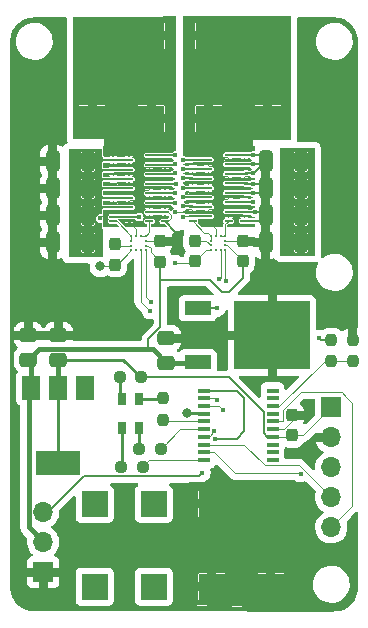
<source format=gtl>
%TF.GenerationSoftware,KiCad,Pcbnew,(6.0.0)*%
%TF.CreationDate,2022-02-23T23:52:20-08:00*%
%TF.ProjectId,motor-controller,6d6f746f-722d-4636-9f6e-74726f6c6c65,rev?*%
%TF.SameCoordinates,Original*%
%TF.FileFunction,Copper,L1,Top*%
%TF.FilePolarity,Positive*%
%FSLAX46Y46*%
G04 Gerber Fmt 4.6, Leading zero omitted, Abs format (unit mm)*
G04 Created by KiCad (PCBNEW (6.0.0)) date 2022-02-23 23:52:20*
%MOMM*%
%LPD*%
G01*
G04 APERTURE LIST*
G04 Aperture macros list*
%AMRoundRect*
0 Rectangle with rounded corners*
0 $1 Rounding radius*
0 $2 $3 $4 $5 $6 $7 $8 $9 X,Y pos of 4 corners*
0 Add a 4 corners polygon primitive as box body*
4,1,4,$2,$3,$4,$5,$6,$7,$8,$9,$2,$3,0*
0 Add four circle primitives for the rounded corners*
1,1,$1+$1,$2,$3*
1,1,$1+$1,$4,$5*
1,1,$1+$1,$6,$7*
1,1,$1+$1,$8,$9*
0 Add four rect primitives between the rounded corners*
20,1,$1+$1,$2,$3,$4,$5,0*
20,1,$1+$1,$4,$5,$6,$7,0*
20,1,$1+$1,$6,$7,$8,$9,0*
20,1,$1+$1,$8,$9,$2,$3,0*%
G04 Aperture macros list end*
%TA.AperFunction,SMDPad,CuDef*%
%ADD10RoundRect,0.237500X-0.237500X0.250000X-0.237500X-0.250000X0.237500X-0.250000X0.237500X0.250000X0*%
%TD*%
%TA.AperFunction,SMDPad,CuDef*%
%ADD11RoundRect,0.237500X0.237500X-0.300000X0.237500X0.300000X-0.237500X0.300000X-0.237500X-0.300000X0*%
%TD*%
%TA.AperFunction,ComponentPad*%
%ADD12R,1.700000X1.700000*%
%TD*%
%TA.AperFunction,ComponentPad*%
%ADD13O,1.700000X1.700000*%
%TD*%
%TA.AperFunction,SMDPad,CuDef*%
%ADD14RoundRect,0.250000X0.325000X0.650000X-0.325000X0.650000X-0.325000X-0.650000X0.325000X-0.650000X0*%
%TD*%
%TA.AperFunction,ComponentPad*%
%ADD15R,2.200000X2.200000*%
%TD*%
%TA.AperFunction,SMDPad,CuDef*%
%ADD16R,1.000000X0.400000*%
%TD*%
%TA.AperFunction,SMDPad,CuDef*%
%ADD17C,0.249936*%
%TD*%
%TA.AperFunction,SMDPad,CuDef*%
%ADD18C,0.250000*%
%TD*%
%TA.AperFunction,SMDPad,CuDef*%
%ADD19R,2.200000X1.200000*%
%TD*%
%TA.AperFunction,SMDPad,CuDef*%
%ADD20R,6.400000X5.800000*%
%TD*%
%TA.AperFunction,SMDPad,CuDef*%
%ADD21RoundRect,0.237500X-0.250000X-0.237500X0.250000X-0.237500X0.250000X0.237500X-0.250000X0.237500X0*%
%TD*%
%TA.AperFunction,SMDPad,CuDef*%
%ADD22RoundRect,0.237500X0.237500X-0.250000X0.237500X0.250000X-0.237500X0.250000X-0.237500X-0.250000X0*%
%TD*%
%TA.AperFunction,SMDPad,CuDef*%
%ADD23RoundRect,0.090000X0.260000X0.000000X0.260000X0.000000X-0.260000X0.000000X-0.260000X0.000000X0*%
%TD*%
%TA.AperFunction,SMDPad,CuDef*%
%ADD24R,1.500000X2.000000*%
%TD*%
%TA.AperFunction,SMDPad,CuDef*%
%ADD25R,3.800000X2.000000*%
%TD*%
%TA.AperFunction,SMDPad,CuDef*%
%ADD26RoundRect,0.250000X0.475000X-0.337500X0.475000X0.337500X-0.475000X0.337500X-0.475000X-0.337500X0*%
%TD*%
%TA.AperFunction,SMDPad,CuDef*%
%ADD27R,0.800000X1.000000*%
%TD*%
%TA.AperFunction,SMDPad,CuDef*%
%ADD28RoundRect,0.237500X0.250000X0.237500X-0.250000X0.237500X-0.250000X-0.237500X0.250000X-0.237500X0*%
%TD*%
%TA.AperFunction,ViaPad*%
%ADD29C,0.406400*%
%TD*%
%TA.AperFunction,ViaPad*%
%ADD30C,0.800000*%
%TD*%
%TA.AperFunction,Conductor*%
%ADD31C,0.203200*%
%TD*%
%TA.AperFunction,Conductor*%
%ADD32C,0.088900*%
%TD*%
%TA.AperFunction,Conductor*%
%ADD33C,0.127000*%
%TD*%
%TA.AperFunction,Conductor*%
%ADD34C,0.254000*%
%TD*%
%TA.AperFunction,Conductor*%
%ADD35C,0.381000*%
%TD*%
%TA.AperFunction,Conductor*%
%ADD36C,0.200000*%
%TD*%
%TA.AperFunction,Conductor*%
%ADD37C,0.250000*%
%TD*%
G04 APERTURE END LIST*
D10*
%TO.P,R9,1*%
%TO.N,Net-(D3-Pad1)*%
X155181035Y-171452651D03*
%TO.P,R9,2*%
%TO.N,/controller/LED_R*%
X155181035Y-173277651D03*
%TD*%
D11*
%TO.P,C12,1*%
%TO.N,+3V3*%
X166116000Y-174598500D03*
%TO.P,C12,2*%
%TO.N,GND*%
X166116000Y-172873500D03*
%TD*%
D12*
%TO.P,J5,1,Pin_1*%
%TO.N,+3V3*%
X169418000Y-172217000D03*
D13*
%TO.P,J5,2,Pin_2*%
%TO.N,GND*%
X169418000Y-174757000D03*
%TO.P,J5,3,Pin_3*%
%TO.N,/controller/SWCLK*%
X169418000Y-177297000D03*
%TO.P,J5,4,Pin_4*%
%TO.N,/controller/SWDIO*%
X169418000Y-179837000D03*
%TO.P,J5,5,Pin_5*%
%TO.N,/controller/NRST*%
X169418000Y-182377000D03*
%TD*%
D14*
%TO.P,C19,1*%
%TO.N,VBUS*%
X148795000Y-155964516D03*
%TO.P,C19,2*%
%TO.N,GND*%
X145845000Y-155964516D03*
%TD*%
D12*
%TO.P,J6,1,Pin_1*%
%TO.N,GND*%
X145034000Y-186167000D03*
D13*
%TO.P,J6,2,Pin_2*%
%TO.N,+5V*%
X145034000Y-183627000D03*
%TO.P,J6,3,Pin_3*%
%TO.N,/controller/PWM_IN*%
X145034000Y-181087000D03*
%TD*%
D15*
%TO.P,J4,1,Pin_1*%
%TO.N,/PHASE B*%
X164044000Y-140772000D03*
X164044000Y-147772000D03*
X159044000Y-140772000D03*
X159044000Y-147772000D03*
%TD*%
D16*
%TO.P,U4,1,PB7/PB8*%
%TO.N,unconnected-(U4-Pad1)*%
X164444000Y-176661000D03*
%TO.P,U4,2,PB9/PC14-OSC32_IN*%
%TO.N,unconnected-(U4-Pad2)*%
X164444000Y-176011000D03*
%TO.P,U4,3,PC15-OSC32_OUT*%
%TO.N,unconnected-(U4-Pad3)*%
X164444000Y-175361000D03*
%TO.P,U4,4,VDD/VDDA*%
%TO.N,+3V3*%
X164444000Y-174711000D03*
%TO.P,U4,5,VSS/VSSA*%
%TO.N,GND*%
X164444000Y-174061000D03*
%TO.P,U4,6,~{RST}*%
%TO.N,/controller/NRST*%
X164444000Y-173411000D03*
%TO.P,U4,7,PA0*%
%TO.N,/controller/ANALOG_TEMP*%
X164444000Y-172761000D03*
%TO.P,U4,8,PA1*%
%TO.N,/controller/VBUS_SAMPLE*%
X164444000Y-172111000D03*
%TO.P,U4,9,PA2*%
%TO.N,/controller/UART_TX*%
X164444000Y-171461000D03*
%TO.P,U4,10,PA3*%
%TO.N,/controller/UART_RX*%
X164444000Y-170811000D03*
%TO.P,U4,11,PA4*%
%TO.N,/controller/PWM_IN*%
X158644000Y-170811000D03*
%TO.P,U4,12,PA5*%
%TO.N,PWM_A_LOW*%
X158644000Y-171461000D03*
%TO.P,U4,13,PA6*%
%TO.N,PWM_B_HIGH*%
X158644000Y-172111000D03*
%TO.P,U4,14,PA7*%
%TO.N,PWM_A_HIGH*%
X158644000Y-172761000D03*
%TO.P,U4,15,PB0/PB1/PB2/PA8*%
%TO.N,/controller/LED_R*%
X158644000Y-173411000D03*
%TO.P,U4,16,PA11[PA9]*%
%TO.N,/controller/LED_G*%
X158644000Y-174061000D03*
%TO.P,U4,17,PA12[PA10]*%
%TO.N,PWM_B_LOW*%
X158644000Y-174711000D03*
%TO.P,U4,18,PA13*%
%TO.N,/controller/SWDIO*%
X158644000Y-175361000D03*
%TO.P,U4,19,PA15/PA14-BOOT0*%
%TO.N,/controller/SWCLK*%
X158644000Y-176011000D03*
%TO.P,U4,20,PB3/PB4/PB5/PB6*%
%TO.N,/controller/LED_B*%
X158644000Y-176661000D03*
%TD*%
D17*
%TO.P,U2,A1,LGL*%
%TO.N,Net-(Q4-Pad1)*%
X160445763Y-157704516D03*
D18*
%TO.P,U2,A2,GND*%
%TO.N,GND*%
X160445763Y-158104515D03*
%TO.P,U2,A3,Vcc*%
%TO.N,+5V*%
X160445763Y-158504516D03*
D17*
%TO.P,U2,A4,LI*%
%TO.N,PWM_B_LOW*%
X160445763Y-158904516D03*
%TO.P,U2,B1,LGH*%
%TO.N,Net-(Q4-Pad1)*%
X160045763Y-157704516D03*
%TO.P,U2,B4,HI*%
%TO.N,PWM_B_HIGH*%
X160045763Y-158904516D03*
%TO.P,U2,C1,PHASE*%
%TO.N,/PHASE B*%
X159645763Y-157704516D03*
%TO.P,U2,C4,NC*%
%TO.N,unconnected-(U2-PadC4)*%
X159645763Y-158904516D03*
%TO.P,U2,D1,UGL*%
%TO.N,Net-(Q3-Pad1)*%
X159245763Y-157704516D03*
%TO.P,U2,D2,UGH*%
X159245763Y-158104515D03*
%TO.P,U2,D3,BOOT*%
%TO.N,Net-(C17-Pad2)*%
X159245763Y-158504516D03*
%TO.P,U2,D4,PHASE*%
%TO.N,/PHASE B*%
X159245763Y-158904516D03*
%TD*%
D14*
%TO.P,C5,1*%
%TO.N,VBUS*%
X166829000Y-151384000D03*
%TO.P,C5,2*%
%TO.N,GND*%
X163879000Y-151384000D03*
%TD*%
%TO.P,C15,1*%
%TO.N,VBUS*%
X166829000Y-155956000D03*
%TO.P,C15,2*%
%TO.N,GND*%
X163879000Y-155956000D03*
%TD*%
D15*
%TO.P,J3,1,Pin_1*%
%TO.N,/PHASE A*%
X154172699Y-140772000D03*
X149172699Y-147772000D03*
X149172699Y-140772000D03*
X154172699Y-147772000D03*
%TD*%
%TO.P,J2,1,Pin_1*%
%TO.N,GND*%
X164298000Y-187396000D03*
X164298000Y-180396000D03*
X159298000Y-180396000D03*
X159298000Y-187396000D03*
%TD*%
D19*
%TO.P,U6,1,VI*%
%TO.N,VBUS*%
X158106000Y-163836000D03*
D20*
%TO.P,U6,2,GND*%
%TO.N,GND*%
X164406000Y-166116000D03*
D19*
%TO.P,U6,3,VO*%
%TO.N,+5V*%
X158106000Y-168396000D03*
%TD*%
D14*
%TO.P,C7,1*%
%TO.N,VBUS*%
X148795000Y-153678516D03*
%TO.P,C7,2*%
%TO.N,GND*%
X145845000Y-153678516D03*
%TD*%
D21*
%TO.P,R10,1*%
%TO.N,Net-(D3-Pad3)*%
X151636775Y-177223938D03*
%TO.P,R10,2*%
%TO.N,/controller/LED_B*%
X153461775Y-177223938D03*
%TD*%
D11*
%TO.P,C18,1*%
%TO.N,+5V*%
X161940279Y-159866500D03*
%TO.P,C18,2*%
%TO.N,GND*%
X161940279Y-158141500D03*
%TD*%
D22*
%TO.P,R13,1*%
%TO.N,/controller/VBUS_SAMPLE*%
X171241409Y-168298500D03*
%TO.P,R13,2*%
%TO.N,GND*%
X171241409Y-166473500D03*
%TD*%
D23*
%TO.P,Q4,1,GATE*%
%TO.N,Net-(Q4-Pad1)*%
X160722000Y-156441119D03*
%TO.P,Q4,2,SOURCE*%
%TO.N,GND*%
X162052000Y-156441119D03*
%TO.P,Q4,3,DRAIN*%
%TO.N,/PHASE B*%
X160722000Y-156041119D03*
%TO.P,Q4,4,DRAIN*%
X162052000Y-156041119D03*
%TO.P,Q4,5,SOURCE*%
%TO.N,GND*%
X160722000Y-155641119D03*
%TO.P,Q4,6,SOURCE*%
X162052000Y-155641119D03*
%TO.P,Q4,7,DRAIN*%
%TO.N,/PHASE B*%
X160722000Y-155241119D03*
%TO.P,Q4,8,DRAIN*%
X162052000Y-155241119D03*
%TO.P,Q4,9,SOURCE*%
%TO.N,GND*%
X160722000Y-154841119D03*
%TO.P,Q4,10,SOURCE*%
X162052000Y-154841119D03*
%TO.P,Q4,11,DRAIN*%
%TO.N,/PHASE B*%
X160722000Y-154441119D03*
%TO.P,Q4,12,DRAIN*%
X162052000Y-154441119D03*
%TO.P,Q4,13,SOURCE*%
%TO.N,GND*%
X160722000Y-154041119D03*
%TO.P,Q4,14,SOURCE*%
X162052000Y-154041119D03*
%TO.P,Q4,15,DRAIN*%
%TO.N,/PHASE B*%
X160722000Y-153641119D03*
%TO.P,Q4,16,DRAIN*%
X162052000Y-153641119D03*
%TO.P,Q4,17,SOURCE*%
%TO.N,GND*%
X160722000Y-153241119D03*
%TO.P,Q4,18,SOURCE*%
X162052000Y-153241119D03*
%TO.P,Q4,19,DRAIN*%
%TO.N,/PHASE B*%
X160722000Y-152841119D03*
%TO.P,Q4,20,DRAIN*%
X162052000Y-152841119D03*
%TO.P,Q4,21,SOURCE*%
%TO.N,GND*%
X160722000Y-152441119D03*
%TO.P,Q4,22,SOURCE*%
X162052000Y-152441119D03*
%TO.P,Q4,23,DRAIN*%
%TO.N,/PHASE B*%
X160722000Y-152041119D03*
%TO.P,Q4,24,DRAIN*%
X162052000Y-152041119D03*
%TO.P,Q4,25,SOURCE*%
%TO.N,GND*%
X160722000Y-151641119D03*
%TO.P,Q4,26,SOURCE*%
X162052000Y-151641119D03*
%TO.P,Q4,27,DRAIN*%
%TO.N,/PHASE B*%
X160722000Y-151241119D03*
%TO.P,Q4,28,DRAIN*%
X162052000Y-151241119D03*
%TO.P,Q4,29,SOURCE*%
%TO.N,GND*%
X160722000Y-150841119D03*
%TO.P,Q4,30,SUBSTRATE*%
X162052000Y-150841119D03*
%TD*%
D21*
%TO.P,R11,1*%
%TO.N,Net-(D3-Pad4)*%
X153158602Y-175709463D03*
%TO.P,R11,2*%
%TO.N,/controller/LED_G*%
X154983602Y-175709463D03*
%TD*%
D11*
%TO.P,C17,1*%
%TO.N,/PHASE B*%
X157876279Y-159866500D03*
%TO.P,C17,2*%
%TO.N,Net-(C17-Pad2)*%
X157876279Y-158141500D03*
%TD*%
D23*
%TO.P,Q2,1,GATE*%
%TO.N,Net-(Q2-Pad1)*%
X154021000Y-156478516D03*
%TO.P,Q2,2,SOURCE*%
%TO.N,GND*%
X155351000Y-156478516D03*
%TO.P,Q2,3,DRAIN*%
%TO.N,/PHASE A*%
X154021000Y-156078516D03*
%TO.P,Q2,4,DRAIN*%
X155351000Y-156078516D03*
%TO.P,Q2,5,SOURCE*%
%TO.N,GND*%
X154021000Y-155678516D03*
%TO.P,Q2,6,SOURCE*%
X155351000Y-155678516D03*
%TO.P,Q2,7,DRAIN*%
%TO.N,/PHASE A*%
X154021000Y-155278516D03*
%TO.P,Q2,8,DRAIN*%
X155351000Y-155278516D03*
%TO.P,Q2,9,SOURCE*%
%TO.N,GND*%
X154021000Y-154878516D03*
%TO.P,Q2,10,SOURCE*%
X155351000Y-154878516D03*
%TO.P,Q2,11,DRAIN*%
%TO.N,/PHASE A*%
X154021000Y-154478516D03*
%TO.P,Q2,12,DRAIN*%
X155351000Y-154478516D03*
%TO.P,Q2,13,SOURCE*%
%TO.N,GND*%
X154021000Y-154078516D03*
%TO.P,Q2,14,SOURCE*%
X155351000Y-154078516D03*
%TO.P,Q2,15,DRAIN*%
%TO.N,/PHASE A*%
X154021000Y-153678516D03*
%TO.P,Q2,16,DRAIN*%
X155351000Y-153678516D03*
%TO.P,Q2,17,SOURCE*%
%TO.N,GND*%
X154021000Y-153278516D03*
%TO.P,Q2,18,SOURCE*%
X155351000Y-153278516D03*
%TO.P,Q2,19,DRAIN*%
%TO.N,/PHASE A*%
X154021000Y-152878516D03*
%TO.P,Q2,20,DRAIN*%
X155351000Y-152878516D03*
%TO.P,Q2,21,SOURCE*%
%TO.N,GND*%
X154021000Y-152478516D03*
%TO.P,Q2,22,SOURCE*%
X155351000Y-152478516D03*
%TO.P,Q2,23,DRAIN*%
%TO.N,/PHASE A*%
X154021000Y-152078516D03*
%TO.P,Q2,24,DRAIN*%
X155351000Y-152078516D03*
%TO.P,Q2,25,SOURCE*%
%TO.N,GND*%
X154021000Y-151678516D03*
%TO.P,Q2,26,SOURCE*%
X155351000Y-151678516D03*
%TO.P,Q2,27,DRAIN*%
%TO.N,/PHASE A*%
X154021000Y-151278516D03*
%TO.P,Q2,28,DRAIN*%
X155351000Y-151278516D03*
%TO.P,Q2,29,SOURCE*%
%TO.N,GND*%
X154021000Y-150878516D03*
%TO.P,Q2,30,SUBSTRATE*%
X155351000Y-150878516D03*
%TD*%
D15*
%TO.P,J1,1,Pin_1*%
%TO.N,VBUS*%
X149392000Y-180396000D03*
X149392000Y-187396000D03*
X154392000Y-187396000D03*
X154392000Y-180396000D03*
%TD*%
D24*
%TO.P,U5,1,ADJ/GND*%
%TO.N,unconnected-(U5-Pad1)*%
X148604000Y-170586000D03*
%TO.P,U5,2,OUT*%
%TO.N,+3V3*%
X146304000Y-170586000D03*
%TO.P,U5,3,IN*%
%TO.N,+5V*%
X144004000Y-170586000D03*
D25*
%TO.P,U5,4,OUT*%
%TO.N,+3V3*%
X146304000Y-176886000D03*
%TD*%
D11*
%TO.P,C1,1*%
%TO.N,+5V*%
X154946605Y-159868524D03*
%TO.P,C1,2*%
%TO.N,GND*%
X154946605Y-158143524D03*
%TD*%
D14*
%TO.P,C6,1*%
%TO.N,VBUS*%
X148795000Y-151392516D03*
%TO.P,C6,2*%
%TO.N,GND*%
X145845000Y-151392516D03*
%TD*%
D10*
%TO.P,R12,1*%
%TO.N,VBUS*%
X169418000Y-166473500D03*
%TO.P,R12,2*%
%TO.N,/controller/VBUS_SAMPLE*%
X169418000Y-168298500D03*
%TD*%
D26*
%TO.P,C13,1*%
%TO.N,+3V3*%
X146304000Y-168169500D03*
%TO.P,C13,2*%
%TO.N,GND*%
X146304000Y-166094500D03*
%TD*%
%TO.P,C10,1*%
%TO.N,+5V*%
X155448000Y-168423500D03*
%TO.P,C10,2*%
%TO.N,GND*%
X155448000Y-166348500D03*
%TD*%
D11*
%TO.P,C2,1*%
%TO.N,/PHASE A*%
X151130000Y-160129016D03*
%TO.P,C2,2*%
%TO.N,Net-(C2-Pad2)*%
X151130000Y-158404016D03*
%TD*%
D17*
%TO.P,U1,A1,LGL*%
%TO.N,Net-(Q2-Pad1)*%
X153699484Y-157713032D03*
D18*
%TO.P,U1,A2,GND*%
%TO.N,GND*%
X153699484Y-158113031D03*
%TO.P,U1,A3,Vcc*%
%TO.N,+5V*%
X153699484Y-158513032D03*
D17*
%TO.P,U1,A4,LI*%
%TO.N,PWM_A_LOW*%
X153699484Y-158913032D03*
%TO.P,U1,B1,LGH*%
%TO.N,Net-(Q2-Pad1)*%
X153299484Y-157713032D03*
%TO.P,U1,B4,HI*%
%TO.N,PWM_A_HIGH*%
X153299484Y-158913032D03*
%TO.P,U1,C1,PHASE*%
%TO.N,/PHASE A*%
X152899484Y-157713032D03*
%TO.P,U1,C4,NC*%
%TO.N,unconnected-(U1-PadC4)*%
X152899484Y-158913032D03*
%TO.P,U1,D1,UGL*%
%TO.N,Net-(Q1-Pad1)*%
X152499484Y-157713032D03*
%TO.P,U1,D2,UGH*%
X152499484Y-158113031D03*
%TO.P,U1,D3,BOOT*%
%TO.N,Net-(C2-Pad2)*%
X152499484Y-158513032D03*
%TO.P,U1,D4,PHASE*%
%TO.N,/PHASE A*%
X152499484Y-158913032D03*
%TD*%
D23*
%TO.P,Q1,1,GATE*%
%TO.N,Net-(Q1-Pad1)*%
X150973000Y-156478516D03*
%TO.P,Q1,2,SOURCE*%
%TO.N,/PHASE A*%
X152303000Y-156478516D03*
%TO.P,Q1,3,DRAIN*%
%TO.N,VBUS*%
X150973000Y-156078516D03*
%TO.P,Q1,4,DRAIN*%
X152303000Y-156078516D03*
%TO.P,Q1,5,SOURCE*%
%TO.N,/PHASE A*%
X150973000Y-155678516D03*
%TO.P,Q1,6,SOURCE*%
X152303000Y-155678516D03*
%TO.P,Q1,7,DRAIN*%
%TO.N,VBUS*%
X150973000Y-155278516D03*
%TO.P,Q1,8,DRAIN*%
X152303000Y-155278516D03*
%TO.P,Q1,9,SOURCE*%
%TO.N,/PHASE A*%
X150973000Y-154878516D03*
%TO.P,Q1,10,SOURCE*%
X152303000Y-154878516D03*
%TO.P,Q1,11,DRAIN*%
%TO.N,VBUS*%
X150973000Y-154478516D03*
%TO.P,Q1,12,DRAIN*%
X152303000Y-154478516D03*
%TO.P,Q1,13,SOURCE*%
%TO.N,/PHASE A*%
X150973000Y-154078516D03*
%TO.P,Q1,14,SOURCE*%
X152303000Y-154078516D03*
%TO.P,Q1,15,DRAIN*%
%TO.N,VBUS*%
X150973000Y-153678516D03*
%TO.P,Q1,16,DRAIN*%
X152303000Y-153678516D03*
%TO.P,Q1,17,SOURCE*%
%TO.N,/PHASE A*%
X150973000Y-153278516D03*
%TO.P,Q1,18,SOURCE*%
X152303000Y-153278516D03*
%TO.P,Q1,19,DRAIN*%
%TO.N,VBUS*%
X150973000Y-152878516D03*
%TO.P,Q1,20,DRAIN*%
X152303000Y-152878516D03*
%TO.P,Q1,21,SOURCE*%
%TO.N,/PHASE A*%
X150973000Y-152478516D03*
%TO.P,Q1,22,SOURCE*%
X152303000Y-152478516D03*
%TO.P,Q1,23,DRAIN*%
%TO.N,VBUS*%
X150973000Y-152078516D03*
%TO.P,Q1,24,DRAIN*%
X152303000Y-152078516D03*
%TO.P,Q1,25,SOURCE*%
%TO.N,/PHASE A*%
X150973000Y-151678516D03*
%TO.P,Q1,26,SOURCE*%
X152303000Y-151678516D03*
%TO.P,Q1,27,DRAIN*%
%TO.N,VBUS*%
X150973000Y-151278516D03*
%TO.P,Q1,28,DRAIN*%
X152303000Y-151278516D03*
%TO.P,Q1,29,SOURCE*%
%TO.N,/PHASE A*%
X150973000Y-150878516D03*
%TO.P,Q1,30,SUBSTRATE*%
X152303000Y-150878516D03*
%TD*%
D27*
%TO.P,D3,1,RK*%
%TO.N,Net-(D3-Pad1)*%
X153100000Y-171470000D03*
%TO.P,D3,2,A*%
%TO.N,Net-(D3-Pad2)*%
X151700000Y-171470000D03*
%TO.P,D3,3,BK*%
%TO.N,Net-(D3-Pad3)*%
X151700000Y-173970000D03*
%TO.P,D3,4,GK*%
%TO.N,Net-(D3-Pad4)*%
X153100000Y-173970000D03*
%TD*%
D28*
%TO.P,R14,1*%
%TO.N,+3V3*%
X153312500Y-169672000D03*
%TO.P,R14,2*%
%TO.N,Net-(D3-Pad2)*%
X151487500Y-169672000D03*
%TD*%
D26*
%TO.P,C11,1*%
%TO.N,+5V*%
X143764000Y-168169500D03*
%TO.P,C11,2*%
%TO.N,GND*%
X143764000Y-166094500D03*
%TD*%
D14*
%TO.P,C3,1*%
%TO.N,VBUS*%
X166829000Y-158242000D03*
%TO.P,C3,2*%
%TO.N,GND*%
X163879000Y-158242000D03*
%TD*%
%TO.P,C8,1*%
%TO.N,VBUS*%
X166829000Y-153670000D03*
%TO.P,C8,2*%
%TO.N,GND*%
X163879000Y-153670000D03*
%TD*%
%TO.P,C9,1*%
%TO.N,VBUS*%
X148795000Y-158250516D03*
%TO.P,C9,2*%
%TO.N,GND*%
X145845000Y-158250516D03*
%TD*%
D23*
%TO.P,Q3,1,GATE*%
%TO.N,Net-(Q3-Pad1)*%
X157674000Y-156441119D03*
%TO.P,Q3,2,SOURCE*%
%TO.N,/PHASE B*%
X159004000Y-156441119D03*
%TO.P,Q3,3,DRAIN*%
%TO.N,VBUS*%
X157674000Y-156041119D03*
%TO.P,Q3,4,DRAIN*%
X159004000Y-156041119D03*
%TO.P,Q3,5,SOURCE*%
%TO.N,/PHASE B*%
X157674000Y-155641119D03*
%TO.P,Q3,6,SOURCE*%
X159004000Y-155641119D03*
%TO.P,Q3,7,DRAIN*%
%TO.N,VBUS*%
X157674000Y-155241119D03*
%TO.P,Q3,8,DRAIN*%
X159004000Y-155241119D03*
%TO.P,Q3,9,SOURCE*%
%TO.N,/PHASE B*%
X157674000Y-154841119D03*
%TO.P,Q3,10,SOURCE*%
X159004000Y-154841119D03*
%TO.P,Q3,11,DRAIN*%
%TO.N,VBUS*%
X157674000Y-154441119D03*
%TO.P,Q3,12,DRAIN*%
X159004000Y-154441119D03*
%TO.P,Q3,13,SOURCE*%
%TO.N,/PHASE B*%
X157674000Y-154041119D03*
%TO.P,Q3,14,SOURCE*%
X159004000Y-154041119D03*
%TO.P,Q3,15,DRAIN*%
%TO.N,VBUS*%
X157674000Y-153641119D03*
%TO.P,Q3,16,DRAIN*%
X159004000Y-153641119D03*
%TO.P,Q3,17,SOURCE*%
%TO.N,/PHASE B*%
X157674000Y-153241119D03*
%TO.P,Q3,18,SOURCE*%
X159004000Y-153241119D03*
%TO.P,Q3,19,DRAIN*%
%TO.N,VBUS*%
X157674000Y-152841119D03*
%TO.P,Q3,20,DRAIN*%
X159004000Y-152841119D03*
%TO.P,Q3,21,SOURCE*%
%TO.N,/PHASE B*%
X157674000Y-152441119D03*
%TO.P,Q3,22,SOURCE*%
X159004000Y-152441119D03*
%TO.P,Q3,23,DRAIN*%
%TO.N,VBUS*%
X157674000Y-152041119D03*
%TO.P,Q3,24,DRAIN*%
X159004000Y-152041119D03*
%TO.P,Q3,25,SOURCE*%
%TO.N,/PHASE B*%
X157674000Y-151641119D03*
%TO.P,Q3,26,SOURCE*%
X159004000Y-151641119D03*
%TO.P,Q3,27,DRAIN*%
%TO.N,VBUS*%
X157674000Y-151241119D03*
%TO.P,Q3,28,DRAIN*%
X159004000Y-151241119D03*
%TO.P,Q3,29,SOURCE*%
%TO.N,/PHASE B*%
X157674000Y-150841119D03*
%TO.P,Q3,30,SUBSTRATE*%
X159004000Y-150841119D03*
%TD*%
D29*
%TO.N,VBUS*%
X147828000Y-155829000D03*
X156845000Y-152781000D03*
X149860000Y-152146000D03*
X147828000Y-152019000D03*
X168402000Y-166370000D03*
X156845000Y-152019000D03*
X156845000Y-151257000D03*
X165857650Y-153155524D03*
X147828000Y-156464000D03*
X165862000Y-156464000D03*
X149860000Y-151130000D03*
X165862000Y-154178000D03*
X147828000Y-153924000D03*
X165862000Y-157734000D03*
X165862000Y-158750000D03*
X147828000Y-158496000D03*
X165857650Y-151508832D03*
X149860000Y-155276997D03*
X159766000Y-163830000D03*
X149860000Y-153670000D03*
X156845000Y-154432000D03*
X153152963Y-156098082D03*
X147828000Y-157861000D03*
X147828000Y-159131000D03*
X165862000Y-152019000D03*
X165857650Y-153668015D03*
X165862000Y-155448000D03*
X165862000Y-155956000D03*
X147828000Y-155194000D03*
X147828000Y-153416000D03*
X149860000Y-152908000D03*
X149860000Y-154432000D03*
X156845000Y-156083000D03*
X165862000Y-151003000D03*
X147824781Y-151508598D03*
X147824781Y-151000775D03*
X147828000Y-154432000D03*
X156845000Y-155194000D03*
X165862000Y-158242000D03*
X156845000Y-153670000D03*
%TO.N,GND*%
X156220102Y-154100866D03*
X162941000Y-155702000D03*
X162814000Y-154813000D03*
X156210000Y-151638000D03*
X167132000Y-172720000D03*
X162814000Y-153289000D03*
X156752838Y-157339290D03*
X156210000Y-154940000D03*
X162814000Y-150876000D03*
X156210000Y-152400000D03*
X156210000Y-150876000D03*
X162814000Y-154051000D03*
X162814000Y-152400000D03*
X156230059Y-153288548D03*
X162814000Y-151638000D03*
D30*
%TO.N,/PHASE A*%
X149860000Y-160282516D03*
D29*
X149860000Y-156210000D03*
%TO.N,/PHASE B*%
X156214258Y-155706258D03*
X156210000Y-160020000D03*
%TO.N,/controller/SWCLK*%
X166813317Y-177864683D03*
%TO.N,/controller/PWM_IN*%
X158496000Y-177800000D03*
X159546691Y-174913850D03*
D30*
%TO.N,PWM_A_HIGH*%
X157226000Y-172720000D03*
D29*
X154079453Y-164039858D03*
%TO.N,PWM_A_LOW*%
X154178000Y-163322000D03*
X159766000Y-171577000D03*
%TO.N,PWM_B_HIGH*%
X160274000Y-172466000D03*
X159898294Y-161377175D03*
%TO.N,PWM_B_LOW*%
X159512000Y-174244000D03*
X160528000Y-161544000D03*
%TD*%
D31*
%TO.N,VBUS*%
X149863111Y-155278516D02*
X150973000Y-155278516D01*
X157613881Y-152781000D02*
X157674000Y-152841119D01*
X149860000Y-152908000D02*
X149565516Y-152908000D01*
X157626881Y-155194000D02*
X157674000Y-155241119D01*
X150973000Y-151278516D02*
X152303000Y-151278516D01*
X149548484Y-152146000D02*
X148795000Y-151392516D01*
X156845000Y-152781000D02*
X157613881Y-152781000D01*
X156845000Y-153670000D02*
X157645119Y-153670000D01*
X149906516Y-154478516D02*
X149860000Y-154432000D01*
D32*
X156886881Y-156041119D02*
X156845000Y-156083000D01*
D31*
X150973000Y-152878516D02*
X152303000Y-152878516D01*
X149177111Y-155964516D02*
X149863111Y-155278516D01*
X156845000Y-152019000D02*
X157651881Y-152019000D01*
X150973000Y-156078516D02*
X152303000Y-156078516D01*
X157658119Y-151257000D02*
X157674000Y-151241119D01*
X157674000Y-155241119D02*
X159004000Y-155241119D01*
X150973000Y-154478516D02*
X152303000Y-154478516D01*
X157645119Y-153670000D02*
X157674000Y-153641119D01*
X157674000Y-151241119D02*
X159004000Y-151241119D01*
X157674000Y-152841119D02*
X159004000Y-152841119D01*
D33*
X168505500Y-166473500D02*
X168402000Y-166370000D01*
D31*
X149860000Y-152146000D02*
X149548484Y-152146000D01*
X150973000Y-153678516D02*
X152303000Y-153678516D01*
D32*
X157674000Y-156041119D02*
X156886881Y-156041119D01*
D31*
X149565516Y-152908000D02*
X148795000Y-153678516D01*
X150943516Y-152908000D02*
X150973000Y-152878516D01*
X150008516Y-151278516D02*
X150973000Y-151278516D01*
D33*
X169418000Y-166473500D02*
X168505500Y-166473500D01*
D31*
X150973000Y-155278516D02*
X152303000Y-155278516D01*
X153133397Y-156078516D02*
X153152963Y-156098082D01*
X157674000Y-154432000D02*
X157683119Y-154441119D01*
X157651881Y-152019000D02*
X157674000Y-152041119D01*
X156845000Y-151257000D02*
X157658119Y-151257000D01*
X149860000Y-152146000D02*
X150905516Y-152146000D01*
X159004000Y-154441119D02*
X157683119Y-154441119D01*
X149860000Y-151130000D02*
X150008516Y-151278516D01*
X148795000Y-155964516D02*
X149177111Y-155964516D01*
X157674000Y-156041119D02*
X159004000Y-156041119D01*
X150973000Y-152078516D02*
X152303000Y-152078516D01*
X152303000Y-156078516D02*
X153133397Y-156078516D01*
X157674000Y-152041119D02*
X159004000Y-152041119D01*
D33*
X159760000Y-163836000D02*
X159766000Y-163830000D01*
D31*
X156845000Y-155194000D02*
X157626881Y-155194000D01*
X148909000Y-151278516D02*
X148795000Y-151392516D01*
X148795000Y-153678516D02*
X150973000Y-153678516D01*
X156845000Y-154432000D02*
X157674000Y-154432000D01*
X149860000Y-152908000D02*
X150943516Y-152908000D01*
X150905516Y-152146000D02*
X150973000Y-152078516D01*
X150973000Y-151278516D02*
X148909000Y-151278516D01*
X159004000Y-153641119D02*
X157674000Y-153641119D01*
X150973000Y-154478516D02*
X149906516Y-154478516D01*
D33*
X158106000Y-163836000D02*
X159760000Y-163836000D01*
D31*
%TO.N,GND*%
X162941000Y-155702000D02*
X163625000Y-155702000D01*
X162080119Y-154813000D02*
X162052000Y-154841119D01*
X162814000Y-152400000D02*
X162093119Y-152400000D01*
X162814000Y-151638000D02*
X163625000Y-151638000D01*
X162814000Y-152400000D02*
X162863000Y-152400000D01*
D33*
X163778500Y-158141500D02*
X163879000Y-158242000D01*
D31*
X162814000Y-154051000D02*
X162061881Y-154051000D01*
X160722000Y-150841119D02*
X162052000Y-150841119D01*
X155351000Y-152478516D02*
X156131484Y-152478516D01*
X156220027Y-153278516D02*
X156230059Y-153288548D01*
X162061881Y-154051000D02*
X162052000Y-154041119D01*
D32*
X155580067Y-155678516D02*
X155351000Y-155678516D01*
X165435099Y-174061000D02*
X166116000Y-173380099D01*
D31*
X155351000Y-154878516D02*
X156148516Y-154878516D01*
X162055119Y-151638000D02*
X162052000Y-151641119D01*
X162814000Y-154051000D02*
X163498000Y-154051000D01*
X155351000Y-153278516D02*
X156220027Y-153278516D01*
D33*
X161940279Y-158141500D02*
X163778500Y-158141500D01*
D32*
X164444000Y-174061000D02*
X165435099Y-174061000D01*
X154916112Y-158113031D02*
X154946605Y-158143524D01*
D31*
X162814000Y-154813000D02*
X162080119Y-154813000D01*
X160722000Y-154841119D02*
X162052000Y-154841119D01*
X163498000Y-153289000D02*
X163879000Y-153670000D01*
X163371000Y-150876000D02*
X163879000Y-151384000D01*
X155351000Y-154078516D02*
X156197752Y-154078516D01*
X160722000Y-152441119D02*
X162052000Y-152441119D01*
X160722000Y-154041119D02*
X162052000Y-154041119D01*
X156207484Y-150878516D02*
X156210000Y-150876000D01*
X162093119Y-152400000D02*
X162052000Y-152441119D01*
X163498000Y-154051000D02*
X163879000Y-153670000D01*
X154021000Y-152478516D02*
X155351000Y-152478516D01*
X163393881Y-156441119D02*
X163879000Y-155956000D01*
X162814000Y-153289000D02*
X163498000Y-153289000D01*
X162052000Y-151641119D02*
X160722000Y-151641119D01*
D32*
X155871970Y-156186613D02*
X155871970Y-155970419D01*
D31*
X162814000Y-151638000D02*
X162055119Y-151638000D01*
X156169484Y-151678516D02*
X156210000Y-151638000D01*
X154021000Y-154078516D02*
X155351000Y-154078516D01*
D32*
X161940279Y-158141500D02*
X161903294Y-158104515D01*
D31*
X156131484Y-152478516D02*
X156210000Y-152400000D01*
X154021000Y-150878516D02*
X155445484Y-150878516D01*
X154021000Y-153278516D02*
X155351000Y-153278516D01*
X154021000Y-151678516D02*
X155351000Y-151678516D01*
X163625000Y-151638000D02*
X163879000Y-151384000D01*
D32*
X155871970Y-155970419D02*
X155580067Y-155678516D01*
D31*
X156197752Y-154078516D02*
X156220102Y-154100866D01*
X162863000Y-152400000D02*
X163879000Y-151384000D01*
D32*
X166269500Y-172720000D02*
X167132000Y-172720000D01*
D31*
X162052000Y-153241119D02*
X160722000Y-153241119D01*
X155351000Y-155678516D02*
X154021000Y-155678516D01*
X154021000Y-154878516D02*
X155351000Y-154878516D01*
X162814000Y-153289000D02*
X162099881Y-153289000D01*
D32*
X161903294Y-158104515D02*
X160445763Y-158104515D01*
D31*
X162112881Y-155702000D02*
X162052000Y-155641119D01*
D33*
X155351000Y-156478516D02*
X156211774Y-157339290D01*
D31*
X163625000Y-155702000D02*
X163879000Y-155956000D01*
X155351000Y-151678516D02*
X156169484Y-151678516D01*
X162941000Y-155702000D02*
X162112881Y-155702000D01*
X162814000Y-150876000D02*
X163371000Y-150876000D01*
D32*
X153699484Y-158113031D02*
X154916112Y-158113031D01*
X161940279Y-158141500D02*
X161649294Y-157850515D01*
X166116000Y-172873500D02*
X166269500Y-172720000D01*
X166116000Y-173380099D02*
X166116000Y-172873500D01*
D31*
X156148516Y-154878516D02*
X156210000Y-154940000D01*
D32*
X155351000Y-156478516D02*
X155580067Y-156478516D01*
D31*
X162052000Y-155641119D02*
X160722000Y-155641119D01*
X162052000Y-150841119D02*
X162779119Y-150841119D01*
X162099881Y-153289000D02*
X162052000Y-153241119D01*
D33*
X156211774Y-157339290D02*
X156752838Y-157339290D01*
D32*
X155580067Y-156478516D02*
X155871970Y-156186613D01*
D31*
X162052000Y-156441119D02*
X163393881Y-156441119D01*
X155351000Y-150878516D02*
X156207484Y-150878516D01*
X162779119Y-150841119D02*
X162814000Y-150876000D01*
D32*
%TO.N,/PHASE A*%
X150391484Y-155678516D02*
X149860000Y-156210000D01*
X150976500Y-160274000D02*
X149860000Y-160274000D01*
X152303000Y-156478516D02*
X152899484Y-157075000D01*
X150973000Y-155678516D02*
X150391484Y-155678516D01*
X152899484Y-157075000D02*
X152899484Y-157713032D01*
X151130000Y-160129016D02*
X151283500Y-160129016D01*
X151130000Y-160129016D02*
X150976500Y-160282516D01*
X151283500Y-160129016D02*
X152499484Y-158913032D01*
%TO.N,Net-(C2-Pad2)*%
X151239016Y-158513032D02*
X152499484Y-158513032D01*
X151130000Y-158404016D02*
X151239016Y-158513032D01*
%TO.N,/PHASE B*%
X157266263Y-160028516D02*
X157428279Y-159866500D01*
X156214258Y-155706258D02*
X156279397Y-155641119D01*
X159645763Y-157082882D02*
X159004000Y-156441119D01*
X156279397Y-155641119D02*
X157674000Y-155641119D01*
X158838263Y-158904516D02*
X159245763Y-158904516D01*
X156214258Y-155706258D02*
X156210000Y-155710516D01*
X157428279Y-159866500D02*
X157581779Y-159866500D01*
X156210000Y-160028516D02*
X157266263Y-160028516D01*
X157876279Y-159866500D02*
X158838263Y-158904516D01*
X159645763Y-157704516D02*
X159645763Y-157082882D01*
%TO.N,Net-(C17-Pad2)*%
X157876279Y-158141500D02*
X157985295Y-158250516D01*
X157876279Y-158141500D02*
X158843500Y-158141500D01*
X158843500Y-158141500D02*
X159198000Y-158496000D01*
D34*
%TO.N,+5V*%
X154469480Y-167444980D02*
X155448000Y-168423500D01*
D33*
X160147000Y-162433000D02*
X159124395Y-161410395D01*
D35*
X143764000Y-168169500D02*
X144668520Y-167264980D01*
D32*
X160578295Y-158504516D02*
X161940279Y-159866500D01*
D35*
X154289480Y-167264980D02*
X155448000Y-168423500D01*
D32*
X154178000Y-158758516D02*
X153932516Y-158513032D01*
D35*
X144004000Y-170586000D02*
X144004000Y-168409500D01*
D32*
X160445763Y-158504516D02*
X160578295Y-158504516D01*
D33*
X153929980Y-166431738D02*
X154946605Y-165415113D01*
D35*
X143793989Y-170796011D02*
X143793989Y-182386989D01*
X143793989Y-182386989D02*
X145034000Y-183627000D01*
D32*
X154178000Y-159099919D02*
X154946605Y-159868524D01*
D35*
X144004000Y-170586000D02*
X143793989Y-170796011D01*
D33*
X161940279Y-159866500D02*
X161940279Y-161274721D01*
D35*
X153929980Y-167264980D02*
X154289480Y-167264980D01*
D32*
X154178000Y-158758516D02*
X154178000Y-159099919D01*
D36*
X154946605Y-159868524D02*
X154946605Y-159527121D01*
D35*
X158078500Y-168423500D02*
X158106000Y-168396000D01*
D32*
X153932516Y-158513032D02*
X153699484Y-158513032D01*
D33*
X154946605Y-165415113D02*
X154946605Y-161410395D01*
X154946605Y-161410395D02*
X154946605Y-159868524D01*
X160782000Y-162433000D02*
X160147000Y-162433000D01*
X153929980Y-167264980D02*
X153929980Y-166431738D01*
D35*
X155448000Y-168423500D02*
X158078500Y-168423500D01*
X144004000Y-168409500D02*
X143764000Y-168169500D01*
D33*
X159124395Y-161410395D02*
X154946605Y-161410395D01*
X161940279Y-161274721D02*
X160782000Y-162433000D01*
D35*
X144668520Y-167264980D02*
X153929980Y-167264980D01*
D32*
X161940279Y-159866500D02*
X161940279Y-159568256D01*
D33*
%TO.N,+3V3*%
X153312500Y-169672000D02*
X160735769Y-169672000D01*
D34*
X151810000Y-168169500D02*
X153312500Y-169672000D01*
D33*
X163680989Y-172617220D02*
X163680989Y-174378011D01*
X164013978Y-174711000D02*
X164444000Y-174711000D01*
D32*
X167036500Y-174598500D02*
X169418000Y-172217000D01*
D34*
X146304000Y-176886000D02*
X146304000Y-170586000D01*
D32*
X166116000Y-174598500D02*
X166003500Y-174711000D01*
X166003500Y-174711000D02*
X164444000Y-174711000D01*
D33*
X163680989Y-174378011D02*
X164013978Y-174711000D01*
D34*
X146304000Y-168169500D02*
X151810000Y-168169500D01*
D35*
X146304000Y-170586000D02*
X146304000Y-168169500D01*
D32*
X166116000Y-174598500D02*
X167036500Y-174598500D01*
D33*
X160735769Y-169672000D02*
X163680989Y-172617220D01*
D34*
%TO.N,Net-(D3-Pad1)*%
X153100000Y-171470000D02*
X155163686Y-171470000D01*
X155163686Y-171470000D02*
X155181035Y-171452651D01*
D32*
%TO.N,/controller/SWDIO*%
X162023039Y-175361000D02*
X158644000Y-175361000D01*
X162023039Y-175361000D02*
X163767000Y-177104961D01*
X166685961Y-177104961D02*
X169418000Y-179837000D01*
X163767000Y-177104961D02*
X166685961Y-177104961D01*
%TO.N,/controller/SWCLK*%
X161290000Y-177800000D02*
X159501000Y-176011000D01*
X159501000Y-176011000D02*
X158644000Y-176011000D01*
X161290000Y-177800000D02*
X166748634Y-177800000D01*
X166748634Y-177800000D02*
X166813317Y-177864683D01*
D33*
%TO.N,/controller/PWM_IN*%
X148467011Y-178054000D02*
X158242000Y-178054000D01*
X159581541Y-174879000D02*
X161417000Y-174879000D01*
X161417000Y-174879000D02*
X162052000Y-174244000D01*
X162052000Y-174244000D02*
X162052000Y-171450000D01*
X162052000Y-171450000D02*
X161413000Y-170811000D01*
X158242000Y-178054000D02*
X158496000Y-177800000D01*
X161413000Y-170811000D02*
X158644000Y-170811000D01*
X159546691Y-174913850D02*
X159581541Y-174879000D01*
X145434011Y-181087000D02*
X148467011Y-178054000D01*
X145034000Y-181087000D02*
X145434011Y-181087000D01*
D32*
%TO.N,Net-(Q1-Pad1)*%
X152499484Y-157713032D02*
X151264968Y-156478516D01*
X151264968Y-156478516D02*
X150973000Y-156478516D01*
X152499484Y-158113031D02*
X152499484Y-157713032D01*
%TO.N,Net-(Q2-Pad1)*%
X154021000Y-157391516D02*
X154021000Y-156478516D01*
X153299484Y-157713032D02*
X153699484Y-157713032D01*
X153699484Y-157713032D02*
X154021000Y-157391516D01*
%TO.N,Net-(Q3-Pad1)*%
X158683397Y-157450516D02*
X158991763Y-157450516D01*
X159245763Y-158104515D02*
X159245763Y-157781763D01*
X158991763Y-157450516D02*
X159245763Y-157704516D01*
X158683397Y-157450516D02*
X157674000Y-156441119D01*
%TO.N,Net-(Q4-Pad1)*%
X160445763Y-157704516D02*
X160445763Y-156717356D01*
X160045763Y-157704516D02*
X160445763Y-157704516D01*
X160445763Y-156717356D02*
X160722000Y-156441119D01*
D34*
%TO.N,Net-(D3-Pad4)*%
X153100000Y-173970000D02*
X153100000Y-175650861D01*
X153100000Y-175650861D02*
X153158602Y-175709463D01*
%TO.N,Net-(D3-Pad3)*%
X151636775Y-177223938D02*
X151700000Y-177160713D01*
X151700000Y-177160713D02*
X151700000Y-173970000D01*
D32*
%TO.N,/controller/LED_R*%
X155181035Y-173277651D02*
X155314384Y-173411000D01*
X155314384Y-173411000D02*
X158644000Y-173411000D01*
%TO.N,/controller/LED_B*%
X153461775Y-177223938D02*
X154024713Y-176661000D01*
X154024713Y-176661000D02*
X158644000Y-176661000D01*
%TO.N,/controller/LED_G*%
X154983602Y-175709463D02*
X156632065Y-174061000D01*
X156632065Y-174061000D02*
X158644000Y-174061000D01*
%TO.N,/controller/VBUS_SAMPLE*%
X168845400Y-168298500D02*
X169418000Y-168298500D01*
X164444000Y-172111000D02*
X165032900Y-172111000D01*
X165032900Y-172111000D02*
X168845400Y-168298500D01*
X169418000Y-168298500D02*
X171241409Y-168298500D01*
%TO.N,/controller/NRST*%
X171196000Y-171807078D02*
X171196000Y-180594000D01*
X165358961Y-172412138D02*
X166829099Y-170942000D01*
X166829099Y-170942000D02*
X170330922Y-170942000D01*
X170688000Y-181107000D02*
X169418000Y-182377000D01*
X171196000Y-180594000D02*
X170688000Y-181102000D01*
X170330922Y-170942000D02*
X170688000Y-171299078D01*
X164444000Y-173411000D02*
X165358961Y-173411000D01*
X165358961Y-173411000D02*
X165358961Y-172412138D01*
X170688000Y-171299078D02*
X171196000Y-171807078D01*
%TO.N,PWM_A_HIGH*%
X153299484Y-158913032D02*
X153299484Y-163259889D01*
D37*
X158603000Y-172720000D02*
X158644000Y-172761000D01*
X157226000Y-172720000D02*
X158603000Y-172720000D01*
D32*
X153299484Y-163259889D02*
X154079453Y-164039858D01*
%TO.N,PWM_A_LOW*%
X153699484Y-158913032D02*
X153699484Y-162843484D01*
X153699484Y-162843484D02*
X154178000Y-163322000D01*
X159755000Y-171461000D02*
X159766000Y-171450000D01*
X159766000Y-171450000D02*
X159766000Y-171577000D01*
X158644000Y-171461000D02*
X159755000Y-171461000D01*
%TO.N,PWM_B_HIGH*%
X159898294Y-161377175D02*
X160045763Y-161229706D01*
X160045763Y-161229706D02*
X160045763Y-158904516D01*
X159919000Y-172111000D02*
X160274000Y-172466000D01*
X158644000Y-172111000D02*
X159919000Y-172111000D01*
%TO.N,PWM_B_LOW*%
X160528000Y-161417000D02*
X160528000Y-161544000D01*
X160445763Y-161334763D02*
X160528000Y-161417000D01*
X160445763Y-158904516D02*
X160445763Y-161334763D01*
X159512000Y-174244000D02*
X159045000Y-174711000D01*
X159045000Y-174711000D02*
X158644000Y-174711000D01*
D34*
%TO.N,Net-(D3-Pad2)*%
X151487500Y-169672000D02*
X151487500Y-171257500D01*
X151487500Y-171257500D02*
X151700000Y-171470000D01*
%TD*%
%TA.AperFunction,Conductor*%
%TO.N,/PHASE B*%
G36*
X162937573Y-150117427D02*
G01*
X162941000Y-150125700D01*
X162941000Y-150507092D01*
X162937573Y-150515365D01*
X162929300Y-150518792D01*
X162927470Y-150518648D01*
X162814909Y-150500820D01*
X162814000Y-150500676D01*
X162698019Y-150519046D01*
X162593390Y-150572357D01*
X162557155Y-150608592D01*
X162548882Y-150612019D01*
X160697921Y-150612019D01*
X160697321Y-150612147D01*
X160697317Y-150612147D01*
X160644548Y-150623364D01*
X160642115Y-150623620D01*
X160440580Y-150623620D01*
X160440014Y-150623733D01*
X160440010Y-150623733D01*
X160378270Y-150636013D01*
X160378268Y-150636014D01*
X160377136Y-150636239D01*
X160305191Y-150684310D01*
X160257120Y-150756255D01*
X160244500Y-150819698D01*
X160244501Y-150862539D01*
X160244614Y-150863105D01*
X160244614Y-150863109D01*
X160253334Y-150906946D01*
X160257120Y-150925983D01*
X160305191Y-150997928D01*
X160377136Y-151045999D01*
X160378265Y-151046224D01*
X160378266Y-151046224D01*
X160440010Y-151058506D01*
X160440012Y-151058506D01*
X160440579Y-151058619D01*
X160644763Y-151058619D01*
X160649522Y-151059631D01*
X160673303Y-151070219D01*
X162489740Y-151070219D01*
X162498013Y-151073646D01*
X162500165Y-151076606D01*
X162510357Y-151096610D01*
X162593390Y-151179643D01*
X162698019Y-151232954D01*
X162713734Y-151235443D01*
X162776876Y-151245444D01*
X162784512Y-151250123D01*
X162786602Y-151258830D01*
X162781923Y-151266466D01*
X162776876Y-151268556D01*
X162698019Y-151281046D01*
X162593390Y-151334357D01*
X162522274Y-151405473D01*
X162514001Y-151408900D01*
X162061415Y-151408900D01*
X162060803Y-151408884D01*
X162019708Y-151406730D01*
X162019706Y-151406730D01*
X162018480Y-151406666D01*
X162008173Y-151410623D01*
X162006559Y-151411242D01*
X162002366Y-151412019D01*
X160697921Y-151412019D01*
X160697321Y-151412147D01*
X160697317Y-151412147D01*
X160644548Y-151423364D01*
X160642115Y-151423620D01*
X160440580Y-151423620D01*
X160440014Y-151423733D01*
X160440010Y-151423733D01*
X160378270Y-151436013D01*
X160378268Y-151436014D01*
X160377136Y-151436239D01*
X160376175Y-151436881D01*
X160343812Y-151458505D01*
X160305191Y-151484310D01*
X160257120Y-151556255D01*
X160256895Y-151557384D01*
X160256895Y-151557385D01*
X160245614Y-151614098D01*
X160244500Y-151619698D01*
X160244501Y-151662539D01*
X160244614Y-151663105D01*
X160244614Y-151663109D01*
X160254924Y-151714940D01*
X160257120Y-151725983D01*
X160305191Y-151797928D01*
X160377136Y-151845999D01*
X160378265Y-151846224D01*
X160378266Y-151846224D01*
X160440010Y-151858506D01*
X160440012Y-151858506D01*
X160440579Y-151858619D01*
X160644763Y-151858619D01*
X160649522Y-151859631D01*
X160673303Y-151870219D01*
X162045704Y-151870219D01*
X162046316Y-151870235D01*
X162087411Y-151872389D01*
X162087413Y-151872389D01*
X162088639Y-151872453D01*
X162100560Y-151867877D01*
X162104753Y-151867100D01*
X162514001Y-151867100D01*
X162522274Y-151870527D01*
X162593390Y-151941643D01*
X162698019Y-151994954D01*
X162776876Y-152007444D01*
X162784512Y-152012123D01*
X162786602Y-152020830D01*
X162781923Y-152028466D01*
X162776876Y-152030556D01*
X162698019Y-152043046D01*
X162593390Y-152096357D01*
X162522274Y-152167473D01*
X162514001Y-152170900D01*
X162364054Y-152170900D01*
X162355781Y-152167473D01*
X162352354Y-152159200D01*
X162355781Y-152150927D01*
X162357554Y-152149472D01*
X162394241Y-152124958D01*
X162395839Y-152123360D01*
X162407069Y-152106554D01*
X162407407Y-152104856D01*
X162406626Y-152104619D01*
X161697965Y-152104619D01*
X161696366Y-152105282D01*
X161696603Y-152106062D01*
X161708161Y-152123360D01*
X161709759Y-152124958D01*
X161746012Y-152149182D01*
X161748107Y-152150050D01*
X161780063Y-152156406D01*
X161781213Y-152156519D01*
X162024995Y-152156519D01*
X162033268Y-152159946D01*
X162036695Y-152168219D01*
X162033268Y-152176492D01*
X162029188Y-152179141D01*
X162028703Y-152179328D01*
X162026954Y-152179845D01*
X161997854Y-152186031D01*
X161996858Y-152186754D01*
X161996857Y-152186755D01*
X161984107Y-152196019D01*
X161981423Y-152197477D01*
X161966703Y-152203127D01*
X161966702Y-152203128D01*
X161965555Y-152203568D01*
X161960531Y-152208592D01*
X161952258Y-152212019D01*
X160697921Y-152212019D01*
X160697321Y-152212147D01*
X160697317Y-152212147D01*
X160644548Y-152223364D01*
X160642115Y-152223620D01*
X160440580Y-152223620D01*
X160440014Y-152223733D01*
X160440010Y-152223733D01*
X160378270Y-152236013D01*
X160378268Y-152236014D01*
X160377136Y-152236239D01*
X160376175Y-152236881D01*
X160359384Y-152248100D01*
X160305191Y-152284310D01*
X160257120Y-152356255D01*
X160256895Y-152357384D01*
X160256895Y-152357385D01*
X160244613Y-152419129D01*
X160244500Y-152419698D01*
X160244501Y-152462539D01*
X160244614Y-152463105D01*
X160244614Y-152463109D01*
X160255131Y-152515981D01*
X160257120Y-152525983D01*
X160257762Y-152526944D01*
X160270962Y-152546700D01*
X160305191Y-152597928D01*
X160377136Y-152645999D01*
X160378265Y-152646224D01*
X160378266Y-152646224D01*
X160440010Y-152658506D01*
X160440012Y-152658506D01*
X160440579Y-152658619D01*
X160644763Y-152658619D01*
X160649522Y-152659631D01*
X160673303Y-152670219D01*
X162045704Y-152670219D01*
X162046316Y-152670235D01*
X162087411Y-152672389D01*
X162087413Y-152672389D01*
X162088639Y-152672453D01*
X162116408Y-152661794D01*
X162118169Y-152661273D01*
X162129452Y-152658874D01*
X162131885Y-152658618D01*
X162333420Y-152658618D01*
X162333986Y-152658505D01*
X162333990Y-152658505D01*
X162395730Y-152646225D01*
X162395732Y-152646224D01*
X162396864Y-152645999D01*
X162397825Y-152645357D01*
X162419205Y-152631072D01*
X162425705Y-152629100D01*
X162514001Y-152629100D01*
X162522274Y-152632527D01*
X162593390Y-152703643D01*
X162698019Y-152756954D01*
X162814000Y-152775324D01*
X162814909Y-152775180D01*
X162927470Y-152757352D01*
X162936177Y-152759442D01*
X162940856Y-152767078D01*
X162941000Y-152768908D01*
X162941000Y-152920092D01*
X162937573Y-152928365D01*
X162929300Y-152931792D01*
X162927470Y-152931648D01*
X162814909Y-152913820D01*
X162814000Y-152913676D01*
X162698019Y-152932046D01*
X162593390Y-152985357D01*
X162522274Y-153056473D01*
X162514001Y-153059900D01*
X162435825Y-153059900D01*
X162429325Y-153057928D01*
X162397822Y-153036879D01*
X162396864Y-153036239D01*
X162395735Y-153036014D01*
X162395734Y-153036014D01*
X162333990Y-153023732D01*
X162333988Y-153023732D01*
X162333421Y-153023619D01*
X162140416Y-153023619D01*
X162136649Y-153022921D01*
X162135936Y-153022458D01*
X162119149Y-153019799D01*
X162116224Y-153018933D01*
X162100697Y-153012019D01*
X162070949Y-153012019D01*
X162069119Y-153011875D01*
X162040957Y-153007414D01*
X162040955Y-153007414D01*
X162039742Y-153007222D01*
X162029001Y-153010100D01*
X162023328Y-153011620D01*
X162020300Y-153012019D01*
X160697921Y-153012019D01*
X160697321Y-153012147D01*
X160697317Y-153012147D01*
X160644548Y-153023364D01*
X160642115Y-153023620D01*
X160440580Y-153023620D01*
X160440014Y-153023733D01*
X160440010Y-153023733D01*
X160378270Y-153036013D01*
X160378268Y-153036014D01*
X160377136Y-153036239D01*
X160376175Y-153036881D01*
X160346853Y-153056473D01*
X160305191Y-153084310D01*
X160257120Y-153156255D01*
X160244500Y-153219698D01*
X160244501Y-153262539D01*
X160244614Y-153263105D01*
X160244614Y-153263109D01*
X160254547Y-153313046D01*
X160257120Y-153325983D01*
X160305191Y-153397928D01*
X160323597Y-153410226D01*
X160362191Y-153436013D01*
X160377136Y-153445999D01*
X160378265Y-153446224D01*
X160378266Y-153446224D01*
X160440010Y-153458506D01*
X160440012Y-153458506D01*
X160440579Y-153458619D01*
X160644763Y-153458619D01*
X160649522Y-153459631D01*
X160673303Y-153470219D01*
X161949558Y-153470219D01*
X161958252Y-153474090D01*
X161962211Y-153478486D01*
X161963334Y-153478986D01*
X161989380Y-153490583D01*
X161990993Y-153491459D01*
X162010625Y-153504208D01*
X162015697Y-153511587D01*
X162014065Y-153520392D01*
X162006686Y-153525464D01*
X162004253Y-153525720D01*
X161781214Y-153525720D01*
X161780064Y-153525833D01*
X161748107Y-153532189D01*
X161746012Y-153533056D01*
X161709759Y-153557280D01*
X161708161Y-153558878D01*
X161696931Y-153575684D01*
X161696593Y-153577382D01*
X161697374Y-153577619D01*
X162406035Y-153577619D01*
X162407634Y-153576956D01*
X162407397Y-153576176D01*
X162395839Y-153558878D01*
X162394241Y-153557280D01*
X162367674Y-153539528D01*
X162362699Y-153532082D01*
X162364446Y-153523300D01*
X162371892Y-153518325D01*
X162374174Y-153518100D01*
X162514001Y-153518100D01*
X162522274Y-153521527D01*
X162593390Y-153592643D01*
X162698019Y-153645954D01*
X162713734Y-153648443D01*
X162776876Y-153658444D01*
X162784512Y-153663123D01*
X162786602Y-153671830D01*
X162781923Y-153679466D01*
X162776876Y-153681556D01*
X162698019Y-153694046D01*
X162593390Y-153747357D01*
X162522274Y-153818473D01*
X162514001Y-153821900D01*
X162133334Y-153821900D01*
X162131504Y-153821756D01*
X162129853Y-153821495D01*
X162119149Y-153819799D01*
X162116224Y-153818933D01*
X162100697Y-153812019D01*
X162070949Y-153812019D01*
X162069119Y-153811875D01*
X162040957Y-153807414D01*
X162040955Y-153807414D01*
X162039742Y-153807222D01*
X162024403Y-153811332D01*
X162023328Y-153811620D01*
X162020300Y-153812019D01*
X160697921Y-153812019D01*
X160697321Y-153812147D01*
X160697317Y-153812147D01*
X160644548Y-153823364D01*
X160642115Y-153823620D01*
X160440580Y-153823620D01*
X160440014Y-153823733D01*
X160440010Y-153823733D01*
X160378270Y-153836013D01*
X160378268Y-153836014D01*
X160377136Y-153836239D01*
X160376175Y-153836881D01*
X160343812Y-153858505D01*
X160305191Y-153884310D01*
X160257120Y-153956255D01*
X160256895Y-153957384D01*
X160256895Y-153957385D01*
X160253661Y-153973643D01*
X160244500Y-154019698D01*
X160244501Y-154062539D01*
X160244614Y-154063105D01*
X160244614Y-154063109D01*
X160253334Y-154106946D01*
X160257120Y-154125983D01*
X160257762Y-154126944D01*
X160258706Y-154128357D01*
X160305191Y-154197928D01*
X160377136Y-154245999D01*
X160378265Y-154246224D01*
X160378266Y-154246224D01*
X160440010Y-154258506D01*
X160440012Y-154258506D01*
X160440579Y-154258619D01*
X160644763Y-154258619D01*
X160649522Y-154259631D01*
X160673303Y-154270219D01*
X161980541Y-154270219D01*
X161982372Y-154270363D01*
X161994734Y-154272321D01*
X161997659Y-154273187D01*
X162013184Y-154280100D01*
X162042930Y-154280100D01*
X162044760Y-154280244D01*
X162072925Y-154284705D01*
X162072927Y-154284705D01*
X162074140Y-154284897D01*
X162090554Y-154280499D01*
X162093582Y-154280100D01*
X162514001Y-154280100D01*
X162522274Y-154283527D01*
X162593390Y-154354643D01*
X162698019Y-154407954D01*
X162713734Y-154410443D01*
X162776876Y-154420444D01*
X162784512Y-154425123D01*
X162786602Y-154433830D01*
X162781923Y-154441466D01*
X162776876Y-154443556D01*
X162698019Y-154456046D01*
X162593390Y-154509357D01*
X162522274Y-154580473D01*
X162514001Y-154583900D01*
X162086415Y-154583900D01*
X162085803Y-154583884D01*
X162044707Y-154581730D01*
X162044705Y-154581730D01*
X162043479Y-154581666D01*
X162030658Y-154586588D01*
X162015708Y-154592326D01*
X162013948Y-154592847D01*
X162008152Y-154594079D01*
X161984854Y-154599031D01*
X161983854Y-154599757D01*
X161983855Y-154599757D01*
X161971107Y-154609019D01*
X161968423Y-154610477D01*
X161966430Y-154611242D01*
X161962237Y-154612019D01*
X160697921Y-154612019D01*
X160697321Y-154612147D01*
X160697317Y-154612147D01*
X160644548Y-154623364D01*
X160642115Y-154623620D01*
X160440580Y-154623620D01*
X160440014Y-154623733D01*
X160440010Y-154623733D01*
X160378270Y-154636013D01*
X160378268Y-154636014D01*
X160377136Y-154636239D01*
X160376175Y-154636881D01*
X160343812Y-154658505D01*
X160305191Y-154684310D01*
X160257120Y-154756255D01*
X160256895Y-154757384D01*
X160256895Y-154757385D01*
X160250587Y-154789098D01*
X160244500Y-154819698D01*
X160244501Y-154862539D01*
X160244614Y-154863105D01*
X160244614Y-154863109D01*
X160253334Y-154906946D01*
X160257120Y-154925983D01*
X160257762Y-154926944D01*
X160272621Y-154949182D01*
X160305191Y-154997928D01*
X160306149Y-154998568D01*
X160371301Y-155042100D01*
X160377136Y-155045999D01*
X160378265Y-155046224D01*
X160378266Y-155046224D01*
X160440010Y-155058506D01*
X160440012Y-155058506D01*
X160440579Y-155058619D01*
X160644763Y-155058619D01*
X160649522Y-155059631D01*
X160673303Y-155070219D01*
X162045704Y-155070219D01*
X162046316Y-155070235D01*
X162087411Y-155072389D01*
X162087413Y-155072389D01*
X162088639Y-155072453D01*
X162116408Y-155061794D01*
X162118169Y-155061273D01*
X162129452Y-155058874D01*
X162131885Y-155058618D01*
X162333420Y-155058618D01*
X162333986Y-155058505D01*
X162333990Y-155058505D01*
X162395730Y-155046225D01*
X162395732Y-155046224D01*
X162396864Y-155045999D01*
X162399748Y-155044072D01*
X162406248Y-155042100D01*
X162514001Y-155042100D01*
X162522274Y-155045527D01*
X162593390Y-155116643D01*
X162698019Y-155169954D01*
X162814000Y-155188324D01*
X162814909Y-155188180D01*
X162927470Y-155170352D01*
X162936177Y-155172442D01*
X162940856Y-155180078D01*
X162941000Y-155181908D01*
X162941000Y-155316683D01*
X162937573Y-155324956D01*
X162931130Y-155328239D01*
X162859047Y-155339656D01*
X162825019Y-155345046D01*
X162720390Y-155398357D01*
X162649274Y-155469473D01*
X162641001Y-155472900D01*
X162455281Y-155472900D01*
X162448781Y-155470928D01*
X162397822Y-155436879D01*
X162396864Y-155436239D01*
X162395735Y-155436014D01*
X162395734Y-155436014D01*
X162333990Y-155423732D01*
X162333988Y-155423732D01*
X162333421Y-155423619D01*
X162140416Y-155423619D01*
X162136649Y-155422921D01*
X162135936Y-155422458D01*
X162119149Y-155419799D01*
X162116224Y-155418933D01*
X162100697Y-155412019D01*
X162070949Y-155412019D01*
X162069119Y-155411875D01*
X162040957Y-155407414D01*
X162040955Y-155407414D01*
X162039742Y-155407222D01*
X162024403Y-155411332D01*
X162023328Y-155411620D01*
X162020300Y-155412019D01*
X160697921Y-155412019D01*
X160697321Y-155412147D01*
X160697317Y-155412147D01*
X160644548Y-155423364D01*
X160642115Y-155423620D01*
X160440580Y-155423620D01*
X160440014Y-155423733D01*
X160440010Y-155423733D01*
X160378270Y-155436013D01*
X160378268Y-155436014D01*
X160377136Y-155436239D01*
X160376175Y-155436881D01*
X160343812Y-155458505D01*
X160305191Y-155484310D01*
X160257120Y-155556255D01*
X160256895Y-155557384D01*
X160256895Y-155557385D01*
X160244613Y-155619129D01*
X160244500Y-155619698D01*
X160244501Y-155662539D01*
X160244614Y-155663105D01*
X160244614Y-155663109D01*
X160253790Y-155709239D01*
X160257120Y-155725983D01*
X160305191Y-155797928D01*
X160306149Y-155798568D01*
X160362191Y-155836013D01*
X160377136Y-155845999D01*
X160378265Y-155846224D01*
X160378266Y-155846224D01*
X160440010Y-155858506D01*
X160440012Y-155858506D01*
X160440579Y-155858619D01*
X160644763Y-155858619D01*
X160649522Y-155859631D01*
X160673303Y-155870219D01*
X161950852Y-155870219D01*
X161959548Y-155874090D01*
X161975211Y-155891486D01*
X161976334Y-155891986D01*
X162001815Y-155903331D01*
X162007979Y-155909826D01*
X162007744Y-155918778D01*
X162001249Y-155924942D01*
X161997056Y-155925719D01*
X161781214Y-155925720D01*
X161780064Y-155925833D01*
X161748107Y-155932189D01*
X161746012Y-155933056D01*
X161709759Y-155957280D01*
X161708161Y-155958878D01*
X161696931Y-155975684D01*
X161696593Y-155977382D01*
X161697374Y-155977619D01*
X162406035Y-155977619D01*
X162407634Y-155976956D01*
X162407397Y-155976176D01*
X162395839Y-155958878D01*
X162394241Y-155957280D01*
X162387129Y-155952528D01*
X162382154Y-155945083D01*
X162383901Y-155936300D01*
X162391346Y-155931325D01*
X162393629Y-155931100D01*
X162641001Y-155931100D01*
X162649274Y-155934527D01*
X162720390Y-156005643D01*
X162825019Y-156058954D01*
X162843998Y-156061960D01*
X162931130Y-156075761D01*
X162938766Y-156080440D01*
X162941000Y-156087317D01*
X162941000Y-156200319D01*
X162937573Y-156208592D01*
X162929300Y-156212019D01*
X162027921Y-156212019D01*
X162027321Y-156212147D01*
X162027317Y-156212147D01*
X161974548Y-156223364D01*
X161972115Y-156223620D01*
X161770580Y-156223620D01*
X161770014Y-156223733D01*
X161770010Y-156223733D01*
X161708270Y-156236013D01*
X161708268Y-156236014D01*
X161707136Y-156236239D01*
X161706175Y-156236881D01*
X161690104Y-156247619D01*
X161635191Y-156284310D01*
X161587120Y-156356255D01*
X161574500Y-156419698D01*
X161574501Y-156462539D01*
X161574614Y-156463105D01*
X161574614Y-156463109D01*
X161583334Y-156506946D01*
X161587120Y-156525983D01*
X161635191Y-156597928D01*
X161707136Y-156645999D01*
X161708265Y-156646224D01*
X161708266Y-156646224D01*
X161770010Y-156658506D01*
X161770012Y-156658506D01*
X161770579Y-156658619D01*
X161974763Y-156658619D01*
X161979522Y-156659631D01*
X162003303Y-156670219D01*
X162929300Y-156670219D01*
X162937573Y-156673646D01*
X162941000Y-156681919D01*
X162941000Y-156960300D01*
X162937573Y-156968573D01*
X162929300Y-156972000D01*
X160629413Y-156972000D01*
X160621140Y-156968573D01*
X160617713Y-156960300D01*
X160617713Y-156793426D01*
X160621140Y-156785153D01*
X160744248Y-156662045D01*
X160752521Y-156658618D01*
X161003420Y-156658618D01*
X161003986Y-156658505D01*
X161003990Y-156658505D01*
X161065730Y-156646225D01*
X161065732Y-156646224D01*
X161066864Y-156645999D01*
X161138809Y-156597928D01*
X161186880Y-156525983D01*
X161199500Y-156462540D01*
X161199499Y-156419699D01*
X161199386Y-156419129D01*
X161187106Y-156357389D01*
X161187105Y-156357387D01*
X161186880Y-156356255D01*
X161138809Y-156284310D01*
X161083896Y-156247619D01*
X161067822Y-156236879D01*
X161066864Y-156236239D01*
X161065735Y-156236014D01*
X161065734Y-156236014D01*
X161003990Y-156223732D01*
X161003988Y-156223732D01*
X161003421Y-156223619D01*
X161002841Y-156223619D01*
X160722001Y-156223620D01*
X160440580Y-156223620D01*
X160440014Y-156223733D01*
X160440010Y-156223733D01*
X160378270Y-156236013D01*
X160378268Y-156236014D01*
X160377136Y-156236239D01*
X160376175Y-156236881D01*
X160360104Y-156247619D01*
X160305191Y-156284310D01*
X160257120Y-156356255D01*
X160244500Y-156419698D01*
X160244501Y-156462539D01*
X160244614Y-156463105D01*
X160244614Y-156463109D01*
X160253334Y-156506946D01*
X160257120Y-156525983D01*
X160305191Y-156597928D01*
X160305475Y-156598118D01*
X160308744Y-156606009D01*
X160307355Y-156611538D01*
X160296471Y-156631836D01*
X160296169Y-156632367D01*
X160276771Y-156664397D01*
X160276682Y-156665811D01*
X160276633Y-156666588D01*
X160275267Y-156671382D01*
X160274231Y-156673314D01*
X160273813Y-156676623D01*
X160273813Y-156711044D01*
X160273790Y-156711778D01*
X160271466Y-156748717D01*
X160272041Y-156750008D01*
X160272041Y-156750009D01*
X160272802Y-156751718D01*
X160273813Y-156756476D01*
X160273813Y-156960300D01*
X160270386Y-156968573D01*
X160262113Y-156972000D01*
X158452901Y-156972000D01*
X158444628Y-156968573D01*
X158090510Y-156614455D01*
X158087083Y-156606182D01*
X158090385Y-156598211D01*
X158090809Y-156597928D01*
X158138880Y-156525983D01*
X158142998Y-156505282D01*
X158648366Y-156505282D01*
X158648603Y-156506062D01*
X158660161Y-156523360D01*
X158661759Y-156524958D01*
X158698012Y-156549182D01*
X158700107Y-156550050D01*
X158732063Y-156556406D01*
X158733213Y-156556519D01*
X158938173Y-156556519D01*
X158939818Y-156555837D01*
X158940500Y-156554192D01*
X158940500Y-156554191D01*
X159067500Y-156554191D01*
X159068182Y-156555836D01*
X159069827Y-156556518D01*
X159274786Y-156556518D01*
X159275936Y-156556405D01*
X159307893Y-156550049D01*
X159309988Y-156549182D01*
X159346241Y-156524958D01*
X159347839Y-156523360D01*
X159359069Y-156506554D01*
X159359407Y-156504856D01*
X159358626Y-156504619D01*
X159069827Y-156504619D01*
X159068182Y-156505301D01*
X159067500Y-156506946D01*
X159067500Y-156554191D01*
X158940500Y-156554191D01*
X158940500Y-156506946D01*
X158939818Y-156505301D01*
X158938173Y-156504619D01*
X158649965Y-156504619D01*
X158648366Y-156505282D01*
X158142998Y-156505282D01*
X158151500Y-156462540D01*
X158151499Y-156419699D01*
X158151386Y-156419129D01*
X158143083Y-156377382D01*
X158648593Y-156377382D01*
X158649374Y-156377619D01*
X158938173Y-156377619D01*
X158939818Y-156376937D01*
X158940500Y-156375292D01*
X159067500Y-156375292D01*
X159068182Y-156376937D01*
X159069827Y-156377619D01*
X159358035Y-156377619D01*
X159359634Y-156376956D01*
X159359397Y-156376176D01*
X159347839Y-156358878D01*
X159346241Y-156357280D01*
X159309988Y-156333056D01*
X159307893Y-156332188D01*
X159275937Y-156325832D01*
X159274787Y-156325719D01*
X159069827Y-156325719D01*
X159068182Y-156326401D01*
X159067500Y-156328046D01*
X159067500Y-156375292D01*
X158940500Y-156375292D01*
X158940500Y-156328047D01*
X158939818Y-156326402D01*
X158938173Y-156325720D01*
X158733214Y-156325720D01*
X158732064Y-156325833D01*
X158700107Y-156332189D01*
X158698012Y-156333056D01*
X158661759Y-156357280D01*
X158660161Y-156358878D01*
X158648931Y-156375684D01*
X158648593Y-156377382D01*
X158143083Y-156377382D01*
X158139106Y-156357389D01*
X158139105Y-156357387D01*
X158138880Y-156356255D01*
X158093554Y-156288418D01*
X158091807Y-156279636D01*
X158096782Y-156272191D01*
X158103282Y-156270219D01*
X159028079Y-156270219D01*
X159028679Y-156270091D01*
X159028683Y-156270091D01*
X159081452Y-156258874D01*
X159083885Y-156258618D01*
X159285420Y-156258618D01*
X159285986Y-156258505D01*
X159285990Y-156258505D01*
X159347730Y-156246225D01*
X159347732Y-156246224D01*
X159348864Y-156245999D01*
X159359585Y-156238836D01*
X159404849Y-156208592D01*
X159420809Y-156197928D01*
X159468880Y-156125983D01*
X159472998Y-156105282D01*
X160366366Y-156105282D01*
X160366603Y-156106062D01*
X160378161Y-156123360D01*
X160379759Y-156124958D01*
X160416012Y-156149182D01*
X160418107Y-156150050D01*
X160450063Y-156156406D01*
X160451213Y-156156519D01*
X160656173Y-156156519D01*
X160657818Y-156155837D01*
X160658500Y-156154192D01*
X160658500Y-156154191D01*
X160785500Y-156154191D01*
X160786182Y-156155836D01*
X160787827Y-156156518D01*
X160992786Y-156156518D01*
X160993936Y-156156405D01*
X161025893Y-156150049D01*
X161027988Y-156149182D01*
X161064241Y-156124958D01*
X161065839Y-156123360D01*
X161077069Y-156106554D01*
X161077322Y-156105282D01*
X161696366Y-156105282D01*
X161696603Y-156106062D01*
X161708161Y-156123360D01*
X161709759Y-156124958D01*
X161746012Y-156149182D01*
X161748107Y-156150050D01*
X161780063Y-156156406D01*
X161781213Y-156156519D01*
X161986173Y-156156519D01*
X161987818Y-156155837D01*
X161988500Y-156154192D01*
X161988500Y-156154191D01*
X162115500Y-156154191D01*
X162116182Y-156155836D01*
X162117827Y-156156518D01*
X162322786Y-156156518D01*
X162323936Y-156156405D01*
X162355893Y-156150049D01*
X162357988Y-156149182D01*
X162394241Y-156124958D01*
X162395839Y-156123360D01*
X162407069Y-156106554D01*
X162407407Y-156104856D01*
X162406626Y-156104619D01*
X162117827Y-156104619D01*
X162116182Y-156105301D01*
X162115500Y-156106946D01*
X162115500Y-156154191D01*
X161988500Y-156154191D01*
X161988500Y-156106946D01*
X161987818Y-156105301D01*
X161986173Y-156104619D01*
X161697965Y-156104619D01*
X161696366Y-156105282D01*
X161077322Y-156105282D01*
X161077407Y-156104856D01*
X161076626Y-156104619D01*
X160787827Y-156104619D01*
X160786182Y-156105301D01*
X160785500Y-156106946D01*
X160785500Y-156154191D01*
X160658500Y-156154191D01*
X160658500Y-156106946D01*
X160657818Y-156105301D01*
X160656173Y-156104619D01*
X160367965Y-156104619D01*
X160366366Y-156105282D01*
X159472998Y-156105282D01*
X159476572Y-156087317D01*
X159481387Y-156063109D01*
X159481387Y-156063107D01*
X159481500Y-156062540D01*
X159481499Y-156019699D01*
X159481386Y-156019129D01*
X159473083Y-155977382D01*
X160366593Y-155977382D01*
X160367374Y-155977619D01*
X160656173Y-155977619D01*
X160657818Y-155976937D01*
X160658500Y-155975292D01*
X160785500Y-155975292D01*
X160786182Y-155976937D01*
X160787827Y-155977619D01*
X161076035Y-155977619D01*
X161077634Y-155976956D01*
X161077397Y-155976176D01*
X161065839Y-155958878D01*
X161064241Y-155957280D01*
X161027988Y-155933056D01*
X161025893Y-155932188D01*
X160993937Y-155925832D01*
X160992787Y-155925719D01*
X160787827Y-155925719D01*
X160786182Y-155926401D01*
X160785500Y-155928046D01*
X160785500Y-155975292D01*
X160658500Y-155975292D01*
X160658500Y-155928047D01*
X160657818Y-155926402D01*
X160656173Y-155925720D01*
X160451214Y-155925720D01*
X160450064Y-155925833D01*
X160418107Y-155932189D01*
X160416012Y-155933056D01*
X160379759Y-155957280D01*
X160378161Y-155958878D01*
X160366931Y-155975684D01*
X160366593Y-155977382D01*
X159473083Y-155977382D01*
X159469106Y-155957389D01*
X159469105Y-155957387D01*
X159468880Y-155956255D01*
X159420809Y-155884310D01*
X159348864Y-155836239D01*
X159347735Y-155836014D01*
X159347734Y-155836014D01*
X159285990Y-155823732D01*
X159285988Y-155823732D01*
X159285421Y-155823619D01*
X159081237Y-155823619D01*
X159076478Y-155822607D01*
X159053822Y-155812520D01*
X159053823Y-155812520D01*
X159052697Y-155812019D01*
X157649921Y-155812019D01*
X157649321Y-155812147D01*
X157649317Y-155812147D01*
X157596548Y-155823364D01*
X157594115Y-155823620D01*
X157392580Y-155823620D01*
X157392014Y-155823733D01*
X157392010Y-155823733D01*
X157330270Y-155836013D01*
X157330268Y-155836014D01*
X157329136Y-155836239D01*
X157328175Y-155836881D01*
X157282803Y-155867197D01*
X157276303Y-155869169D01*
X157159267Y-155869169D01*
X157150994Y-155865742D01*
X157149665Y-155863912D01*
X157149604Y-155863957D01*
X157149060Y-155863209D01*
X157148643Y-155862390D01*
X157065610Y-155779357D01*
X156960981Y-155726046D01*
X156926953Y-155720656D01*
X156854870Y-155709239D01*
X156848412Y-155705282D01*
X157318366Y-155705282D01*
X157318603Y-155706062D01*
X157330161Y-155723360D01*
X157331759Y-155724958D01*
X157368012Y-155749182D01*
X157370107Y-155750050D01*
X157402063Y-155756406D01*
X157403213Y-155756519D01*
X157608173Y-155756519D01*
X157609818Y-155755837D01*
X157610500Y-155754192D01*
X157610500Y-155754191D01*
X157737500Y-155754191D01*
X157738182Y-155755836D01*
X157739827Y-155756518D01*
X157944786Y-155756518D01*
X157945936Y-155756405D01*
X157977893Y-155750049D01*
X157979988Y-155749182D01*
X158016241Y-155724958D01*
X158017839Y-155723360D01*
X158029069Y-155706554D01*
X158029322Y-155705282D01*
X158648366Y-155705282D01*
X158648603Y-155706062D01*
X158660161Y-155723360D01*
X158661759Y-155724958D01*
X158698012Y-155749182D01*
X158700107Y-155750050D01*
X158732063Y-155756406D01*
X158733213Y-155756519D01*
X158938173Y-155756519D01*
X158939818Y-155755837D01*
X158940500Y-155754192D01*
X158940500Y-155754191D01*
X159067500Y-155754191D01*
X159068182Y-155755836D01*
X159069827Y-155756518D01*
X159274786Y-155756518D01*
X159275936Y-155756405D01*
X159307893Y-155750049D01*
X159309988Y-155749182D01*
X159346241Y-155724958D01*
X159347839Y-155723360D01*
X159359069Y-155706554D01*
X159359407Y-155704856D01*
X159358626Y-155704619D01*
X159069827Y-155704619D01*
X159068182Y-155705301D01*
X159067500Y-155706946D01*
X159067500Y-155754191D01*
X158940500Y-155754191D01*
X158940500Y-155706946D01*
X158939818Y-155705301D01*
X158938173Y-155704619D01*
X158649965Y-155704619D01*
X158648366Y-155705282D01*
X158029322Y-155705282D01*
X158029407Y-155704856D01*
X158028626Y-155704619D01*
X157739827Y-155704619D01*
X157738182Y-155705301D01*
X157737500Y-155706946D01*
X157737500Y-155754191D01*
X157610500Y-155754191D01*
X157610500Y-155706946D01*
X157609818Y-155705301D01*
X157608173Y-155704619D01*
X157319965Y-155704619D01*
X157318366Y-155705282D01*
X156848412Y-155705282D01*
X156847234Y-155704560D01*
X156845000Y-155697683D01*
X156845000Y-155579317D01*
X156845802Y-155577382D01*
X157318593Y-155577382D01*
X157319374Y-155577619D01*
X157608173Y-155577619D01*
X157609818Y-155576937D01*
X157610500Y-155575292D01*
X157737500Y-155575292D01*
X157738182Y-155576937D01*
X157739827Y-155577619D01*
X158028035Y-155577619D01*
X158028607Y-155577382D01*
X158648593Y-155577382D01*
X158649374Y-155577619D01*
X158938173Y-155577619D01*
X158939818Y-155576937D01*
X158940500Y-155575292D01*
X159067500Y-155575292D01*
X159068182Y-155576937D01*
X159069827Y-155577619D01*
X159358035Y-155577619D01*
X159359634Y-155576956D01*
X159359397Y-155576176D01*
X159347839Y-155558878D01*
X159346241Y-155557280D01*
X159309988Y-155533056D01*
X159307893Y-155532188D01*
X159275937Y-155525832D01*
X159274787Y-155525719D01*
X159069827Y-155525719D01*
X159068182Y-155526401D01*
X159067500Y-155528046D01*
X159067500Y-155575292D01*
X158940500Y-155575292D01*
X158940500Y-155528047D01*
X158939818Y-155526402D01*
X158938173Y-155525720D01*
X158733214Y-155525720D01*
X158732064Y-155525833D01*
X158700107Y-155532189D01*
X158698012Y-155533056D01*
X158661759Y-155557280D01*
X158660161Y-155558878D01*
X158648931Y-155575684D01*
X158648593Y-155577382D01*
X158028607Y-155577382D01*
X158029634Y-155576956D01*
X158029397Y-155576176D01*
X158017839Y-155558878D01*
X158016241Y-155557280D01*
X157979988Y-155533056D01*
X157977893Y-155532188D01*
X157945937Y-155525832D01*
X157944787Y-155525719D01*
X157739827Y-155525719D01*
X157738182Y-155526401D01*
X157737500Y-155528046D01*
X157737500Y-155575292D01*
X157610500Y-155575292D01*
X157610500Y-155528047D01*
X157609818Y-155526402D01*
X157608173Y-155525720D01*
X157403214Y-155525720D01*
X157402064Y-155525833D01*
X157370107Y-155532189D01*
X157368012Y-155533056D01*
X157331759Y-155557280D01*
X157330161Y-155558878D01*
X157318931Y-155575684D01*
X157318593Y-155577382D01*
X156845802Y-155577382D01*
X156848427Y-155571044D01*
X156854870Y-155567761D01*
X156933561Y-155555297D01*
X156960981Y-155550954D01*
X157065610Y-155497643D01*
X157136726Y-155426527D01*
X157144999Y-155423100D01*
X157291315Y-155423100D01*
X157297815Y-155425072D01*
X157328177Y-155445359D01*
X157328180Y-155445360D01*
X157329136Y-155445999D01*
X157330265Y-155446224D01*
X157330266Y-155446224D01*
X157392010Y-155458506D01*
X157392012Y-155458506D01*
X157392579Y-155458619D01*
X157585583Y-155458619D01*
X157589350Y-155459317D01*
X157590063Y-155459780D01*
X157606851Y-155462439D01*
X157609776Y-155463305D01*
X157625303Y-155470219D01*
X157655050Y-155470219D01*
X157656880Y-155470363D01*
X157685043Y-155474824D01*
X157685045Y-155474824D01*
X157686258Y-155475016D01*
X157702672Y-155470618D01*
X157705700Y-155470219D01*
X159028079Y-155470219D01*
X159028679Y-155470091D01*
X159028683Y-155470091D01*
X159081452Y-155458874D01*
X159083885Y-155458618D01*
X159285420Y-155458618D01*
X159285986Y-155458505D01*
X159285990Y-155458505D01*
X159347730Y-155446225D01*
X159347732Y-155446224D01*
X159348864Y-155445999D01*
X159363810Y-155436013D01*
X159406899Y-155407222D01*
X159420809Y-155397928D01*
X159468880Y-155325983D01*
X159472998Y-155305282D01*
X160366366Y-155305282D01*
X160366603Y-155306062D01*
X160378161Y-155323360D01*
X160379759Y-155324958D01*
X160416012Y-155349182D01*
X160418107Y-155350050D01*
X160450063Y-155356406D01*
X160451213Y-155356519D01*
X160656173Y-155356519D01*
X160657818Y-155355837D01*
X160658500Y-155354192D01*
X160658500Y-155354191D01*
X160785500Y-155354191D01*
X160786182Y-155355836D01*
X160787827Y-155356518D01*
X160992786Y-155356518D01*
X160993936Y-155356405D01*
X161025893Y-155350049D01*
X161027988Y-155349182D01*
X161064241Y-155324958D01*
X161065839Y-155323360D01*
X161077069Y-155306554D01*
X161077322Y-155305282D01*
X161696366Y-155305282D01*
X161696603Y-155306062D01*
X161708161Y-155323360D01*
X161709759Y-155324958D01*
X161746012Y-155349182D01*
X161748107Y-155350050D01*
X161780063Y-155356406D01*
X161781213Y-155356519D01*
X161986173Y-155356519D01*
X161987818Y-155355837D01*
X161988500Y-155354192D01*
X161988500Y-155354191D01*
X162115500Y-155354191D01*
X162116182Y-155355836D01*
X162117827Y-155356518D01*
X162322786Y-155356518D01*
X162323936Y-155356405D01*
X162355893Y-155350049D01*
X162357988Y-155349182D01*
X162394241Y-155324958D01*
X162395839Y-155323360D01*
X162407069Y-155306554D01*
X162407407Y-155304856D01*
X162406626Y-155304619D01*
X162117827Y-155304619D01*
X162116182Y-155305301D01*
X162115500Y-155306946D01*
X162115500Y-155354191D01*
X161988500Y-155354191D01*
X161988500Y-155306946D01*
X161987818Y-155305301D01*
X161986173Y-155304619D01*
X161697965Y-155304619D01*
X161696366Y-155305282D01*
X161077322Y-155305282D01*
X161077407Y-155304856D01*
X161076626Y-155304619D01*
X160787827Y-155304619D01*
X160786182Y-155305301D01*
X160785500Y-155306946D01*
X160785500Y-155354191D01*
X160658500Y-155354191D01*
X160658500Y-155306946D01*
X160657818Y-155305301D01*
X160656173Y-155304619D01*
X160367965Y-155304619D01*
X160366366Y-155305282D01*
X159472998Y-155305282D01*
X159474655Y-155296954D01*
X159481387Y-155263109D01*
X159481387Y-155263107D01*
X159481500Y-155262540D01*
X159481499Y-155219699D01*
X159476917Y-155196661D01*
X159473083Y-155177382D01*
X160366593Y-155177382D01*
X160367374Y-155177619D01*
X160656173Y-155177619D01*
X160657818Y-155176937D01*
X160658500Y-155175292D01*
X160785500Y-155175292D01*
X160786182Y-155176937D01*
X160787827Y-155177619D01*
X161076035Y-155177619D01*
X161076607Y-155177382D01*
X161696593Y-155177382D01*
X161697374Y-155177619D01*
X161986173Y-155177619D01*
X161987818Y-155176937D01*
X161988500Y-155175292D01*
X162115500Y-155175292D01*
X162116182Y-155176937D01*
X162117827Y-155177619D01*
X162406035Y-155177619D01*
X162407634Y-155176956D01*
X162407397Y-155176176D01*
X162395839Y-155158878D01*
X162394241Y-155157280D01*
X162357988Y-155133056D01*
X162355893Y-155132188D01*
X162323937Y-155125832D01*
X162322787Y-155125719D01*
X162117827Y-155125719D01*
X162116182Y-155126401D01*
X162115500Y-155128046D01*
X162115500Y-155175292D01*
X161988500Y-155175292D01*
X161988500Y-155128047D01*
X161987818Y-155126402D01*
X161986173Y-155125720D01*
X161781214Y-155125720D01*
X161780064Y-155125833D01*
X161748107Y-155132189D01*
X161746012Y-155133056D01*
X161709759Y-155157280D01*
X161708161Y-155158878D01*
X161696931Y-155175684D01*
X161696593Y-155177382D01*
X161076607Y-155177382D01*
X161077634Y-155176956D01*
X161077397Y-155176176D01*
X161065839Y-155158878D01*
X161064241Y-155157280D01*
X161027988Y-155133056D01*
X161025893Y-155132188D01*
X160993937Y-155125832D01*
X160992787Y-155125719D01*
X160787827Y-155125719D01*
X160786182Y-155126401D01*
X160785500Y-155128046D01*
X160785500Y-155175292D01*
X160658500Y-155175292D01*
X160658500Y-155128047D01*
X160657818Y-155126402D01*
X160656173Y-155125720D01*
X160451214Y-155125720D01*
X160450064Y-155125833D01*
X160418107Y-155132189D01*
X160416012Y-155133056D01*
X160379759Y-155157280D01*
X160378161Y-155158878D01*
X160366931Y-155175684D01*
X160366593Y-155177382D01*
X159473083Y-155177382D01*
X159469106Y-155157389D01*
X159469105Y-155157387D01*
X159468880Y-155156255D01*
X159420809Y-155084310D01*
X159378411Y-155055981D01*
X159349822Y-155036879D01*
X159348864Y-155036239D01*
X159347735Y-155036014D01*
X159347734Y-155036014D01*
X159285990Y-155023732D01*
X159285988Y-155023732D01*
X159285421Y-155023619D01*
X159081237Y-155023619D01*
X159076478Y-155022607D01*
X159053822Y-155012520D01*
X159053823Y-155012520D01*
X159052697Y-155012019D01*
X157776518Y-155012019D01*
X157767823Y-155008148D01*
X157765373Y-155005427D01*
X157764551Y-155004514D01*
X157762722Y-155003699D01*
X157737382Y-154992417D01*
X157735769Y-154991542D01*
X157714963Y-154978031D01*
X157709891Y-154970651D01*
X157711522Y-154961846D01*
X157718902Y-154956774D01*
X157721335Y-154956518D01*
X157944786Y-154956518D01*
X157945936Y-154956405D01*
X157977893Y-154950049D01*
X157979988Y-154949182D01*
X158016241Y-154924958D01*
X158017839Y-154923360D01*
X158029069Y-154906554D01*
X158029322Y-154905282D01*
X158648366Y-154905282D01*
X158648603Y-154906062D01*
X158660161Y-154923360D01*
X158661759Y-154924958D01*
X158698012Y-154949182D01*
X158700107Y-154950050D01*
X158732063Y-154956406D01*
X158733213Y-154956519D01*
X158938173Y-154956519D01*
X158939818Y-154955837D01*
X158940500Y-154954192D01*
X158940500Y-154954191D01*
X159067500Y-154954191D01*
X159068182Y-154955836D01*
X159069827Y-154956518D01*
X159274786Y-154956518D01*
X159275936Y-154956405D01*
X159307893Y-154950049D01*
X159309988Y-154949182D01*
X159346241Y-154924958D01*
X159347839Y-154923360D01*
X159359069Y-154906554D01*
X159359407Y-154904856D01*
X159358626Y-154904619D01*
X159069827Y-154904619D01*
X159068182Y-154905301D01*
X159067500Y-154906946D01*
X159067500Y-154954191D01*
X158940500Y-154954191D01*
X158940500Y-154906946D01*
X158939818Y-154905301D01*
X158938173Y-154904619D01*
X158649965Y-154904619D01*
X158648366Y-154905282D01*
X158029322Y-154905282D01*
X158029407Y-154904856D01*
X158028626Y-154904619D01*
X157319965Y-154904619D01*
X157318366Y-154905282D01*
X157318603Y-154906062D01*
X157330161Y-154923360D01*
X157331759Y-154924958D01*
X157359467Y-154943472D01*
X157364442Y-154950917D01*
X157362695Y-154959700D01*
X157355250Y-154964675D01*
X157352967Y-154964900D01*
X157144999Y-154964900D01*
X157136726Y-154961473D01*
X157065610Y-154890357D01*
X156960981Y-154837046D01*
X156882124Y-154824556D01*
X156874488Y-154819877D01*
X156872398Y-154811170D01*
X156877077Y-154803534D01*
X156882124Y-154801444D01*
X156960981Y-154788954D01*
X156983692Y-154777382D01*
X157318593Y-154777382D01*
X157319374Y-154777619D01*
X157608173Y-154777619D01*
X157609818Y-154776937D01*
X157610500Y-154775292D01*
X157737500Y-154775292D01*
X157738182Y-154776937D01*
X157739827Y-154777619D01*
X158028035Y-154777619D01*
X158028607Y-154777382D01*
X158648593Y-154777382D01*
X158649374Y-154777619D01*
X158938173Y-154777619D01*
X158939818Y-154776937D01*
X158940500Y-154775292D01*
X159067500Y-154775292D01*
X159068182Y-154776937D01*
X159069827Y-154777619D01*
X159358035Y-154777619D01*
X159359634Y-154776956D01*
X159359397Y-154776176D01*
X159347839Y-154758878D01*
X159346241Y-154757280D01*
X159309988Y-154733056D01*
X159307893Y-154732188D01*
X159275937Y-154725832D01*
X159274787Y-154725719D01*
X159069827Y-154725719D01*
X159068182Y-154726401D01*
X159067500Y-154728046D01*
X159067500Y-154775292D01*
X158940500Y-154775292D01*
X158940500Y-154728047D01*
X158939818Y-154726402D01*
X158938173Y-154725720D01*
X158733214Y-154725720D01*
X158732064Y-154725833D01*
X158700107Y-154732189D01*
X158698012Y-154733056D01*
X158661759Y-154757280D01*
X158660161Y-154758878D01*
X158648931Y-154775684D01*
X158648593Y-154777382D01*
X158028607Y-154777382D01*
X158029634Y-154776956D01*
X158029397Y-154776176D01*
X158017839Y-154758878D01*
X158016241Y-154757280D01*
X157979988Y-154733056D01*
X157977893Y-154732188D01*
X157945937Y-154725832D01*
X157944787Y-154725719D01*
X157739827Y-154725719D01*
X157738182Y-154726401D01*
X157737500Y-154728046D01*
X157737500Y-154775292D01*
X157610500Y-154775292D01*
X157610500Y-154728047D01*
X157609818Y-154726402D01*
X157608173Y-154725720D01*
X157403214Y-154725720D01*
X157402064Y-154725833D01*
X157370107Y-154732189D01*
X157368012Y-154733056D01*
X157331759Y-154757280D01*
X157330161Y-154758878D01*
X157318931Y-154775684D01*
X157318593Y-154777382D01*
X156983692Y-154777382D01*
X157065610Y-154735643D01*
X157136726Y-154664527D01*
X157144999Y-154661100D01*
X157606595Y-154661100D01*
X157608424Y-154661244D01*
X157612829Y-154661941D01*
X157615968Y-154662438D01*
X157618895Y-154663305D01*
X157634422Y-154670219D01*
X157664169Y-154670219D01*
X157665999Y-154670363D01*
X157694162Y-154674824D01*
X157694164Y-154674824D01*
X157695377Y-154675016D01*
X157711791Y-154670618D01*
X157714819Y-154670219D01*
X159028079Y-154670219D01*
X159028679Y-154670091D01*
X159028683Y-154670091D01*
X159081452Y-154658874D01*
X159083885Y-154658618D01*
X159285420Y-154658618D01*
X159285986Y-154658505D01*
X159285990Y-154658505D01*
X159347730Y-154646225D01*
X159347732Y-154646224D01*
X159348864Y-154645999D01*
X159363810Y-154636013D01*
X159419851Y-154598568D01*
X159420809Y-154597928D01*
X159468880Y-154525983D01*
X159472998Y-154505282D01*
X160366366Y-154505282D01*
X160366603Y-154506062D01*
X160378161Y-154523360D01*
X160379759Y-154524958D01*
X160416012Y-154549182D01*
X160418107Y-154550050D01*
X160450063Y-154556406D01*
X160451213Y-154556519D01*
X160656173Y-154556519D01*
X160657818Y-154555837D01*
X160658500Y-154554192D01*
X160658500Y-154554191D01*
X160785500Y-154554191D01*
X160786182Y-154555836D01*
X160787827Y-154556518D01*
X160992786Y-154556518D01*
X160993936Y-154556405D01*
X161025893Y-154550049D01*
X161027988Y-154549182D01*
X161064241Y-154524958D01*
X161065839Y-154523360D01*
X161077069Y-154506554D01*
X161077322Y-154505282D01*
X161696366Y-154505282D01*
X161696603Y-154506062D01*
X161708161Y-154523360D01*
X161709759Y-154524958D01*
X161746012Y-154549182D01*
X161748107Y-154550050D01*
X161780063Y-154556406D01*
X161781213Y-154556519D01*
X162322786Y-154556518D01*
X162323936Y-154556405D01*
X162355893Y-154550049D01*
X162357988Y-154549182D01*
X162394241Y-154524958D01*
X162395839Y-154523360D01*
X162407069Y-154506554D01*
X162407407Y-154504856D01*
X162406626Y-154504619D01*
X161697965Y-154504619D01*
X161696366Y-154505282D01*
X161077322Y-154505282D01*
X161077407Y-154504856D01*
X161076626Y-154504619D01*
X160787827Y-154504619D01*
X160786182Y-154505301D01*
X160785500Y-154506946D01*
X160785500Y-154554191D01*
X160658500Y-154554191D01*
X160658500Y-154506946D01*
X160657818Y-154505301D01*
X160656173Y-154504619D01*
X160367965Y-154504619D01*
X160366366Y-154505282D01*
X159472998Y-154505282D01*
X159481500Y-154462540D01*
X159481499Y-154419699D01*
X159478478Y-154404509D01*
X159473083Y-154377382D01*
X160366593Y-154377382D01*
X160367374Y-154377619D01*
X160656173Y-154377619D01*
X160657818Y-154376937D01*
X160658500Y-154375292D01*
X160785500Y-154375292D01*
X160786182Y-154376937D01*
X160787827Y-154377619D01*
X161076035Y-154377619D01*
X161076607Y-154377382D01*
X161696593Y-154377382D01*
X161697374Y-154377619D01*
X161986173Y-154377619D01*
X161987818Y-154376937D01*
X161988500Y-154375292D01*
X162115500Y-154375292D01*
X162116182Y-154376937D01*
X162117827Y-154377619D01*
X162406035Y-154377619D01*
X162407634Y-154376956D01*
X162407397Y-154376176D01*
X162395839Y-154358878D01*
X162394241Y-154357280D01*
X162357988Y-154333056D01*
X162355893Y-154332188D01*
X162323937Y-154325832D01*
X162322787Y-154325719D01*
X162117827Y-154325719D01*
X162116182Y-154326401D01*
X162115500Y-154328046D01*
X162115500Y-154375292D01*
X161988500Y-154375292D01*
X161988500Y-154328047D01*
X161987818Y-154326402D01*
X161986173Y-154325720D01*
X161781214Y-154325720D01*
X161780064Y-154325833D01*
X161748107Y-154332189D01*
X161746012Y-154333056D01*
X161709759Y-154357280D01*
X161708161Y-154358878D01*
X161696931Y-154375684D01*
X161696593Y-154377382D01*
X161076607Y-154377382D01*
X161077634Y-154376956D01*
X161077397Y-154376176D01*
X161065839Y-154358878D01*
X161064241Y-154357280D01*
X161027988Y-154333056D01*
X161025893Y-154332188D01*
X160993937Y-154325832D01*
X160992787Y-154325719D01*
X160787827Y-154325719D01*
X160786182Y-154326401D01*
X160785500Y-154328046D01*
X160785500Y-154375292D01*
X160658500Y-154375292D01*
X160658500Y-154328047D01*
X160657818Y-154326402D01*
X160656173Y-154325720D01*
X160451214Y-154325720D01*
X160450064Y-154325833D01*
X160418107Y-154332189D01*
X160416012Y-154333056D01*
X160379759Y-154357280D01*
X160378161Y-154358878D01*
X160366931Y-154375684D01*
X160366593Y-154377382D01*
X159473083Y-154377382D01*
X159469106Y-154357389D01*
X159469105Y-154357387D01*
X159468880Y-154356255D01*
X159420809Y-154284310D01*
X159348864Y-154236239D01*
X159347735Y-154236014D01*
X159347734Y-154236014D01*
X159285990Y-154223732D01*
X159285988Y-154223732D01*
X159285421Y-154223619D01*
X159081237Y-154223619D01*
X159076478Y-154222607D01*
X159053822Y-154212520D01*
X159053823Y-154212520D01*
X159052697Y-154212019D01*
X157750523Y-154212019D01*
X157748694Y-154211875D01*
X157744113Y-154211150D01*
X157741151Y-154210681D01*
X157738224Y-154209814D01*
X157722697Y-154202900D01*
X157692949Y-154202900D01*
X157691119Y-154202756D01*
X157662957Y-154198295D01*
X157662955Y-154198295D01*
X157661742Y-154198103D01*
X157646403Y-154202213D01*
X157645328Y-154202501D01*
X157642300Y-154202900D01*
X157144999Y-154202900D01*
X157136726Y-154199473D01*
X157065610Y-154128357D01*
X157020323Y-154105282D01*
X157318366Y-154105282D01*
X157318603Y-154106062D01*
X157330161Y-154123360D01*
X157331759Y-154124958D01*
X157368012Y-154149182D01*
X157370107Y-154150050D01*
X157402063Y-154156406D01*
X157403213Y-154156519D01*
X157608173Y-154156519D01*
X157609818Y-154155837D01*
X157610500Y-154154192D01*
X157610500Y-154154191D01*
X157737500Y-154154191D01*
X157738182Y-154155836D01*
X157739827Y-154156518D01*
X157944786Y-154156518D01*
X157945936Y-154156405D01*
X157977893Y-154150049D01*
X157979988Y-154149182D01*
X158016241Y-154124958D01*
X158017839Y-154123360D01*
X158029069Y-154106554D01*
X158029322Y-154105282D01*
X158648366Y-154105282D01*
X158648603Y-154106062D01*
X158660161Y-154123360D01*
X158661759Y-154124958D01*
X158698012Y-154149182D01*
X158700107Y-154150050D01*
X158732063Y-154156406D01*
X158733213Y-154156519D01*
X158938173Y-154156519D01*
X158939818Y-154155837D01*
X158940500Y-154154192D01*
X158940500Y-154154191D01*
X159067500Y-154154191D01*
X159068182Y-154155836D01*
X159069827Y-154156518D01*
X159274786Y-154156518D01*
X159275936Y-154156405D01*
X159307893Y-154150049D01*
X159309988Y-154149182D01*
X159346241Y-154124958D01*
X159347839Y-154123360D01*
X159359069Y-154106554D01*
X159359407Y-154104856D01*
X159358626Y-154104619D01*
X159069827Y-154104619D01*
X159068182Y-154105301D01*
X159067500Y-154106946D01*
X159067500Y-154154191D01*
X158940500Y-154154191D01*
X158940500Y-154106946D01*
X158939818Y-154105301D01*
X158938173Y-154104619D01*
X158649965Y-154104619D01*
X158648366Y-154105282D01*
X158029322Y-154105282D01*
X158029407Y-154104856D01*
X158028626Y-154104619D01*
X157739827Y-154104619D01*
X157738182Y-154105301D01*
X157737500Y-154106946D01*
X157737500Y-154154191D01*
X157610500Y-154154191D01*
X157610500Y-154106946D01*
X157609818Y-154105301D01*
X157608173Y-154104619D01*
X157319965Y-154104619D01*
X157318366Y-154105282D01*
X157020323Y-154105282D01*
X156960981Y-154075046D01*
X156882124Y-154062556D01*
X156874488Y-154057877D01*
X156872398Y-154049170D01*
X156877077Y-154041534D01*
X156882124Y-154039444D01*
X156960981Y-154026954D01*
X157058272Y-153977382D01*
X157318593Y-153977382D01*
X157319374Y-153977619D01*
X158028035Y-153977619D01*
X158028607Y-153977382D01*
X158648593Y-153977382D01*
X158649374Y-153977619D01*
X158938173Y-153977619D01*
X158939818Y-153976937D01*
X158940500Y-153975292D01*
X159067500Y-153975292D01*
X159068182Y-153976937D01*
X159069827Y-153977619D01*
X159358035Y-153977619D01*
X159359634Y-153976956D01*
X159359397Y-153976176D01*
X159347839Y-153958878D01*
X159346241Y-153957280D01*
X159309988Y-153933056D01*
X159307893Y-153932188D01*
X159275937Y-153925832D01*
X159274787Y-153925719D01*
X159069827Y-153925719D01*
X159068182Y-153926401D01*
X159067500Y-153928046D01*
X159067500Y-153975292D01*
X158940500Y-153975292D01*
X158940500Y-153928047D01*
X158939818Y-153926402D01*
X158938173Y-153925720D01*
X158733214Y-153925720D01*
X158732064Y-153925833D01*
X158700107Y-153932189D01*
X158698012Y-153933056D01*
X158661759Y-153957280D01*
X158660161Y-153958878D01*
X158648931Y-153975684D01*
X158648593Y-153977382D01*
X158028607Y-153977382D01*
X158029634Y-153976956D01*
X158029397Y-153976176D01*
X158017839Y-153958878D01*
X158016241Y-153957280D01*
X157979988Y-153933056D01*
X157977893Y-153932188D01*
X157945937Y-153925832D01*
X157944787Y-153925719D01*
X157403214Y-153925720D01*
X157402064Y-153925833D01*
X157370107Y-153932189D01*
X157368012Y-153933056D01*
X157331759Y-153957280D01*
X157330161Y-153958878D01*
X157318931Y-153975684D01*
X157318593Y-153977382D01*
X157058272Y-153977382D01*
X157065610Y-153973643D01*
X157136726Y-153902527D01*
X157144999Y-153899100D01*
X157638823Y-153899100D01*
X157639435Y-153899116D01*
X157680530Y-153901270D01*
X157680532Y-153901270D01*
X157681758Y-153901334D01*
X157709531Y-153890674D01*
X157711284Y-153890155D01*
X157740384Y-153883969D01*
X157741380Y-153883246D01*
X157741381Y-153883245D01*
X157754131Y-153873981D01*
X157756815Y-153872523D01*
X157760793Y-153870996D01*
X157764986Y-153870219D01*
X159028079Y-153870219D01*
X159028679Y-153870091D01*
X159028683Y-153870091D01*
X159081452Y-153858874D01*
X159083885Y-153858618D01*
X159285420Y-153858618D01*
X159285986Y-153858505D01*
X159285990Y-153858505D01*
X159347730Y-153846225D01*
X159347732Y-153846224D01*
X159348864Y-153845999D01*
X159363810Y-153836013D01*
X159419851Y-153798568D01*
X159420809Y-153797928D01*
X159468880Y-153725983D01*
X159472998Y-153705282D01*
X160366366Y-153705282D01*
X160366603Y-153706062D01*
X160378161Y-153723360D01*
X160379759Y-153724958D01*
X160416012Y-153749182D01*
X160418107Y-153750050D01*
X160450063Y-153756406D01*
X160451213Y-153756519D01*
X160656173Y-153756519D01*
X160657818Y-153755837D01*
X160658500Y-153754192D01*
X160658500Y-153754191D01*
X160785500Y-153754191D01*
X160786182Y-153755836D01*
X160787827Y-153756518D01*
X160992786Y-153756518D01*
X160993936Y-153756405D01*
X161025893Y-153750049D01*
X161027988Y-153749182D01*
X161064241Y-153724958D01*
X161065839Y-153723360D01*
X161077069Y-153706554D01*
X161077322Y-153705282D01*
X161696366Y-153705282D01*
X161696603Y-153706062D01*
X161708161Y-153723360D01*
X161709759Y-153724958D01*
X161746012Y-153749182D01*
X161748107Y-153750050D01*
X161780063Y-153756406D01*
X161781213Y-153756519D01*
X161986173Y-153756519D01*
X161987818Y-153755837D01*
X161988500Y-153754192D01*
X161988500Y-153754191D01*
X162115500Y-153754191D01*
X162116182Y-153755836D01*
X162117827Y-153756518D01*
X162322786Y-153756518D01*
X162323936Y-153756405D01*
X162355893Y-153750049D01*
X162357988Y-153749182D01*
X162394241Y-153724958D01*
X162395839Y-153723360D01*
X162407069Y-153706554D01*
X162407407Y-153704856D01*
X162406626Y-153704619D01*
X162117827Y-153704619D01*
X162116182Y-153705301D01*
X162115500Y-153706946D01*
X162115500Y-153754191D01*
X161988500Y-153754191D01*
X161988500Y-153706946D01*
X161987818Y-153705301D01*
X161986173Y-153704619D01*
X161697965Y-153704619D01*
X161696366Y-153705282D01*
X161077322Y-153705282D01*
X161077407Y-153704856D01*
X161076626Y-153704619D01*
X160787827Y-153704619D01*
X160786182Y-153705301D01*
X160785500Y-153706946D01*
X160785500Y-153754191D01*
X160658500Y-153754191D01*
X160658500Y-153706946D01*
X160657818Y-153705301D01*
X160656173Y-153704619D01*
X160367965Y-153704619D01*
X160366366Y-153705282D01*
X159472998Y-153705282D01*
X159475284Y-153693792D01*
X159481387Y-153663109D01*
X159481387Y-153663107D01*
X159481500Y-153662540D01*
X159481499Y-153619699D01*
X159475988Y-153591992D01*
X159473082Y-153577382D01*
X160366593Y-153577382D01*
X160367374Y-153577619D01*
X160656173Y-153577619D01*
X160657818Y-153576937D01*
X160658500Y-153575292D01*
X160785500Y-153575292D01*
X160786182Y-153576937D01*
X160787827Y-153577619D01*
X161076035Y-153577619D01*
X161077634Y-153576956D01*
X161077397Y-153576176D01*
X161065839Y-153558878D01*
X161064241Y-153557280D01*
X161027988Y-153533056D01*
X161025893Y-153532188D01*
X160993937Y-153525832D01*
X160992787Y-153525719D01*
X160787827Y-153525719D01*
X160786182Y-153526401D01*
X160785500Y-153528046D01*
X160785500Y-153575292D01*
X160658500Y-153575292D01*
X160658500Y-153528047D01*
X160657818Y-153526402D01*
X160656173Y-153525720D01*
X160451214Y-153525720D01*
X160450064Y-153525833D01*
X160418107Y-153532189D01*
X160416012Y-153533056D01*
X160379759Y-153557280D01*
X160378161Y-153558878D01*
X160366931Y-153575684D01*
X160366593Y-153577382D01*
X159473082Y-153577382D01*
X159469106Y-153557389D01*
X159469105Y-153557387D01*
X159468880Y-153556255D01*
X159468018Y-153554964D01*
X159438348Y-153510560D01*
X159420809Y-153484310D01*
X159348864Y-153436239D01*
X159347735Y-153436014D01*
X159347734Y-153436014D01*
X159285990Y-153423732D01*
X159285988Y-153423732D01*
X159285421Y-153423619D01*
X159081237Y-153423619D01*
X159076478Y-153422607D01*
X159053822Y-153412520D01*
X159053823Y-153412520D01*
X159052697Y-153412019D01*
X157680296Y-153412019D01*
X157679684Y-153412003D01*
X157638589Y-153409849D01*
X157638587Y-153409849D01*
X157637361Y-153409785D01*
X157630236Y-153412520D01*
X157609591Y-153420444D01*
X157607831Y-153420965D01*
X157596548Y-153423364D01*
X157594115Y-153423620D01*
X157392580Y-153423620D01*
X157392014Y-153423733D01*
X157392010Y-153423733D01*
X157330270Y-153436013D01*
X157330268Y-153436014D01*
X157329136Y-153436239D01*
X157325110Y-153438929D01*
X157318611Y-153440900D01*
X157144999Y-153440900D01*
X157136726Y-153437473D01*
X157065610Y-153366357D01*
X156960981Y-153313046D01*
X156912082Y-153305301D01*
X156911962Y-153305282D01*
X157318366Y-153305282D01*
X157318603Y-153306062D01*
X157330161Y-153323360D01*
X157331759Y-153324958D01*
X157368012Y-153349182D01*
X157370107Y-153350050D01*
X157402063Y-153356406D01*
X157403213Y-153356519D01*
X157608173Y-153356519D01*
X157609818Y-153355837D01*
X157610500Y-153354192D01*
X157610500Y-153354191D01*
X157737500Y-153354191D01*
X157738182Y-153355836D01*
X157739827Y-153356518D01*
X157944786Y-153356518D01*
X157945936Y-153356405D01*
X157977893Y-153350049D01*
X157979988Y-153349182D01*
X158016241Y-153324958D01*
X158017839Y-153323360D01*
X158029069Y-153306554D01*
X158029322Y-153305282D01*
X158648366Y-153305282D01*
X158648603Y-153306062D01*
X158660161Y-153323360D01*
X158661759Y-153324958D01*
X158698012Y-153349182D01*
X158700107Y-153350050D01*
X158732063Y-153356406D01*
X158733213Y-153356519D01*
X158938173Y-153356519D01*
X158939818Y-153355837D01*
X158940500Y-153354192D01*
X158940500Y-153354191D01*
X159067500Y-153354191D01*
X159068182Y-153355836D01*
X159069827Y-153356518D01*
X159274786Y-153356518D01*
X159275936Y-153356405D01*
X159307893Y-153350049D01*
X159309988Y-153349182D01*
X159346241Y-153324958D01*
X159347839Y-153323360D01*
X159359069Y-153306554D01*
X159359407Y-153304856D01*
X159358626Y-153304619D01*
X159069827Y-153304619D01*
X159068182Y-153305301D01*
X159067500Y-153306946D01*
X159067500Y-153354191D01*
X158940500Y-153354191D01*
X158940500Y-153306946D01*
X158939818Y-153305301D01*
X158938173Y-153304619D01*
X158649965Y-153304619D01*
X158648366Y-153305282D01*
X158029322Y-153305282D01*
X158029407Y-153304856D01*
X158028626Y-153304619D01*
X157739827Y-153304619D01*
X157738182Y-153305301D01*
X157737500Y-153306946D01*
X157737500Y-153354191D01*
X157610500Y-153354191D01*
X157610500Y-153306946D01*
X157609818Y-153305301D01*
X157608173Y-153304619D01*
X157319965Y-153304619D01*
X157318366Y-153305282D01*
X156911962Y-153305282D01*
X156854870Y-153296239D01*
X156847234Y-153291560D01*
X156845000Y-153284683D01*
X156845000Y-153177382D01*
X157318593Y-153177382D01*
X157319374Y-153177619D01*
X157608173Y-153177619D01*
X157609818Y-153176937D01*
X157610500Y-153175292D01*
X157737500Y-153175292D01*
X157738182Y-153176937D01*
X157739827Y-153177619D01*
X158028035Y-153177619D01*
X158028607Y-153177382D01*
X158648593Y-153177382D01*
X158649374Y-153177619D01*
X158938173Y-153177619D01*
X158939818Y-153176937D01*
X158940500Y-153175292D01*
X159067500Y-153175292D01*
X159068182Y-153176937D01*
X159069827Y-153177619D01*
X159358035Y-153177619D01*
X159359634Y-153176956D01*
X159359397Y-153176176D01*
X159347839Y-153158878D01*
X159346241Y-153157280D01*
X159309988Y-153133056D01*
X159307893Y-153132188D01*
X159275937Y-153125832D01*
X159274787Y-153125719D01*
X159069827Y-153125719D01*
X159068182Y-153126401D01*
X159067500Y-153128046D01*
X159067500Y-153175292D01*
X158940500Y-153175292D01*
X158940500Y-153128047D01*
X158939818Y-153126402D01*
X158938173Y-153125720D01*
X158733214Y-153125720D01*
X158732064Y-153125833D01*
X158700107Y-153132189D01*
X158698012Y-153133056D01*
X158661759Y-153157280D01*
X158660161Y-153158878D01*
X158648931Y-153175684D01*
X158648593Y-153177382D01*
X158028607Y-153177382D01*
X158029634Y-153176956D01*
X158029397Y-153176176D01*
X158017839Y-153158878D01*
X158016241Y-153157280D01*
X157979988Y-153133056D01*
X157977893Y-153132188D01*
X157945937Y-153125832D01*
X157944787Y-153125719D01*
X157739827Y-153125719D01*
X157738182Y-153126401D01*
X157737500Y-153128046D01*
X157737500Y-153175292D01*
X157610500Y-153175292D01*
X157610500Y-153128047D01*
X157609818Y-153126402D01*
X157608173Y-153125720D01*
X157403214Y-153125720D01*
X157402064Y-153125833D01*
X157370107Y-153132189D01*
X157368012Y-153133056D01*
X157331759Y-153157280D01*
X157330161Y-153158878D01*
X157318931Y-153175684D01*
X157318593Y-153177382D01*
X156845000Y-153177382D01*
X156845000Y-153166317D01*
X156848427Y-153158044D01*
X156854870Y-153154761D01*
X156926953Y-153143344D01*
X156960981Y-153137954D01*
X157065610Y-153084643D01*
X157136726Y-153013527D01*
X157144999Y-153010100D01*
X157271859Y-153010100D01*
X157278359Y-153012072D01*
X157328175Y-153045357D01*
X157329136Y-153045999D01*
X157330265Y-153046224D01*
X157330266Y-153046224D01*
X157392010Y-153058506D01*
X157392012Y-153058506D01*
X157392579Y-153058619D01*
X157585584Y-153058619D01*
X157589351Y-153059317D01*
X157590064Y-153059780D01*
X157606851Y-153062439D01*
X157609776Y-153063305D01*
X157625303Y-153070219D01*
X157655051Y-153070219D01*
X157656881Y-153070363D01*
X157685043Y-153074824D01*
X157685045Y-153074824D01*
X157686258Y-153075016D01*
X157702672Y-153070618D01*
X157705700Y-153070219D01*
X159028079Y-153070219D01*
X159028679Y-153070091D01*
X159028683Y-153070091D01*
X159081452Y-153058874D01*
X159083885Y-153058618D01*
X159285420Y-153058618D01*
X159285986Y-153058505D01*
X159285990Y-153058505D01*
X159347730Y-153046225D01*
X159347732Y-153046224D01*
X159348864Y-153045999D01*
X159363810Y-153036013D01*
X159399528Y-153012147D01*
X159420809Y-152997928D01*
X159465131Y-152931594D01*
X159468240Y-152926941D01*
X159468880Y-152925983D01*
X159471300Y-152913820D01*
X159472998Y-152905282D01*
X160366366Y-152905282D01*
X160366603Y-152906062D01*
X160378161Y-152923360D01*
X160379759Y-152924958D01*
X160416012Y-152949182D01*
X160418107Y-152950050D01*
X160450063Y-152956406D01*
X160451213Y-152956519D01*
X160656173Y-152956519D01*
X160657818Y-152955837D01*
X160658500Y-152954192D01*
X160658500Y-152954191D01*
X160785500Y-152954191D01*
X160786182Y-152955836D01*
X160787827Y-152956518D01*
X160992786Y-152956518D01*
X160993936Y-152956405D01*
X161025893Y-152950049D01*
X161027988Y-152949182D01*
X161064241Y-152924958D01*
X161065839Y-152923360D01*
X161077069Y-152906554D01*
X161077322Y-152905282D01*
X161696366Y-152905282D01*
X161696603Y-152906062D01*
X161708161Y-152923360D01*
X161709759Y-152924958D01*
X161746012Y-152949182D01*
X161748107Y-152950050D01*
X161780063Y-152956406D01*
X161781213Y-152956519D01*
X161986173Y-152956519D01*
X161987818Y-152955837D01*
X161988500Y-152954192D01*
X161988500Y-152954191D01*
X162115500Y-152954191D01*
X162116182Y-152955836D01*
X162117827Y-152956518D01*
X162322786Y-152956518D01*
X162323936Y-152956405D01*
X162355893Y-152950049D01*
X162357988Y-152949182D01*
X162394241Y-152924958D01*
X162395839Y-152923360D01*
X162407069Y-152906554D01*
X162407407Y-152904856D01*
X162406626Y-152904619D01*
X162117827Y-152904619D01*
X162116182Y-152905301D01*
X162115500Y-152906946D01*
X162115500Y-152954191D01*
X161988500Y-152954191D01*
X161988500Y-152906946D01*
X161987818Y-152905301D01*
X161986173Y-152904619D01*
X161697965Y-152904619D01*
X161696366Y-152905282D01*
X161077322Y-152905282D01*
X161077407Y-152904856D01*
X161076626Y-152904619D01*
X160787827Y-152904619D01*
X160786182Y-152905301D01*
X160785500Y-152906946D01*
X160785500Y-152954191D01*
X160658500Y-152954191D01*
X160658500Y-152906946D01*
X160657818Y-152905301D01*
X160656173Y-152904619D01*
X160367965Y-152904619D01*
X160366366Y-152905282D01*
X159472998Y-152905282D01*
X159481387Y-152863109D01*
X159481387Y-152863107D01*
X159481500Y-152862540D01*
X159481499Y-152819699D01*
X159473802Y-152781000D01*
X159473082Y-152777382D01*
X160366593Y-152777382D01*
X160367374Y-152777619D01*
X160656173Y-152777619D01*
X160657818Y-152776937D01*
X160658500Y-152775292D01*
X160785500Y-152775292D01*
X160786182Y-152776937D01*
X160787827Y-152777619D01*
X161076035Y-152777619D01*
X161076607Y-152777382D01*
X161696593Y-152777382D01*
X161697374Y-152777619D01*
X161986173Y-152777619D01*
X161987818Y-152776937D01*
X161988500Y-152775292D01*
X162115500Y-152775292D01*
X162116182Y-152776937D01*
X162117827Y-152777619D01*
X162406035Y-152777619D01*
X162407634Y-152776956D01*
X162407397Y-152776176D01*
X162395839Y-152758878D01*
X162394241Y-152757280D01*
X162357988Y-152733056D01*
X162355893Y-152732188D01*
X162323937Y-152725832D01*
X162322787Y-152725719D01*
X162117827Y-152725719D01*
X162116182Y-152726401D01*
X162115500Y-152728046D01*
X162115500Y-152775292D01*
X161988500Y-152775292D01*
X161988500Y-152728047D01*
X161987818Y-152726402D01*
X161986173Y-152725720D01*
X161781214Y-152725720D01*
X161780064Y-152725833D01*
X161748107Y-152732189D01*
X161746012Y-152733056D01*
X161709759Y-152757280D01*
X161708161Y-152758878D01*
X161696931Y-152775684D01*
X161696593Y-152777382D01*
X161076607Y-152777382D01*
X161077634Y-152776956D01*
X161077397Y-152776176D01*
X161065839Y-152758878D01*
X161064241Y-152757280D01*
X161027988Y-152733056D01*
X161025893Y-152732188D01*
X160993937Y-152725832D01*
X160992787Y-152725719D01*
X160787827Y-152725719D01*
X160786182Y-152726401D01*
X160785500Y-152728046D01*
X160785500Y-152775292D01*
X160658500Y-152775292D01*
X160658500Y-152728047D01*
X160657818Y-152726402D01*
X160656173Y-152725720D01*
X160451214Y-152725720D01*
X160450064Y-152725833D01*
X160418107Y-152732189D01*
X160416012Y-152733056D01*
X160379759Y-152757280D01*
X160378161Y-152758878D01*
X160366931Y-152775684D01*
X160366593Y-152777382D01*
X159473082Y-152777382D01*
X159469106Y-152757389D01*
X159469105Y-152757387D01*
X159468880Y-152756255D01*
X159420809Y-152684310D01*
X159374295Y-152653231D01*
X159349822Y-152636879D01*
X159348864Y-152636239D01*
X159347735Y-152636014D01*
X159347734Y-152636014D01*
X159285990Y-152623732D01*
X159285988Y-152623732D01*
X159285421Y-152623619D01*
X159081237Y-152623619D01*
X159076478Y-152622607D01*
X159053822Y-152612520D01*
X159053823Y-152612520D01*
X159052697Y-152612019D01*
X157775223Y-152612019D01*
X157766528Y-152608148D01*
X157757903Y-152598568D01*
X157751551Y-152591514D01*
X157749722Y-152590699D01*
X157724382Y-152579417D01*
X157722773Y-152578544D01*
X157721987Y-152578034D01*
X157716912Y-152570656D01*
X157718540Y-152561851D01*
X157725918Y-152556776D01*
X157728355Y-152556519D01*
X157944786Y-152556518D01*
X157945936Y-152556405D01*
X157977893Y-152550049D01*
X157979988Y-152549182D01*
X158016241Y-152524958D01*
X158017839Y-152523360D01*
X158029069Y-152506554D01*
X158029322Y-152505282D01*
X158648366Y-152505282D01*
X158648603Y-152506062D01*
X158660161Y-152523360D01*
X158661759Y-152524958D01*
X158698012Y-152549182D01*
X158700107Y-152550050D01*
X158732063Y-152556406D01*
X158733213Y-152556519D01*
X158938173Y-152556519D01*
X158939818Y-152555837D01*
X158940500Y-152554192D01*
X158940500Y-152554191D01*
X159067500Y-152554191D01*
X159068182Y-152555836D01*
X159069827Y-152556518D01*
X159274786Y-152556518D01*
X159275936Y-152556405D01*
X159307893Y-152550049D01*
X159309988Y-152549182D01*
X159346241Y-152524958D01*
X159347839Y-152523360D01*
X159359069Y-152506554D01*
X159359407Y-152504856D01*
X159358626Y-152504619D01*
X159069827Y-152504619D01*
X159068182Y-152505301D01*
X159067500Y-152506946D01*
X159067500Y-152554191D01*
X158940500Y-152554191D01*
X158940500Y-152506946D01*
X158939818Y-152505301D01*
X158938173Y-152504619D01*
X158649965Y-152504619D01*
X158648366Y-152505282D01*
X158029322Y-152505282D01*
X158029407Y-152504856D01*
X158028626Y-152504619D01*
X157319965Y-152504619D01*
X157318366Y-152505282D01*
X157318603Y-152506062D01*
X157330161Y-152523360D01*
X157331759Y-152524958D01*
X157340011Y-152530472D01*
X157344986Y-152537918D01*
X157343239Y-152546700D01*
X157335793Y-152551675D01*
X157333511Y-152551900D01*
X157144999Y-152551900D01*
X157136726Y-152548473D01*
X157065610Y-152477357D01*
X156960981Y-152424046D01*
X156882124Y-152411556D01*
X156874488Y-152406877D01*
X156872398Y-152398170D01*
X156877077Y-152390534D01*
X156882124Y-152388444D01*
X156951965Y-152377382D01*
X157318593Y-152377382D01*
X157319374Y-152377619D01*
X157608173Y-152377619D01*
X157609818Y-152376937D01*
X157610500Y-152375292D01*
X157737500Y-152375292D01*
X157738182Y-152376937D01*
X157739827Y-152377619D01*
X158028035Y-152377619D01*
X158028607Y-152377382D01*
X158648593Y-152377382D01*
X158649374Y-152377619D01*
X158938173Y-152377619D01*
X158939818Y-152376937D01*
X158940500Y-152375292D01*
X159067500Y-152375292D01*
X159068182Y-152376937D01*
X159069827Y-152377619D01*
X159358035Y-152377619D01*
X159359634Y-152376956D01*
X159359397Y-152376176D01*
X159347839Y-152358878D01*
X159346241Y-152357280D01*
X159309988Y-152333056D01*
X159307893Y-152332188D01*
X159275937Y-152325832D01*
X159274787Y-152325719D01*
X159069827Y-152325719D01*
X159068182Y-152326401D01*
X159067500Y-152328046D01*
X159067500Y-152375292D01*
X158940500Y-152375292D01*
X158940500Y-152328047D01*
X158939818Y-152326402D01*
X158938173Y-152325720D01*
X158733214Y-152325720D01*
X158732064Y-152325833D01*
X158700107Y-152332189D01*
X158698012Y-152333056D01*
X158661759Y-152357280D01*
X158660161Y-152358878D01*
X158648931Y-152375684D01*
X158648593Y-152377382D01*
X158028607Y-152377382D01*
X158029634Y-152376956D01*
X158029397Y-152376176D01*
X158017839Y-152358878D01*
X158016241Y-152357280D01*
X157979988Y-152333056D01*
X157977893Y-152332188D01*
X157945937Y-152325832D01*
X157944787Y-152325719D01*
X157739827Y-152325719D01*
X157738182Y-152326401D01*
X157737500Y-152328046D01*
X157737500Y-152375292D01*
X157610500Y-152375292D01*
X157610500Y-152328047D01*
X157609818Y-152326402D01*
X157608173Y-152325720D01*
X157403214Y-152325720D01*
X157402064Y-152325833D01*
X157370107Y-152332189D01*
X157368012Y-152333056D01*
X157331759Y-152357280D01*
X157330161Y-152358878D01*
X157318931Y-152375684D01*
X157318593Y-152377382D01*
X156951965Y-152377382D01*
X156960981Y-152375954D01*
X157065610Y-152322643D01*
X157136726Y-152251527D01*
X157144999Y-152248100D01*
X157338546Y-152248100D01*
X157340829Y-152248325D01*
X157392010Y-152258506D01*
X157392012Y-152258506D01*
X157392579Y-152258619D01*
X157585584Y-152258619D01*
X157589351Y-152259317D01*
X157590064Y-152259780D01*
X157606851Y-152262439D01*
X157609776Y-152263305D01*
X157625303Y-152270219D01*
X157655051Y-152270219D01*
X157656881Y-152270363D01*
X157685043Y-152274824D01*
X157685045Y-152274824D01*
X157686258Y-152275016D01*
X157702672Y-152270618D01*
X157705700Y-152270219D01*
X159028079Y-152270219D01*
X159028679Y-152270091D01*
X159028683Y-152270091D01*
X159081452Y-152258874D01*
X159083885Y-152258618D01*
X159285420Y-152258618D01*
X159285986Y-152258505D01*
X159285990Y-152258505D01*
X159347730Y-152246225D01*
X159347732Y-152246224D01*
X159348864Y-152245999D01*
X159363810Y-152236013D01*
X159419851Y-152198568D01*
X159420809Y-152197928D01*
X159468880Y-152125983D01*
X159472998Y-152105282D01*
X160366366Y-152105282D01*
X160366603Y-152106062D01*
X160378161Y-152123360D01*
X160379759Y-152124958D01*
X160416012Y-152149182D01*
X160418107Y-152150050D01*
X160450063Y-152156406D01*
X160451213Y-152156519D01*
X160656173Y-152156519D01*
X160657818Y-152155837D01*
X160658500Y-152154192D01*
X160658500Y-152154191D01*
X160785500Y-152154191D01*
X160786182Y-152155836D01*
X160787827Y-152156518D01*
X160992786Y-152156518D01*
X160993936Y-152156405D01*
X161025893Y-152150049D01*
X161027988Y-152149182D01*
X161064241Y-152124958D01*
X161065839Y-152123360D01*
X161077069Y-152106554D01*
X161077407Y-152104856D01*
X161076626Y-152104619D01*
X160787827Y-152104619D01*
X160786182Y-152105301D01*
X160785500Y-152106946D01*
X160785500Y-152154191D01*
X160658500Y-152154191D01*
X160658500Y-152106946D01*
X160657818Y-152105301D01*
X160656173Y-152104619D01*
X160367965Y-152104619D01*
X160366366Y-152105282D01*
X159472998Y-152105282D01*
X159481500Y-152062540D01*
X159481499Y-152019699D01*
X159480996Y-152017170D01*
X159473082Y-151977382D01*
X160366593Y-151977382D01*
X160367374Y-151977619D01*
X160656173Y-151977619D01*
X160657818Y-151976937D01*
X160658500Y-151975292D01*
X160785500Y-151975292D01*
X160786182Y-151976937D01*
X160787827Y-151977619D01*
X161076035Y-151977619D01*
X161076607Y-151977382D01*
X161696593Y-151977382D01*
X161697374Y-151977619D01*
X161986173Y-151977619D01*
X161987818Y-151976937D01*
X161988500Y-151975292D01*
X162115500Y-151975292D01*
X162116182Y-151976937D01*
X162117827Y-151977619D01*
X162406035Y-151977619D01*
X162407634Y-151976956D01*
X162407397Y-151976176D01*
X162395839Y-151958878D01*
X162394241Y-151957280D01*
X162357988Y-151933056D01*
X162355893Y-151932188D01*
X162323937Y-151925832D01*
X162322787Y-151925719D01*
X162117827Y-151925719D01*
X162116182Y-151926401D01*
X162115500Y-151928046D01*
X162115500Y-151975292D01*
X161988500Y-151975292D01*
X161988500Y-151928047D01*
X161987818Y-151926402D01*
X161986173Y-151925720D01*
X161781214Y-151925720D01*
X161780064Y-151925833D01*
X161748107Y-151932189D01*
X161746012Y-151933056D01*
X161709759Y-151957280D01*
X161708161Y-151958878D01*
X161696931Y-151975684D01*
X161696593Y-151977382D01*
X161076607Y-151977382D01*
X161077634Y-151976956D01*
X161077397Y-151976176D01*
X161065839Y-151958878D01*
X161064241Y-151957280D01*
X161027988Y-151933056D01*
X161025893Y-151932188D01*
X160993937Y-151925832D01*
X160992787Y-151925719D01*
X160787827Y-151925719D01*
X160786182Y-151926401D01*
X160785500Y-151928046D01*
X160785500Y-151975292D01*
X160658500Y-151975292D01*
X160658500Y-151928047D01*
X160657818Y-151926402D01*
X160656173Y-151925720D01*
X160451214Y-151925720D01*
X160450064Y-151925833D01*
X160418107Y-151932189D01*
X160416012Y-151933056D01*
X160379759Y-151957280D01*
X160378161Y-151958878D01*
X160366931Y-151975684D01*
X160366593Y-151977382D01*
X159473082Y-151977382D01*
X159469106Y-151957389D01*
X159469105Y-151957387D01*
X159468880Y-151956255D01*
X159420809Y-151884310D01*
X159348864Y-151836239D01*
X159347735Y-151836014D01*
X159347734Y-151836014D01*
X159285990Y-151823732D01*
X159285988Y-151823732D01*
X159285421Y-151823619D01*
X159081237Y-151823619D01*
X159076478Y-151822607D01*
X159053822Y-151812520D01*
X159053823Y-151812520D01*
X159052697Y-151812019D01*
X157757269Y-151812019D01*
X157750897Y-151810131D01*
X157736850Y-151801009D01*
X157736847Y-151801008D01*
X157735817Y-151800339D01*
X157719030Y-151797680D01*
X157716105Y-151796814D01*
X157700578Y-151789900D01*
X157670830Y-151789900D01*
X157669000Y-151789756D01*
X157640838Y-151785295D01*
X157640836Y-151785295D01*
X157639623Y-151785103D01*
X157624284Y-151789213D01*
X157623209Y-151789501D01*
X157620181Y-151789900D01*
X157144999Y-151789900D01*
X157136726Y-151786473D01*
X157065610Y-151715357D01*
X157045837Y-151705282D01*
X157318366Y-151705282D01*
X157318603Y-151706062D01*
X157330161Y-151723360D01*
X157331759Y-151724958D01*
X157368012Y-151749182D01*
X157370107Y-151750050D01*
X157402063Y-151756406D01*
X157403213Y-151756519D01*
X157944786Y-151756518D01*
X157945936Y-151756405D01*
X157977893Y-151750049D01*
X157979988Y-151749182D01*
X158016241Y-151724958D01*
X158017839Y-151723360D01*
X158029069Y-151706554D01*
X158029322Y-151705282D01*
X158648366Y-151705282D01*
X158648603Y-151706062D01*
X158660161Y-151723360D01*
X158661759Y-151724958D01*
X158698012Y-151749182D01*
X158700107Y-151750050D01*
X158732063Y-151756406D01*
X158733213Y-151756519D01*
X158938173Y-151756519D01*
X158939818Y-151755837D01*
X158940500Y-151754192D01*
X158940500Y-151754191D01*
X159067500Y-151754191D01*
X159068182Y-151755836D01*
X159069827Y-151756518D01*
X159274786Y-151756518D01*
X159275936Y-151756405D01*
X159307893Y-151750049D01*
X159309988Y-151749182D01*
X159346241Y-151724958D01*
X159347839Y-151723360D01*
X159359069Y-151706554D01*
X159359407Y-151704856D01*
X159358626Y-151704619D01*
X159069827Y-151704619D01*
X159068182Y-151705301D01*
X159067500Y-151706946D01*
X159067500Y-151754191D01*
X158940500Y-151754191D01*
X158940500Y-151706946D01*
X158939818Y-151705301D01*
X158938173Y-151704619D01*
X158649965Y-151704619D01*
X158648366Y-151705282D01*
X158029322Y-151705282D01*
X158029407Y-151704856D01*
X158028626Y-151704619D01*
X157319965Y-151704619D01*
X157318366Y-151705282D01*
X157045837Y-151705282D01*
X156960981Y-151662046D01*
X156882124Y-151649556D01*
X156874488Y-151644877D01*
X156872398Y-151636170D01*
X156877077Y-151628534D01*
X156882124Y-151626444D01*
X156960981Y-151613954D01*
X157032758Y-151577382D01*
X157318593Y-151577382D01*
X157319374Y-151577619D01*
X158028035Y-151577619D01*
X158028607Y-151577382D01*
X158648593Y-151577382D01*
X158649374Y-151577619D01*
X158938173Y-151577619D01*
X158939818Y-151576937D01*
X158940500Y-151575292D01*
X159067500Y-151575292D01*
X159068182Y-151576937D01*
X159069827Y-151577619D01*
X159358035Y-151577619D01*
X159359634Y-151576956D01*
X159359397Y-151576176D01*
X159347839Y-151558878D01*
X159346241Y-151557280D01*
X159309988Y-151533056D01*
X159307893Y-151532188D01*
X159275937Y-151525832D01*
X159274787Y-151525719D01*
X159069827Y-151525719D01*
X159068182Y-151526401D01*
X159067500Y-151528046D01*
X159067500Y-151575292D01*
X158940500Y-151575292D01*
X158940500Y-151528047D01*
X158939818Y-151526402D01*
X158938173Y-151525720D01*
X158733214Y-151525720D01*
X158732064Y-151525833D01*
X158700107Y-151532189D01*
X158698012Y-151533056D01*
X158661759Y-151557280D01*
X158660161Y-151558878D01*
X158648931Y-151575684D01*
X158648593Y-151577382D01*
X158028607Y-151577382D01*
X158029634Y-151576956D01*
X158029397Y-151576176D01*
X158017839Y-151558878D01*
X158016241Y-151557280D01*
X157979988Y-151533056D01*
X157977893Y-151532188D01*
X157945937Y-151525832D01*
X157944787Y-151525719D01*
X157403214Y-151525720D01*
X157402064Y-151525833D01*
X157370107Y-151532189D01*
X157368012Y-151533056D01*
X157331759Y-151557280D01*
X157330161Y-151558878D01*
X157318931Y-151575684D01*
X157318593Y-151577382D01*
X157032758Y-151577382D01*
X157065610Y-151560643D01*
X157136726Y-151489527D01*
X157144999Y-151486100D01*
X157651823Y-151486100D01*
X157652435Y-151486116D01*
X157693530Y-151488270D01*
X157693532Y-151488270D01*
X157694758Y-151488334D01*
X157722531Y-151477674D01*
X157724284Y-151477155D01*
X157753384Y-151470969D01*
X157753385Y-151470972D01*
X157756927Y-151470219D01*
X159028079Y-151470219D01*
X159028679Y-151470091D01*
X159028683Y-151470091D01*
X159081452Y-151458874D01*
X159083885Y-151458618D01*
X159285420Y-151458618D01*
X159285986Y-151458505D01*
X159285990Y-151458505D01*
X159347730Y-151446225D01*
X159347732Y-151446224D01*
X159348864Y-151445999D01*
X159363810Y-151436013D01*
X159407071Y-151407107D01*
X159420809Y-151397928D01*
X159463285Y-151334357D01*
X159468240Y-151326941D01*
X159468880Y-151325983D01*
X159472998Y-151305282D01*
X160366366Y-151305282D01*
X160366603Y-151306062D01*
X160378161Y-151323360D01*
X160379759Y-151324958D01*
X160416012Y-151349182D01*
X160418107Y-151350050D01*
X160450063Y-151356406D01*
X160451213Y-151356519D01*
X160656173Y-151356519D01*
X160657818Y-151355837D01*
X160658500Y-151354192D01*
X160658500Y-151354191D01*
X160785500Y-151354191D01*
X160786182Y-151355836D01*
X160787827Y-151356518D01*
X160992786Y-151356518D01*
X160993936Y-151356405D01*
X161025893Y-151350049D01*
X161027988Y-151349182D01*
X161064241Y-151324958D01*
X161065839Y-151323360D01*
X161077069Y-151306554D01*
X161077322Y-151305282D01*
X161696366Y-151305282D01*
X161696603Y-151306062D01*
X161708161Y-151323360D01*
X161709759Y-151324958D01*
X161746012Y-151349182D01*
X161748107Y-151350050D01*
X161780063Y-151356406D01*
X161781213Y-151356519D01*
X161986173Y-151356519D01*
X161987818Y-151355837D01*
X161988500Y-151354192D01*
X161988500Y-151354191D01*
X162115500Y-151354191D01*
X162116182Y-151355836D01*
X162117827Y-151356518D01*
X162322786Y-151356518D01*
X162323936Y-151356405D01*
X162355893Y-151350049D01*
X162357988Y-151349182D01*
X162394241Y-151324958D01*
X162395839Y-151323360D01*
X162407069Y-151306554D01*
X162407407Y-151304856D01*
X162406626Y-151304619D01*
X162117827Y-151304619D01*
X162116182Y-151305301D01*
X162115500Y-151306946D01*
X162115500Y-151354191D01*
X161988500Y-151354191D01*
X161988500Y-151306946D01*
X161987818Y-151305301D01*
X161986173Y-151304619D01*
X161697965Y-151304619D01*
X161696366Y-151305282D01*
X161077322Y-151305282D01*
X161077407Y-151304856D01*
X161076626Y-151304619D01*
X160787827Y-151304619D01*
X160786182Y-151305301D01*
X160785500Y-151306946D01*
X160785500Y-151354191D01*
X160658500Y-151354191D01*
X160658500Y-151306946D01*
X160657818Y-151305301D01*
X160656173Y-151304619D01*
X160367965Y-151304619D01*
X160366366Y-151305282D01*
X159472998Y-151305282D01*
X159477848Y-151280902D01*
X159481387Y-151263109D01*
X159481387Y-151263107D01*
X159481500Y-151262540D01*
X159481499Y-151219699D01*
X159473532Y-151179643D01*
X159473082Y-151177382D01*
X160366593Y-151177382D01*
X160367374Y-151177619D01*
X160656173Y-151177619D01*
X160657818Y-151176937D01*
X160658500Y-151175292D01*
X160785500Y-151175292D01*
X160786182Y-151176937D01*
X160787827Y-151177619D01*
X161076035Y-151177619D01*
X161076607Y-151177382D01*
X161696593Y-151177382D01*
X161697374Y-151177619D01*
X161986173Y-151177619D01*
X161987818Y-151176937D01*
X161988500Y-151175292D01*
X162115500Y-151175292D01*
X162116182Y-151176937D01*
X162117827Y-151177619D01*
X162406035Y-151177619D01*
X162407634Y-151176956D01*
X162407397Y-151176176D01*
X162395839Y-151158878D01*
X162394241Y-151157280D01*
X162357988Y-151133056D01*
X162355893Y-151132188D01*
X162323937Y-151125832D01*
X162322787Y-151125719D01*
X162117827Y-151125719D01*
X162116182Y-151126401D01*
X162115500Y-151128046D01*
X162115500Y-151175292D01*
X161988500Y-151175292D01*
X161988500Y-151128047D01*
X161987818Y-151126402D01*
X161986173Y-151125720D01*
X161781214Y-151125720D01*
X161780064Y-151125833D01*
X161748107Y-151132189D01*
X161746012Y-151133056D01*
X161709759Y-151157280D01*
X161708161Y-151158878D01*
X161696931Y-151175684D01*
X161696593Y-151177382D01*
X161076607Y-151177382D01*
X161077634Y-151176956D01*
X161077397Y-151176176D01*
X161065839Y-151158878D01*
X161064241Y-151157280D01*
X161027988Y-151133056D01*
X161025893Y-151132188D01*
X160993937Y-151125832D01*
X160992787Y-151125719D01*
X160787827Y-151125719D01*
X160786182Y-151126401D01*
X160785500Y-151128046D01*
X160785500Y-151175292D01*
X160658500Y-151175292D01*
X160658500Y-151128047D01*
X160657818Y-151126402D01*
X160656173Y-151125720D01*
X160451214Y-151125720D01*
X160450064Y-151125833D01*
X160418107Y-151132189D01*
X160416012Y-151133056D01*
X160379759Y-151157280D01*
X160378161Y-151158878D01*
X160366931Y-151175684D01*
X160366593Y-151177382D01*
X159473082Y-151177382D01*
X159469106Y-151157389D01*
X159469105Y-151157387D01*
X159468880Y-151156255D01*
X159420809Y-151084310D01*
X159348864Y-151036239D01*
X159347735Y-151036014D01*
X159347734Y-151036014D01*
X159285990Y-151023732D01*
X159285988Y-151023732D01*
X159285421Y-151023619D01*
X159081237Y-151023619D01*
X159076478Y-151022607D01*
X159053822Y-151012520D01*
X159053823Y-151012520D01*
X159052697Y-151012019D01*
X157680296Y-151012019D01*
X157679684Y-151012003D01*
X157638588Y-151009849D01*
X157638586Y-151009849D01*
X157637360Y-151009785D01*
X157636215Y-151010225D01*
X157636212Y-151010225D01*
X157609590Y-151020445D01*
X157607830Y-151020966D01*
X157596548Y-151023364D01*
X157594115Y-151023620D01*
X157392580Y-151023620D01*
X157392014Y-151023733D01*
X157392010Y-151023733D01*
X157372193Y-151027675D01*
X157369911Y-151027900D01*
X157144999Y-151027900D01*
X157136726Y-151024473D01*
X157065610Y-150953357D01*
X156971257Y-150905282D01*
X157318366Y-150905282D01*
X157318603Y-150906062D01*
X157330161Y-150923360D01*
X157331759Y-150924958D01*
X157368012Y-150949182D01*
X157370107Y-150950050D01*
X157402063Y-150956406D01*
X157403213Y-150956519D01*
X157608173Y-150956519D01*
X157609818Y-150955837D01*
X157610500Y-150954192D01*
X157610500Y-150954191D01*
X157737500Y-150954191D01*
X157738182Y-150955836D01*
X157739827Y-150956518D01*
X157944786Y-150956518D01*
X157945936Y-150956405D01*
X157977893Y-150950049D01*
X157979988Y-150949182D01*
X158016241Y-150924958D01*
X158017839Y-150923360D01*
X158029069Y-150906554D01*
X158029322Y-150905282D01*
X158648366Y-150905282D01*
X158648603Y-150906062D01*
X158660161Y-150923360D01*
X158661759Y-150924958D01*
X158698012Y-150949182D01*
X158700107Y-150950050D01*
X158732063Y-150956406D01*
X158733213Y-150956519D01*
X158938173Y-150956519D01*
X158939818Y-150955837D01*
X158940500Y-150954192D01*
X158940500Y-150954191D01*
X159067500Y-150954191D01*
X159068182Y-150955836D01*
X159069827Y-150956518D01*
X159274786Y-150956518D01*
X159275936Y-150956405D01*
X159307893Y-150950049D01*
X159309988Y-150949182D01*
X159346241Y-150924958D01*
X159347839Y-150923360D01*
X159359069Y-150906554D01*
X159359407Y-150904856D01*
X159358626Y-150904619D01*
X159069827Y-150904619D01*
X159068182Y-150905301D01*
X159067500Y-150906946D01*
X159067500Y-150954191D01*
X158940500Y-150954191D01*
X158940500Y-150906946D01*
X158939818Y-150905301D01*
X158938173Y-150904619D01*
X158649965Y-150904619D01*
X158648366Y-150905282D01*
X158029322Y-150905282D01*
X158029407Y-150904856D01*
X158028626Y-150904619D01*
X157739827Y-150904619D01*
X157738182Y-150905301D01*
X157737500Y-150906946D01*
X157737500Y-150954191D01*
X157610500Y-150954191D01*
X157610500Y-150906946D01*
X157609818Y-150905301D01*
X157608173Y-150904619D01*
X157319965Y-150904619D01*
X157318366Y-150905282D01*
X156971257Y-150905282D01*
X156960981Y-150900046D01*
X156926953Y-150894656D01*
X156854870Y-150883239D01*
X156847234Y-150878560D01*
X156845000Y-150871683D01*
X156845000Y-150777382D01*
X157318593Y-150777382D01*
X157319374Y-150777619D01*
X157608173Y-150777619D01*
X157609818Y-150776937D01*
X157610500Y-150775292D01*
X157737500Y-150775292D01*
X157738182Y-150776937D01*
X157739827Y-150777619D01*
X158028035Y-150777619D01*
X158028607Y-150777382D01*
X158648593Y-150777382D01*
X158649374Y-150777619D01*
X158938173Y-150777619D01*
X158939818Y-150776937D01*
X158940500Y-150775292D01*
X159067500Y-150775292D01*
X159068182Y-150776937D01*
X159069827Y-150777619D01*
X159358035Y-150777619D01*
X159359634Y-150776956D01*
X159359397Y-150776176D01*
X159347839Y-150758878D01*
X159346241Y-150757280D01*
X159309988Y-150733056D01*
X159307893Y-150732188D01*
X159275937Y-150725832D01*
X159274787Y-150725719D01*
X159069827Y-150725719D01*
X159068182Y-150726401D01*
X159067500Y-150728046D01*
X159067500Y-150775292D01*
X158940500Y-150775292D01*
X158940500Y-150728047D01*
X158939818Y-150726402D01*
X158938173Y-150725720D01*
X158733214Y-150725720D01*
X158732064Y-150725833D01*
X158700107Y-150732189D01*
X158698012Y-150733056D01*
X158661759Y-150757280D01*
X158660161Y-150758878D01*
X158648931Y-150775684D01*
X158648593Y-150777382D01*
X158028607Y-150777382D01*
X158029634Y-150776956D01*
X158029397Y-150776176D01*
X158017839Y-150758878D01*
X158016241Y-150757280D01*
X157979988Y-150733056D01*
X157977893Y-150732188D01*
X157945937Y-150725832D01*
X157944787Y-150725719D01*
X157739827Y-150725719D01*
X157738182Y-150726401D01*
X157737500Y-150728046D01*
X157737500Y-150775292D01*
X157610500Y-150775292D01*
X157610500Y-150728047D01*
X157609818Y-150726402D01*
X157608173Y-150725720D01*
X157403214Y-150725720D01*
X157402064Y-150725833D01*
X157370107Y-150732189D01*
X157368012Y-150733056D01*
X157331759Y-150757280D01*
X157330161Y-150758878D01*
X157318931Y-150775684D01*
X157318593Y-150777382D01*
X156845000Y-150777382D01*
X156845000Y-150114000D01*
X162929300Y-150114000D01*
X162937573Y-150117427D01*
G37*
%TD.AperFunction*%
%TD*%
%TA.AperFunction,Conductor*%
%TO.N,/PHASE A*%
G36*
X156210000Y-150500676D02*
G01*
X156094019Y-150519046D01*
X155989390Y-150572357D01*
X155915758Y-150645989D01*
X155907485Y-150649416D01*
X153996921Y-150649416D01*
X153996321Y-150649544D01*
X153996317Y-150649544D01*
X153943548Y-150660761D01*
X153941115Y-150661017D01*
X153739580Y-150661017D01*
X153739014Y-150661130D01*
X153739010Y-150661130D01*
X153677270Y-150673410D01*
X153677268Y-150673411D01*
X153676136Y-150673636D01*
X153604191Y-150721707D01*
X153556120Y-150793652D01*
X153543500Y-150857095D01*
X153543501Y-150899936D01*
X153543614Y-150900502D01*
X153543614Y-150900506D01*
X153552334Y-150944343D01*
X153556120Y-150963380D01*
X153604191Y-151035325D01*
X153676136Y-151083396D01*
X153677265Y-151083621D01*
X153677266Y-151083621D01*
X153739010Y-151095903D01*
X153739012Y-151095903D01*
X153739579Y-151096016D01*
X153943763Y-151096016D01*
X153948522Y-151097028D01*
X153972303Y-151107616D01*
X155912517Y-151107616D01*
X155920790Y-151111043D01*
X155989390Y-151179643D01*
X156094019Y-151232954D01*
X156170811Y-151245117D01*
X156172876Y-151245444D01*
X156180512Y-151250123D01*
X156182602Y-151258830D01*
X156177923Y-151266466D01*
X156172876Y-151268556D01*
X156094019Y-151281046D01*
X155989390Y-151334357D01*
X155906357Y-151417390D01*
X155897707Y-151434367D01*
X155893294Y-151443028D01*
X155886485Y-151448843D01*
X155882869Y-151449416D01*
X153996921Y-151449416D01*
X153996321Y-151449544D01*
X153996317Y-151449544D01*
X153943548Y-151460761D01*
X153941115Y-151461017D01*
X153739580Y-151461017D01*
X153739014Y-151461130D01*
X153739010Y-151461130D01*
X153677270Y-151473410D01*
X153677268Y-151473411D01*
X153676136Y-151473636D01*
X153675175Y-151474278D01*
X153661128Y-151483664D01*
X153604191Y-151521707D01*
X153556120Y-151593652D01*
X153555895Y-151594781D01*
X153555895Y-151594782D01*
X153552006Y-151614334D01*
X153543500Y-151657095D01*
X153543501Y-151699936D01*
X153543614Y-151700502D01*
X153543614Y-151700506D01*
X153554251Y-151753981D01*
X153556120Y-151763380D01*
X153604191Y-151835325D01*
X153622597Y-151847623D01*
X153661191Y-151873410D01*
X153676136Y-151883396D01*
X153677265Y-151883621D01*
X153677266Y-151883621D01*
X153739010Y-151895903D01*
X153739012Y-151895903D01*
X153739579Y-151896016D01*
X153943763Y-151896016D01*
X153948522Y-151897028D01*
X153972303Y-151907616D01*
X155950517Y-151907616D01*
X155958790Y-151911043D01*
X155989390Y-151941643D01*
X156094019Y-151994954D01*
X156172876Y-152007444D01*
X156180512Y-152012123D01*
X156182602Y-152020830D01*
X156177923Y-152028466D01*
X156172876Y-152030556D01*
X156094019Y-152043046D01*
X155989390Y-152096357D01*
X155906357Y-152179390D01*
X155873932Y-152243028D01*
X155867123Y-152248843D01*
X155863507Y-152249416D01*
X153996921Y-152249416D01*
X153996321Y-152249544D01*
X153996317Y-152249544D01*
X153943548Y-152260761D01*
X153941115Y-152261017D01*
X153739580Y-152261017D01*
X153739014Y-152261130D01*
X153739010Y-152261130D01*
X153677270Y-152273410D01*
X153677268Y-152273411D01*
X153676136Y-152273636D01*
X153675175Y-152274278D01*
X153660596Y-152284019D01*
X153604191Y-152321707D01*
X153556120Y-152393652D01*
X153543500Y-152457095D01*
X153543501Y-152499936D01*
X153543614Y-152500502D01*
X153543614Y-152500506D01*
X153553667Y-152551046D01*
X153556120Y-152563380D01*
X153604191Y-152635325D01*
X153622597Y-152647623D01*
X153666064Y-152676666D01*
X153676136Y-152683396D01*
X153677265Y-152683621D01*
X153677266Y-152683621D01*
X153739010Y-152695903D01*
X153739012Y-152695903D01*
X153739579Y-152696016D01*
X153943763Y-152696016D01*
X153948522Y-152697028D01*
X153972303Y-152707616D01*
X155994377Y-152707616D01*
X155999689Y-152708891D01*
X156044492Y-152731719D01*
X156094019Y-152756954D01*
X156128047Y-152762344D01*
X156200130Y-152773761D01*
X156207766Y-152778440D01*
X156210000Y-152785317D01*
X156210000Y-152906408D01*
X156206573Y-152914681D01*
X156200130Y-152917964D01*
X156136454Y-152928050D01*
X156114078Y-152931594D01*
X156009449Y-152984905D01*
X155948365Y-153045989D01*
X155940092Y-153049416D01*
X153996921Y-153049416D01*
X153996321Y-153049544D01*
X153996317Y-153049544D01*
X153943548Y-153060761D01*
X153941115Y-153061017D01*
X153739580Y-153061017D01*
X153739014Y-153061130D01*
X153739010Y-153061130D01*
X153677270Y-153073410D01*
X153677268Y-153073411D01*
X153676136Y-153073636D01*
X153675175Y-153074278D01*
X153659662Y-153084643D01*
X153604191Y-153121707D01*
X153556120Y-153193652D01*
X153543500Y-153257095D01*
X153543501Y-153299936D01*
X153543614Y-153300502D01*
X153543614Y-153300506D01*
X153552334Y-153344343D01*
X153556120Y-153363380D01*
X153604191Y-153435325D01*
X153676136Y-153483396D01*
X153677265Y-153483621D01*
X153677266Y-153483621D01*
X153739010Y-153495903D01*
X153739012Y-153495903D01*
X153739579Y-153496016D01*
X153943763Y-153496016D01*
X153948522Y-153497028D01*
X153972303Y-153507616D01*
X155920028Y-153507616D01*
X155928301Y-153511043D01*
X156009449Y-153592191D01*
X156114078Y-153645502D01*
X156133707Y-153648611D01*
X156200130Y-153659132D01*
X156207766Y-153663811D01*
X156210000Y-153670688D01*
X156210000Y-153717149D01*
X156206573Y-153725422D01*
X156200130Y-153728705D01*
X156132638Y-153739395D01*
X156104121Y-153743912D01*
X155999492Y-153797223D01*
X155950726Y-153845989D01*
X155942453Y-153849416D01*
X153996921Y-153849416D01*
X153996321Y-153849544D01*
X153996317Y-153849544D01*
X153943548Y-153860761D01*
X153941115Y-153861017D01*
X153739580Y-153861017D01*
X153739014Y-153861130D01*
X153739010Y-153861130D01*
X153677270Y-153873410D01*
X153677268Y-153873411D01*
X153676136Y-153873636D01*
X153675175Y-153874278D01*
X153658574Y-153885370D01*
X153604191Y-153921707D01*
X153556120Y-153993652D01*
X153555895Y-153994781D01*
X153555895Y-153994782D01*
X153545841Y-154045324D01*
X153543500Y-154057095D01*
X153543501Y-154099936D01*
X153543614Y-154100502D01*
X153543614Y-154100506D01*
X153552334Y-154144343D01*
X153556120Y-154163380D01*
X153604191Y-154235325D01*
X153676136Y-154283396D01*
X153677265Y-154283621D01*
X153677266Y-154283621D01*
X153739010Y-154295903D01*
X153739012Y-154295903D01*
X153739579Y-154296016D01*
X153943763Y-154296016D01*
X153948522Y-154297028D01*
X153972303Y-154307616D01*
X155902227Y-154307616D01*
X155910500Y-154311043D01*
X155912652Y-154314005D01*
X155916040Y-154320655D01*
X155916042Y-154320658D01*
X155916459Y-154321476D01*
X155999492Y-154404509D01*
X156104121Y-154457820D01*
X156132638Y-154462337D01*
X156200130Y-154473027D01*
X156207766Y-154477706D01*
X156210000Y-154484583D01*
X156210000Y-154554683D01*
X156206573Y-154562956D01*
X156200130Y-154566239D01*
X156128047Y-154577656D01*
X156094019Y-154583046D01*
X155989390Y-154636357D01*
X155979758Y-154645989D01*
X155971485Y-154649416D01*
X153996921Y-154649416D01*
X153996321Y-154649544D01*
X153996317Y-154649544D01*
X153943548Y-154660761D01*
X153941115Y-154661017D01*
X153739580Y-154661017D01*
X153739014Y-154661130D01*
X153739010Y-154661130D01*
X153677270Y-154673410D01*
X153677268Y-154673411D01*
X153676136Y-154673636D01*
X153675175Y-154674278D01*
X153642812Y-154695902D01*
X153604191Y-154721707D01*
X153556120Y-154793652D01*
X153543500Y-154857095D01*
X153543501Y-154899936D01*
X153543614Y-154900502D01*
X153543614Y-154900506D01*
X153552334Y-154944343D01*
X153556120Y-154963380D01*
X153604191Y-155035325D01*
X153605149Y-155035965D01*
X153668089Y-155078019D01*
X153676136Y-155083396D01*
X153677265Y-155083621D01*
X153677266Y-155083621D01*
X153739010Y-155095903D01*
X153739012Y-155095903D01*
X153739579Y-155096016D01*
X153943763Y-155096016D01*
X153948522Y-155097028D01*
X153972303Y-155107616D01*
X155872185Y-155107616D01*
X155880458Y-155111043D01*
X155882610Y-155114003D01*
X155906357Y-155160610D01*
X155989390Y-155243643D01*
X156094019Y-155296954D01*
X156188446Y-155311910D01*
X156196082Y-155316589D01*
X156198172Y-155325296D01*
X156193493Y-155332932D01*
X156188446Y-155335022D01*
X156135180Y-155343459D01*
X156098277Y-155349304D01*
X155993648Y-155402615D01*
X155910615Y-155485648D01*
X155857304Y-155590277D01*
X155856590Y-155594786D01*
X155848892Y-155643383D01*
X155844213Y-155651019D01*
X155835506Y-155653109D01*
X155827870Y-155648430D01*
X155825861Y-155643835D01*
X155816106Y-155594786D01*
X155816105Y-155594784D01*
X155815880Y-155593652D01*
X155767809Y-155521707D01*
X155712867Y-155484997D01*
X155696822Y-155474276D01*
X155695864Y-155473636D01*
X155694735Y-155473411D01*
X155694734Y-155473411D01*
X155632990Y-155461129D01*
X155632988Y-155461129D01*
X155632421Y-155461016D01*
X155428237Y-155461016D01*
X155423478Y-155460004D01*
X155400822Y-155449917D01*
X155400823Y-155449917D01*
X155399697Y-155449416D01*
X153996921Y-155449416D01*
X153996321Y-155449544D01*
X153996317Y-155449544D01*
X153943548Y-155460761D01*
X153941115Y-155461017D01*
X153739580Y-155461017D01*
X153739014Y-155461130D01*
X153739010Y-155461130D01*
X153677270Y-155473410D01*
X153677268Y-155473411D01*
X153676136Y-155473636D01*
X153675175Y-155474278D01*
X153659133Y-155484997D01*
X153604191Y-155521707D01*
X153556120Y-155593652D01*
X153555895Y-155594781D01*
X153555895Y-155594782D01*
X153544293Y-155653109D01*
X153543500Y-155657095D01*
X153543501Y-155699936D01*
X153543614Y-155700502D01*
X153543614Y-155700506D01*
X153552334Y-155744343D01*
X153556120Y-155763380D01*
X153604191Y-155835325D01*
X153620151Y-155845989D01*
X153666296Y-155876821D01*
X153676136Y-155883396D01*
X153677265Y-155883621D01*
X153677266Y-155883621D01*
X153739010Y-155895903D01*
X153739012Y-155895903D01*
X153739579Y-155896016D01*
X153943763Y-155896016D01*
X153948522Y-155897028D01*
X153972303Y-155907616D01*
X155375079Y-155907616D01*
X155375679Y-155907488D01*
X155375683Y-155907488D01*
X155428452Y-155896271D01*
X155430885Y-155896015D01*
X155549546Y-155896015D01*
X155557819Y-155899442D01*
X155601520Y-155943143D01*
X155604947Y-155951416D01*
X155601520Y-155959689D01*
X155593247Y-155963116D01*
X155416827Y-155963116D01*
X155415182Y-155963798D01*
X155414500Y-155965443D01*
X155414500Y-156191588D01*
X155415182Y-156193233D01*
X155416827Y-156193915D01*
X155593248Y-156193915D01*
X155601521Y-156197342D01*
X155604948Y-156205615D01*
X155601521Y-156213888D01*
X155557820Y-156257589D01*
X155549547Y-156261016D01*
X155121403Y-156261017D01*
X155069580Y-156261017D01*
X155069014Y-156261130D01*
X155069010Y-156261130D01*
X155007270Y-156273410D01*
X155007268Y-156273411D01*
X155006136Y-156273636D01*
X154934191Y-156321707D01*
X154886120Y-156393652D01*
X154885895Y-156394781D01*
X154885895Y-156394782D01*
X154873881Y-156455180D01*
X154873500Y-156457095D01*
X154873501Y-156499936D01*
X154873614Y-156500502D01*
X154873614Y-156500506D01*
X154882334Y-156544343D01*
X154886120Y-156563380D01*
X154934191Y-156635325D01*
X155006136Y-156683396D01*
X155007265Y-156683621D01*
X155007266Y-156683621D01*
X155069010Y-156695903D01*
X155069012Y-156695903D01*
X155069579Y-156696016D01*
X155293539Y-156696016D01*
X155301812Y-156699443D01*
X155554396Y-156952027D01*
X155557823Y-156960300D01*
X155554396Y-156968573D01*
X155546123Y-156972000D01*
X154204650Y-156972000D01*
X154196377Y-156968573D01*
X154192950Y-156960300D01*
X154192950Y-156707715D01*
X154196377Y-156699442D01*
X154204650Y-156696015D01*
X154302420Y-156696015D01*
X154302986Y-156695902D01*
X154302990Y-156695902D01*
X154364730Y-156683622D01*
X154364732Y-156683621D01*
X154365864Y-156683396D01*
X154437809Y-156635325D01*
X154485880Y-156563380D01*
X154498500Y-156499937D01*
X154498499Y-156457096D01*
X154498118Y-156455180D01*
X154486106Y-156394786D01*
X154486105Y-156394784D01*
X154485880Y-156393652D01*
X154437809Y-156321707D01*
X154365864Y-156273636D01*
X154364735Y-156273411D01*
X154364734Y-156273411D01*
X154302990Y-156261129D01*
X154302988Y-156261129D01*
X154302421Y-156261016D01*
X154301841Y-156261016D01*
X154021001Y-156261017D01*
X153739580Y-156261017D01*
X153739014Y-156261130D01*
X153739010Y-156261130D01*
X153677270Y-156273410D01*
X153677268Y-156273411D01*
X153676136Y-156273636D01*
X153604191Y-156321707D01*
X153556120Y-156393652D01*
X153555895Y-156394781D01*
X153555895Y-156394782D01*
X153543881Y-156455180D01*
X153543500Y-156457095D01*
X153543501Y-156499936D01*
X153543614Y-156500502D01*
X153543614Y-156500506D01*
X153552334Y-156544343D01*
X153556120Y-156563380D01*
X153604191Y-156635325D01*
X153676136Y-156683396D01*
X153677265Y-156683621D01*
X153677266Y-156683621D01*
X153739010Y-156695903D01*
X153739012Y-156695903D01*
X153739579Y-156696016D01*
X153837350Y-156696016D01*
X153845623Y-156699443D01*
X153849050Y-156707716D01*
X153849050Y-156960300D01*
X153845623Y-156968573D01*
X153837350Y-156972000D01*
X152006472Y-156972000D01*
X151998199Y-156968573D01*
X151572305Y-156542679D01*
X151947366Y-156542679D01*
X151947603Y-156543459D01*
X151959161Y-156560757D01*
X151960759Y-156562355D01*
X151997012Y-156586579D01*
X151999107Y-156587447D01*
X152031063Y-156593803D01*
X152032213Y-156593916D01*
X152237173Y-156593916D01*
X152238818Y-156593234D01*
X152239500Y-156591589D01*
X152239500Y-156591588D01*
X152366500Y-156591588D01*
X152367182Y-156593233D01*
X152368827Y-156593915D01*
X152573786Y-156593915D01*
X152574936Y-156593802D01*
X152606893Y-156587446D01*
X152608988Y-156586579D01*
X152645241Y-156562355D01*
X152646839Y-156560757D01*
X152658069Y-156543951D01*
X152658407Y-156542253D01*
X152657626Y-156542016D01*
X152368827Y-156542016D01*
X152367182Y-156542698D01*
X152366500Y-156544343D01*
X152366500Y-156591588D01*
X152239500Y-156591588D01*
X152239500Y-156544343D01*
X152238818Y-156542698D01*
X152237173Y-156542016D01*
X151948965Y-156542016D01*
X151947366Y-156542679D01*
X151572305Y-156542679D01*
X151444405Y-156414779D01*
X151947593Y-156414779D01*
X151948374Y-156415016D01*
X152237173Y-156415016D01*
X152238818Y-156414334D01*
X152239500Y-156412689D01*
X152366500Y-156412689D01*
X152367182Y-156414334D01*
X152368827Y-156415016D01*
X152657035Y-156415016D01*
X152658634Y-156414353D01*
X152658397Y-156413573D01*
X152646839Y-156396275D01*
X152645241Y-156394677D01*
X152608988Y-156370453D01*
X152606893Y-156369585D01*
X152574937Y-156363229D01*
X152573787Y-156363116D01*
X152368827Y-156363116D01*
X152367182Y-156363798D01*
X152366500Y-156365443D01*
X152366500Y-156412689D01*
X152239500Y-156412689D01*
X152239500Y-156365444D01*
X152238818Y-156363799D01*
X152237173Y-156363117D01*
X152032214Y-156363117D01*
X152031064Y-156363230D01*
X151999107Y-156369586D01*
X151997012Y-156370453D01*
X151960759Y-156394677D01*
X151959161Y-156396275D01*
X151947931Y-156413081D01*
X151947593Y-156414779D01*
X151444405Y-156414779D01*
X151444015Y-156414389D01*
X151440813Y-156408398D01*
X151438106Y-156394786D01*
X151438105Y-156394784D01*
X151437880Y-156393652D01*
X151392554Y-156325815D01*
X151390807Y-156317033D01*
X151395782Y-156309588D01*
X151402282Y-156307616D01*
X152836507Y-156307616D01*
X152844780Y-156311043D01*
X152846932Y-156314005D01*
X152849320Y-156318692D01*
X152932353Y-156401725D01*
X153036982Y-156455036D01*
X153152963Y-156473406D01*
X153268944Y-156455036D01*
X153373573Y-156401725D01*
X153456606Y-156318692D01*
X153509917Y-156214063D01*
X153521223Y-156142679D01*
X153665366Y-156142679D01*
X153665603Y-156143459D01*
X153677161Y-156160757D01*
X153678759Y-156162355D01*
X153715012Y-156186579D01*
X153717107Y-156187447D01*
X153749063Y-156193803D01*
X153750213Y-156193916D01*
X153955173Y-156193916D01*
X153956818Y-156193234D01*
X153957500Y-156191589D01*
X153957500Y-156191588D01*
X154084500Y-156191588D01*
X154085182Y-156193233D01*
X154086827Y-156193915D01*
X154291786Y-156193915D01*
X154292936Y-156193802D01*
X154324893Y-156187446D01*
X154326988Y-156186579D01*
X154363241Y-156162355D01*
X154364839Y-156160757D01*
X154376069Y-156143951D01*
X154376322Y-156142679D01*
X154995366Y-156142679D01*
X154995603Y-156143459D01*
X155007161Y-156160757D01*
X155008759Y-156162355D01*
X155045012Y-156186579D01*
X155047107Y-156187447D01*
X155079063Y-156193803D01*
X155080213Y-156193916D01*
X155285173Y-156193916D01*
X155286818Y-156193234D01*
X155287500Y-156191589D01*
X155287500Y-156144343D01*
X155286818Y-156142698D01*
X155285173Y-156142016D01*
X154996965Y-156142016D01*
X154995366Y-156142679D01*
X154376322Y-156142679D01*
X154376407Y-156142253D01*
X154375626Y-156142016D01*
X154086827Y-156142016D01*
X154085182Y-156142698D01*
X154084500Y-156144343D01*
X154084500Y-156191588D01*
X153957500Y-156191588D01*
X153957500Y-156144343D01*
X153956818Y-156142698D01*
X153955173Y-156142016D01*
X153666965Y-156142016D01*
X153665366Y-156142679D01*
X153521223Y-156142679D01*
X153528287Y-156098082D01*
X153515093Y-156014779D01*
X153665593Y-156014779D01*
X153666374Y-156015016D01*
X153955173Y-156015016D01*
X153956818Y-156014334D01*
X153957500Y-156012689D01*
X154084500Y-156012689D01*
X154085182Y-156014334D01*
X154086827Y-156015016D01*
X154375035Y-156015016D01*
X154375607Y-156014779D01*
X154995593Y-156014779D01*
X154996374Y-156015016D01*
X155285173Y-156015016D01*
X155286818Y-156014334D01*
X155287500Y-156012689D01*
X155287500Y-155965444D01*
X155286818Y-155963799D01*
X155285173Y-155963117D01*
X155080214Y-155963117D01*
X155079064Y-155963230D01*
X155047107Y-155969586D01*
X155045012Y-155970453D01*
X155008759Y-155994677D01*
X155007161Y-155996275D01*
X154995931Y-156013081D01*
X154995593Y-156014779D01*
X154375607Y-156014779D01*
X154376634Y-156014353D01*
X154376397Y-156013573D01*
X154364839Y-155996275D01*
X154363241Y-155994677D01*
X154326988Y-155970453D01*
X154324893Y-155969585D01*
X154292937Y-155963229D01*
X154291787Y-155963116D01*
X154086827Y-155963116D01*
X154085182Y-155963798D01*
X154084500Y-155965443D01*
X154084500Y-156012689D01*
X153957500Y-156012689D01*
X153957500Y-155965444D01*
X153956818Y-155963799D01*
X153955173Y-155963117D01*
X153750214Y-155963117D01*
X153749064Y-155963230D01*
X153717107Y-155969586D01*
X153715012Y-155970453D01*
X153678759Y-155994677D01*
X153677161Y-155996275D01*
X153665931Y-156013081D01*
X153665593Y-156014779D01*
X153515093Y-156014779D01*
X153509917Y-155982101D01*
X153456606Y-155877472D01*
X153373573Y-155794439D01*
X153268944Y-155741128D01*
X153152963Y-155722758D01*
X153036982Y-155741128D01*
X152932353Y-155794439D01*
X152880803Y-155845989D01*
X152872530Y-155849416D01*
X150948921Y-155849416D01*
X150948321Y-155849544D01*
X150948317Y-155849544D01*
X150895548Y-155860761D01*
X150893115Y-155861017D01*
X150691580Y-155861017D01*
X150691014Y-155861130D01*
X150691010Y-155861130D01*
X150629270Y-155873410D01*
X150629268Y-155873411D01*
X150628136Y-155873636D01*
X150556191Y-155921707D01*
X150508120Y-155993652D01*
X150507895Y-155994781D01*
X150507895Y-155994782D01*
X150495613Y-156056526D01*
X150495500Y-156057095D01*
X150495501Y-156099936D01*
X150495614Y-156100502D01*
X150495614Y-156100506D01*
X150506785Y-156156666D01*
X150508120Y-156163380D01*
X150556191Y-156235325D01*
X150594643Y-156261017D01*
X150606273Y-156268788D01*
X150611248Y-156276233D01*
X150609501Y-156285016D01*
X150606273Y-156288244D01*
X150556191Y-156321707D01*
X150508120Y-156393652D01*
X150507895Y-156394781D01*
X150507895Y-156394782D01*
X150495881Y-156455180D01*
X150495500Y-156457095D01*
X150495501Y-156499936D01*
X150495614Y-156500502D01*
X150495614Y-156500506D01*
X150504334Y-156544343D01*
X150508120Y-156563380D01*
X150556191Y-156635325D01*
X150628136Y-156683396D01*
X150629265Y-156683621D01*
X150629266Y-156683621D01*
X150691010Y-156695903D01*
X150691012Y-156695903D01*
X150691579Y-156696016D01*
X150750126Y-156696016D01*
X151234447Y-156696015D01*
X151242720Y-156699442D01*
X151495305Y-156952027D01*
X151498732Y-156960300D01*
X151495305Y-156968573D01*
X151487032Y-156972000D01*
X150125700Y-156972000D01*
X150117427Y-156968573D01*
X150114000Y-156960300D01*
X150114000Y-155742679D01*
X150617366Y-155742679D01*
X150617603Y-155743459D01*
X150629161Y-155760757D01*
X150630759Y-155762355D01*
X150667012Y-155786579D01*
X150669107Y-155787447D01*
X150701063Y-155793803D01*
X150702213Y-155793916D01*
X150907173Y-155793916D01*
X150908818Y-155793234D01*
X150909500Y-155791589D01*
X150909500Y-155791588D01*
X151036500Y-155791588D01*
X151037182Y-155793233D01*
X151038827Y-155793915D01*
X151243786Y-155793915D01*
X151244936Y-155793802D01*
X151276893Y-155787446D01*
X151278988Y-155786579D01*
X151315241Y-155762355D01*
X151316839Y-155760757D01*
X151328069Y-155743951D01*
X151328322Y-155742679D01*
X151947366Y-155742679D01*
X151947603Y-155743459D01*
X151959161Y-155760757D01*
X151960759Y-155762355D01*
X151997012Y-155786579D01*
X151999107Y-155787447D01*
X152031063Y-155793803D01*
X152032213Y-155793916D01*
X152237173Y-155793916D01*
X152238818Y-155793234D01*
X152239500Y-155791589D01*
X152239500Y-155791588D01*
X152366500Y-155791588D01*
X152367182Y-155793233D01*
X152368827Y-155793915D01*
X152573786Y-155793915D01*
X152574936Y-155793802D01*
X152606893Y-155787446D01*
X152608988Y-155786579D01*
X152645241Y-155762355D01*
X152646839Y-155760757D01*
X152658069Y-155743951D01*
X152658407Y-155742253D01*
X152657626Y-155742016D01*
X152368827Y-155742016D01*
X152367182Y-155742698D01*
X152366500Y-155744343D01*
X152366500Y-155791588D01*
X152239500Y-155791588D01*
X152239500Y-155744343D01*
X152238818Y-155742698D01*
X152237173Y-155742016D01*
X151948965Y-155742016D01*
X151947366Y-155742679D01*
X151328322Y-155742679D01*
X151328407Y-155742253D01*
X151327626Y-155742016D01*
X151038827Y-155742016D01*
X151037182Y-155742698D01*
X151036500Y-155744343D01*
X151036500Y-155791588D01*
X150909500Y-155791588D01*
X150909500Y-155744343D01*
X150908818Y-155742698D01*
X150907173Y-155742016D01*
X150618965Y-155742016D01*
X150617366Y-155742679D01*
X150114000Y-155742679D01*
X150114000Y-155614779D01*
X150617593Y-155614779D01*
X150618374Y-155615016D01*
X150907173Y-155615016D01*
X150908818Y-155614334D01*
X150909500Y-155612689D01*
X151036500Y-155612689D01*
X151037182Y-155614334D01*
X151038827Y-155615016D01*
X151327035Y-155615016D01*
X151327607Y-155614779D01*
X151947593Y-155614779D01*
X151948374Y-155615016D01*
X152237173Y-155615016D01*
X152238818Y-155614334D01*
X152239500Y-155612689D01*
X152366500Y-155612689D01*
X152367182Y-155614334D01*
X152368827Y-155615016D01*
X152657035Y-155615016D01*
X152658634Y-155614353D01*
X152658397Y-155613573D01*
X152646839Y-155596275D01*
X152645241Y-155594677D01*
X152608988Y-155570453D01*
X152606893Y-155569585D01*
X152574937Y-155563229D01*
X152573787Y-155563116D01*
X152368827Y-155563116D01*
X152367182Y-155563798D01*
X152366500Y-155565443D01*
X152366500Y-155612689D01*
X152239500Y-155612689D01*
X152239500Y-155565444D01*
X152238818Y-155563799D01*
X152237173Y-155563117D01*
X152032214Y-155563117D01*
X152031064Y-155563230D01*
X151999107Y-155569586D01*
X151997012Y-155570453D01*
X151960759Y-155594677D01*
X151959161Y-155596275D01*
X151947931Y-155613081D01*
X151947593Y-155614779D01*
X151327607Y-155614779D01*
X151328634Y-155614353D01*
X151328397Y-155613573D01*
X151316839Y-155596275D01*
X151315241Y-155594677D01*
X151278988Y-155570453D01*
X151276893Y-155569585D01*
X151244937Y-155563229D01*
X151243787Y-155563116D01*
X151038827Y-155563116D01*
X151037182Y-155563798D01*
X151036500Y-155565443D01*
X151036500Y-155612689D01*
X150909500Y-155612689D01*
X150909500Y-155565444D01*
X150908818Y-155563799D01*
X150907173Y-155563117D01*
X150702214Y-155563117D01*
X150701064Y-155563230D01*
X150669107Y-155569586D01*
X150667012Y-155570453D01*
X150630759Y-155594677D01*
X150629161Y-155596275D01*
X150617931Y-155613081D01*
X150617593Y-155614779D01*
X150114000Y-155614779D01*
X150114000Y-155552096D01*
X150117427Y-155543823D01*
X150150207Y-155511043D01*
X150158480Y-155507616D01*
X152327079Y-155507616D01*
X152327679Y-155507488D01*
X152327683Y-155507488D01*
X152380452Y-155496271D01*
X152382885Y-155496015D01*
X152584420Y-155496015D01*
X152584986Y-155495902D01*
X152584990Y-155495902D01*
X152646730Y-155483622D01*
X152646732Y-155483621D01*
X152647864Y-155483396D01*
X152662810Y-155473410D01*
X152718851Y-155435965D01*
X152719809Y-155435325D01*
X152767880Y-155363380D01*
X152771998Y-155342679D01*
X153665366Y-155342679D01*
X153665603Y-155343459D01*
X153677161Y-155360757D01*
X153678759Y-155362355D01*
X153715012Y-155386579D01*
X153717107Y-155387447D01*
X153749063Y-155393803D01*
X153750213Y-155393916D01*
X153955173Y-155393916D01*
X153956818Y-155393234D01*
X153957500Y-155391589D01*
X153957500Y-155391588D01*
X154084500Y-155391588D01*
X154085182Y-155393233D01*
X154086827Y-155393915D01*
X154291786Y-155393915D01*
X154292936Y-155393802D01*
X154324893Y-155387446D01*
X154326988Y-155386579D01*
X154363241Y-155362355D01*
X154364839Y-155360757D01*
X154376069Y-155343951D01*
X154376322Y-155342679D01*
X154995366Y-155342679D01*
X154995603Y-155343459D01*
X155007161Y-155360757D01*
X155008759Y-155362355D01*
X155045012Y-155386579D01*
X155047107Y-155387447D01*
X155079063Y-155393803D01*
X155080213Y-155393916D01*
X155285173Y-155393916D01*
X155286818Y-155393234D01*
X155287500Y-155391589D01*
X155287500Y-155391588D01*
X155414500Y-155391588D01*
X155415182Y-155393233D01*
X155416827Y-155393915D01*
X155621786Y-155393915D01*
X155622936Y-155393802D01*
X155654893Y-155387446D01*
X155656988Y-155386579D01*
X155693241Y-155362355D01*
X155694839Y-155360757D01*
X155706069Y-155343951D01*
X155706407Y-155342253D01*
X155705626Y-155342016D01*
X155416827Y-155342016D01*
X155415182Y-155342698D01*
X155414500Y-155344343D01*
X155414500Y-155391588D01*
X155287500Y-155391588D01*
X155287500Y-155344343D01*
X155286818Y-155342698D01*
X155285173Y-155342016D01*
X154996965Y-155342016D01*
X154995366Y-155342679D01*
X154376322Y-155342679D01*
X154376407Y-155342253D01*
X154375626Y-155342016D01*
X154086827Y-155342016D01*
X154085182Y-155342698D01*
X154084500Y-155344343D01*
X154084500Y-155391588D01*
X153957500Y-155391588D01*
X153957500Y-155344343D01*
X153956818Y-155342698D01*
X153955173Y-155342016D01*
X153666965Y-155342016D01*
X153665366Y-155342679D01*
X152771998Y-155342679D01*
X152778119Y-155311910D01*
X152780387Y-155300506D01*
X152780387Y-155300504D01*
X152780500Y-155299937D01*
X152780499Y-155257096D01*
X152780386Y-155256526D01*
X152772083Y-155214779D01*
X153665593Y-155214779D01*
X153666374Y-155215016D01*
X153955173Y-155215016D01*
X153956818Y-155214334D01*
X153957500Y-155212689D01*
X154084500Y-155212689D01*
X154085182Y-155214334D01*
X154086827Y-155215016D01*
X154375035Y-155215016D01*
X154375607Y-155214779D01*
X154995593Y-155214779D01*
X154996374Y-155215016D01*
X155285173Y-155215016D01*
X155286818Y-155214334D01*
X155287500Y-155212689D01*
X155414500Y-155212689D01*
X155415182Y-155214334D01*
X155416827Y-155215016D01*
X155705035Y-155215016D01*
X155706634Y-155214353D01*
X155706397Y-155213573D01*
X155694839Y-155196275D01*
X155693241Y-155194677D01*
X155656988Y-155170453D01*
X155654893Y-155169585D01*
X155622937Y-155163229D01*
X155621787Y-155163116D01*
X155416827Y-155163116D01*
X155415182Y-155163798D01*
X155414500Y-155165443D01*
X155414500Y-155212689D01*
X155287500Y-155212689D01*
X155287500Y-155165444D01*
X155286818Y-155163799D01*
X155285173Y-155163117D01*
X155080214Y-155163117D01*
X155079064Y-155163230D01*
X155047107Y-155169586D01*
X155045012Y-155170453D01*
X155008759Y-155194677D01*
X155007161Y-155196275D01*
X154995931Y-155213081D01*
X154995593Y-155214779D01*
X154375607Y-155214779D01*
X154376634Y-155214353D01*
X154376397Y-155213573D01*
X154364839Y-155196275D01*
X154363241Y-155194677D01*
X154326988Y-155170453D01*
X154324893Y-155169585D01*
X154292937Y-155163229D01*
X154291787Y-155163116D01*
X154086827Y-155163116D01*
X154085182Y-155163798D01*
X154084500Y-155165443D01*
X154084500Y-155212689D01*
X153957500Y-155212689D01*
X153957500Y-155165444D01*
X153956818Y-155163799D01*
X153955173Y-155163117D01*
X153750214Y-155163117D01*
X153749064Y-155163230D01*
X153717107Y-155169586D01*
X153715012Y-155170453D01*
X153678759Y-155194677D01*
X153677161Y-155196275D01*
X153665931Y-155213081D01*
X153665593Y-155214779D01*
X152772083Y-155214779D01*
X152768106Y-155194786D01*
X152768105Y-155194784D01*
X152767880Y-155193652D01*
X152719809Y-155121707D01*
X152647864Y-155073636D01*
X152646735Y-155073411D01*
X152646734Y-155073411D01*
X152584990Y-155061129D01*
X152584988Y-155061129D01*
X152584421Y-155061016D01*
X152380237Y-155061016D01*
X152375478Y-155060004D01*
X152352822Y-155049917D01*
X152352823Y-155049917D01*
X152351697Y-155049416D01*
X150161518Y-155049416D01*
X150153245Y-155045989D01*
X150117427Y-155010171D01*
X150114000Y-155001898D01*
X150114000Y-154942679D01*
X150617366Y-154942679D01*
X150617603Y-154943459D01*
X150629161Y-154960757D01*
X150630759Y-154962355D01*
X150667012Y-154986579D01*
X150669107Y-154987447D01*
X150701063Y-154993803D01*
X150702213Y-154993916D01*
X150907173Y-154993916D01*
X150908818Y-154993234D01*
X150909500Y-154991589D01*
X150909500Y-154991588D01*
X151036500Y-154991588D01*
X151037182Y-154993233D01*
X151038827Y-154993915D01*
X151243786Y-154993915D01*
X151244936Y-154993802D01*
X151276893Y-154987446D01*
X151278988Y-154986579D01*
X151315241Y-154962355D01*
X151316839Y-154960757D01*
X151328069Y-154943951D01*
X151328322Y-154942679D01*
X151947366Y-154942679D01*
X151947603Y-154943459D01*
X151959161Y-154960757D01*
X151960759Y-154962355D01*
X151997012Y-154986579D01*
X151999107Y-154987447D01*
X152031063Y-154993803D01*
X152032213Y-154993916D01*
X152237173Y-154993916D01*
X152238818Y-154993234D01*
X152239500Y-154991589D01*
X152239500Y-154991588D01*
X152366500Y-154991588D01*
X152367182Y-154993233D01*
X152368827Y-154993915D01*
X152573786Y-154993915D01*
X152574936Y-154993802D01*
X152606893Y-154987446D01*
X152608988Y-154986579D01*
X152645241Y-154962355D01*
X152646839Y-154960757D01*
X152658069Y-154943951D01*
X152658407Y-154942253D01*
X152657626Y-154942016D01*
X152368827Y-154942016D01*
X152367182Y-154942698D01*
X152366500Y-154944343D01*
X152366500Y-154991588D01*
X152239500Y-154991588D01*
X152239500Y-154944343D01*
X152238818Y-154942698D01*
X152237173Y-154942016D01*
X151948965Y-154942016D01*
X151947366Y-154942679D01*
X151328322Y-154942679D01*
X151328407Y-154942253D01*
X151327626Y-154942016D01*
X151038827Y-154942016D01*
X151037182Y-154942698D01*
X151036500Y-154944343D01*
X151036500Y-154991588D01*
X150909500Y-154991588D01*
X150909500Y-154944343D01*
X150908818Y-154942698D01*
X150907173Y-154942016D01*
X150618965Y-154942016D01*
X150617366Y-154942679D01*
X150114000Y-154942679D01*
X150114000Y-154814779D01*
X150617593Y-154814779D01*
X150618374Y-154815016D01*
X150907173Y-154815016D01*
X150908818Y-154814334D01*
X150909500Y-154812689D01*
X151036500Y-154812689D01*
X151037182Y-154814334D01*
X151038827Y-154815016D01*
X151327035Y-154815016D01*
X151327607Y-154814779D01*
X151947593Y-154814779D01*
X151948374Y-154815016D01*
X152237173Y-154815016D01*
X152238818Y-154814334D01*
X152239500Y-154812689D01*
X152366500Y-154812689D01*
X152367182Y-154814334D01*
X152368827Y-154815016D01*
X152657035Y-154815016D01*
X152658634Y-154814353D01*
X152658397Y-154813573D01*
X152646839Y-154796275D01*
X152645241Y-154794677D01*
X152608988Y-154770453D01*
X152606893Y-154769585D01*
X152574937Y-154763229D01*
X152573787Y-154763116D01*
X152368827Y-154763116D01*
X152367182Y-154763798D01*
X152366500Y-154765443D01*
X152366500Y-154812689D01*
X152239500Y-154812689D01*
X152239500Y-154765444D01*
X152238818Y-154763799D01*
X152237173Y-154763117D01*
X152032214Y-154763117D01*
X152031064Y-154763230D01*
X151999107Y-154769586D01*
X151997012Y-154770453D01*
X151960759Y-154794677D01*
X151959161Y-154796275D01*
X151947931Y-154813081D01*
X151947593Y-154814779D01*
X151327607Y-154814779D01*
X151328634Y-154814353D01*
X151328397Y-154813573D01*
X151316839Y-154796275D01*
X151315241Y-154794677D01*
X151278988Y-154770453D01*
X151276893Y-154769585D01*
X151244937Y-154763229D01*
X151243787Y-154763116D01*
X151038827Y-154763116D01*
X151037182Y-154763798D01*
X151036500Y-154765443D01*
X151036500Y-154812689D01*
X150909500Y-154812689D01*
X150909500Y-154765444D01*
X150908818Y-154763799D01*
X150907173Y-154763117D01*
X150702214Y-154763117D01*
X150701064Y-154763230D01*
X150669107Y-154769586D01*
X150667012Y-154770453D01*
X150630759Y-154794677D01*
X150629161Y-154796275D01*
X150617931Y-154813081D01*
X150617593Y-154814779D01*
X150114000Y-154814779D01*
X150114000Y-154719316D01*
X150117427Y-154711043D01*
X150125700Y-154707616D01*
X152327079Y-154707616D01*
X152327679Y-154707488D01*
X152327683Y-154707488D01*
X152380452Y-154696271D01*
X152382885Y-154696015D01*
X152584420Y-154696015D01*
X152584986Y-154695902D01*
X152584990Y-154695902D01*
X152646730Y-154683622D01*
X152646732Y-154683621D01*
X152647864Y-154683396D01*
X152662810Y-154673410D01*
X152718851Y-154635965D01*
X152719809Y-154635325D01*
X152767880Y-154563380D01*
X152771998Y-154542679D01*
X153665366Y-154542679D01*
X153665603Y-154543459D01*
X153677161Y-154560757D01*
X153678759Y-154562355D01*
X153715012Y-154586579D01*
X153717107Y-154587447D01*
X153749063Y-154593803D01*
X153750213Y-154593916D01*
X153955173Y-154593916D01*
X153956818Y-154593234D01*
X153957500Y-154591589D01*
X153957500Y-154591588D01*
X154084500Y-154591588D01*
X154085182Y-154593233D01*
X154086827Y-154593915D01*
X154291786Y-154593915D01*
X154292936Y-154593802D01*
X154324893Y-154587446D01*
X154326988Y-154586579D01*
X154363241Y-154562355D01*
X154364839Y-154560757D01*
X154376069Y-154543951D01*
X154376322Y-154542679D01*
X154995366Y-154542679D01*
X154995603Y-154543459D01*
X155007161Y-154560757D01*
X155008759Y-154562355D01*
X155045012Y-154586579D01*
X155047107Y-154587447D01*
X155079063Y-154593803D01*
X155080213Y-154593916D01*
X155285173Y-154593916D01*
X155286818Y-154593234D01*
X155287500Y-154591589D01*
X155287500Y-154591588D01*
X155414500Y-154591588D01*
X155415182Y-154593233D01*
X155416827Y-154593915D01*
X155621786Y-154593915D01*
X155622936Y-154593802D01*
X155654893Y-154587446D01*
X155656988Y-154586579D01*
X155693241Y-154562355D01*
X155694839Y-154560757D01*
X155706069Y-154543951D01*
X155706407Y-154542253D01*
X155705626Y-154542016D01*
X155416827Y-154542016D01*
X155415182Y-154542698D01*
X155414500Y-154544343D01*
X155414500Y-154591588D01*
X155287500Y-154591588D01*
X155287500Y-154544343D01*
X155286818Y-154542698D01*
X155285173Y-154542016D01*
X154996965Y-154542016D01*
X154995366Y-154542679D01*
X154376322Y-154542679D01*
X154376407Y-154542253D01*
X154375626Y-154542016D01*
X154086827Y-154542016D01*
X154085182Y-154542698D01*
X154084500Y-154544343D01*
X154084500Y-154591588D01*
X153957500Y-154591588D01*
X153957500Y-154544343D01*
X153956818Y-154542698D01*
X153955173Y-154542016D01*
X153666965Y-154542016D01*
X153665366Y-154542679D01*
X152771998Y-154542679D01*
X152780500Y-154499937D01*
X152780499Y-154457096D01*
X152780386Y-154456526D01*
X152772083Y-154414779D01*
X153665593Y-154414779D01*
X153666374Y-154415016D01*
X153955173Y-154415016D01*
X153956818Y-154414334D01*
X153957500Y-154412689D01*
X154084500Y-154412689D01*
X154085182Y-154414334D01*
X154086827Y-154415016D01*
X154375035Y-154415016D01*
X154375607Y-154414779D01*
X154995593Y-154414779D01*
X154996374Y-154415016D01*
X155285173Y-154415016D01*
X155286818Y-154414334D01*
X155287500Y-154412689D01*
X155414500Y-154412689D01*
X155415182Y-154414334D01*
X155416827Y-154415016D01*
X155705035Y-154415016D01*
X155706634Y-154414353D01*
X155706397Y-154413573D01*
X155694839Y-154396275D01*
X155693241Y-154394677D01*
X155656988Y-154370453D01*
X155654893Y-154369585D01*
X155622937Y-154363229D01*
X155621787Y-154363116D01*
X155416827Y-154363116D01*
X155415182Y-154363798D01*
X155414500Y-154365443D01*
X155414500Y-154412689D01*
X155287500Y-154412689D01*
X155287500Y-154365444D01*
X155286818Y-154363799D01*
X155285173Y-154363117D01*
X155080214Y-154363117D01*
X155079064Y-154363230D01*
X155047107Y-154369586D01*
X155045012Y-154370453D01*
X155008759Y-154394677D01*
X155007161Y-154396275D01*
X154995931Y-154413081D01*
X154995593Y-154414779D01*
X154375607Y-154414779D01*
X154376634Y-154414353D01*
X154376397Y-154413573D01*
X154364839Y-154396275D01*
X154363241Y-154394677D01*
X154326988Y-154370453D01*
X154324893Y-154369585D01*
X154292937Y-154363229D01*
X154291787Y-154363116D01*
X154086827Y-154363116D01*
X154085182Y-154363798D01*
X154084500Y-154365443D01*
X154084500Y-154412689D01*
X153957500Y-154412689D01*
X153957500Y-154365444D01*
X153956818Y-154363799D01*
X153955173Y-154363117D01*
X153750214Y-154363117D01*
X153749064Y-154363230D01*
X153717107Y-154369586D01*
X153715012Y-154370453D01*
X153678759Y-154394677D01*
X153677161Y-154396275D01*
X153665931Y-154413081D01*
X153665593Y-154414779D01*
X152772083Y-154414779D01*
X152768106Y-154394786D01*
X152768105Y-154394784D01*
X152767880Y-154393652D01*
X152719809Y-154321707D01*
X152647864Y-154273636D01*
X152646735Y-154273411D01*
X152646734Y-154273411D01*
X152584990Y-154261129D01*
X152584988Y-154261129D01*
X152584421Y-154261016D01*
X152380237Y-154261016D01*
X152375478Y-154260004D01*
X152352822Y-154249917D01*
X152352823Y-154249917D01*
X152351697Y-154249416D01*
X150190188Y-154249416D01*
X150181915Y-154245989D01*
X150179763Y-154243028D01*
X150164060Y-154212209D01*
X150163643Y-154211390D01*
X150117427Y-154165174D01*
X150114000Y-154156901D01*
X150114000Y-154142679D01*
X150617366Y-154142679D01*
X150617603Y-154143459D01*
X150629161Y-154160757D01*
X150630759Y-154162355D01*
X150667012Y-154186579D01*
X150669107Y-154187447D01*
X150701063Y-154193803D01*
X150702213Y-154193916D01*
X150907173Y-154193916D01*
X150908818Y-154193234D01*
X150909500Y-154191589D01*
X150909500Y-154191588D01*
X151036500Y-154191588D01*
X151037182Y-154193233D01*
X151038827Y-154193915D01*
X151243786Y-154193915D01*
X151244936Y-154193802D01*
X151276893Y-154187446D01*
X151278988Y-154186579D01*
X151315241Y-154162355D01*
X151316839Y-154160757D01*
X151328069Y-154143951D01*
X151328322Y-154142679D01*
X151947366Y-154142679D01*
X151947603Y-154143459D01*
X151959161Y-154160757D01*
X151960759Y-154162355D01*
X151997012Y-154186579D01*
X151999107Y-154187447D01*
X152031063Y-154193803D01*
X152032213Y-154193916D01*
X152237173Y-154193916D01*
X152238818Y-154193234D01*
X152239500Y-154191589D01*
X152239500Y-154191588D01*
X152366500Y-154191588D01*
X152367182Y-154193233D01*
X152368827Y-154193915D01*
X152573786Y-154193915D01*
X152574936Y-154193802D01*
X152606893Y-154187446D01*
X152608988Y-154186579D01*
X152645241Y-154162355D01*
X152646839Y-154160757D01*
X152658069Y-154143951D01*
X152658407Y-154142253D01*
X152657626Y-154142016D01*
X152368827Y-154142016D01*
X152367182Y-154142698D01*
X152366500Y-154144343D01*
X152366500Y-154191588D01*
X152239500Y-154191588D01*
X152239500Y-154144343D01*
X152238818Y-154142698D01*
X152237173Y-154142016D01*
X151948965Y-154142016D01*
X151947366Y-154142679D01*
X151328322Y-154142679D01*
X151328407Y-154142253D01*
X151327626Y-154142016D01*
X151038827Y-154142016D01*
X151037182Y-154142698D01*
X151036500Y-154144343D01*
X151036500Y-154191588D01*
X150909500Y-154191588D01*
X150909500Y-154144343D01*
X150908818Y-154142698D01*
X150907173Y-154142016D01*
X150618965Y-154142016D01*
X150617366Y-154142679D01*
X150114000Y-154142679D01*
X150114000Y-154014779D01*
X150617593Y-154014779D01*
X150618374Y-154015016D01*
X150907173Y-154015016D01*
X150908818Y-154014334D01*
X150909500Y-154012689D01*
X151036500Y-154012689D01*
X151037182Y-154014334D01*
X151038827Y-154015016D01*
X151327035Y-154015016D01*
X151327607Y-154014779D01*
X151947593Y-154014779D01*
X151948374Y-154015016D01*
X152237173Y-154015016D01*
X152238818Y-154014334D01*
X152239500Y-154012689D01*
X152366500Y-154012689D01*
X152367182Y-154014334D01*
X152368827Y-154015016D01*
X152657035Y-154015016D01*
X152658634Y-154014353D01*
X152658397Y-154013573D01*
X152646839Y-153996275D01*
X152645241Y-153994677D01*
X152608988Y-153970453D01*
X152606893Y-153969585D01*
X152574937Y-153963229D01*
X152573787Y-153963116D01*
X152368827Y-153963116D01*
X152367182Y-153963798D01*
X152366500Y-153965443D01*
X152366500Y-154012689D01*
X152239500Y-154012689D01*
X152239500Y-153965444D01*
X152238818Y-153963799D01*
X152237173Y-153963117D01*
X152032214Y-153963117D01*
X152031064Y-153963230D01*
X151999107Y-153969586D01*
X151997012Y-153970453D01*
X151960759Y-153994677D01*
X151959161Y-153996275D01*
X151947931Y-154013081D01*
X151947593Y-154014779D01*
X151327607Y-154014779D01*
X151328634Y-154014353D01*
X151328397Y-154013573D01*
X151316839Y-153996275D01*
X151315241Y-153994677D01*
X151278988Y-153970453D01*
X151276893Y-153969585D01*
X151244937Y-153963229D01*
X151243787Y-153963116D01*
X151038827Y-153963116D01*
X151037182Y-153963798D01*
X151036500Y-153965443D01*
X151036500Y-154012689D01*
X150909500Y-154012689D01*
X150909500Y-153965444D01*
X150908818Y-153963799D01*
X150907173Y-153963117D01*
X150702214Y-153963117D01*
X150701064Y-153963230D01*
X150669107Y-153969586D01*
X150667012Y-153970453D01*
X150630759Y-153994677D01*
X150629161Y-153996275D01*
X150617931Y-154013081D01*
X150617593Y-154014779D01*
X150114000Y-154014779D01*
X150114000Y-153945099D01*
X150117427Y-153936826D01*
X150143210Y-153911043D01*
X150151483Y-153907616D01*
X152327079Y-153907616D01*
X152327679Y-153907488D01*
X152327683Y-153907488D01*
X152380452Y-153896271D01*
X152382885Y-153896015D01*
X152584420Y-153896015D01*
X152584986Y-153895902D01*
X152584990Y-153895902D01*
X152646730Y-153883622D01*
X152646732Y-153883621D01*
X152647864Y-153883396D01*
X152652564Y-153880256D01*
X152718851Y-153835965D01*
X152719809Y-153835325D01*
X152767880Y-153763380D01*
X152771670Y-153744330D01*
X152771998Y-153742679D01*
X153665366Y-153742679D01*
X153665603Y-153743459D01*
X153677161Y-153760757D01*
X153678759Y-153762355D01*
X153715012Y-153786579D01*
X153717107Y-153787447D01*
X153749063Y-153793803D01*
X153750213Y-153793916D01*
X153955173Y-153793916D01*
X153956818Y-153793234D01*
X153957500Y-153791589D01*
X153957500Y-153791588D01*
X154084500Y-153791588D01*
X154085182Y-153793233D01*
X154086827Y-153793915D01*
X154291786Y-153793915D01*
X154292936Y-153793802D01*
X154324893Y-153787446D01*
X154326988Y-153786579D01*
X154363241Y-153762355D01*
X154364839Y-153760757D01*
X154376069Y-153743951D01*
X154376322Y-153742679D01*
X154995366Y-153742679D01*
X154995603Y-153743459D01*
X155007161Y-153760757D01*
X155008759Y-153762355D01*
X155045012Y-153786579D01*
X155047107Y-153787447D01*
X155079063Y-153793803D01*
X155080213Y-153793916D01*
X155285173Y-153793916D01*
X155286818Y-153793234D01*
X155287500Y-153791589D01*
X155287500Y-153791588D01*
X155414500Y-153791588D01*
X155415182Y-153793233D01*
X155416827Y-153793915D01*
X155621786Y-153793915D01*
X155622936Y-153793802D01*
X155654893Y-153787446D01*
X155656988Y-153786579D01*
X155693241Y-153762355D01*
X155694839Y-153760757D01*
X155706069Y-153743951D01*
X155706407Y-153742253D01*
X155705626Y-153742016D01*
X155416827Y-153742016D01*
X155415182Y-153742698D01*
X155414500Y-153744343D01*
X155414500Y-153791588D01*
X155287500Y-153791588D01*
X155287500Y-153744343D01*
X155286818Y-153742698D01*
X155285173Y-153742016D01*
X154996965Y-153742016D01*
X154995366Y-153742679D01*
X154376322Y-153742679D01*
X154376407Y-153742253D01*
X154375626Y-153742016D01*
X154086827Y-153742016D01*
X154085182Y-153742698D01*
X154084500Y-153744343D01*
X154084500Y-153791588D01*
X153957500Y-153791588D01*
X153957500Y-153744343D01*
X153956818Y-153742698D01*
X153955173Y-153742016D01*
X153666965Y-153742016D01*
X153665366Y-153742679D01*
X152771998Y-153742679D01*
X152780387Y-153700506D01*
X152780387Y-153700504D01*
X152780500Y-153699937D01*
X152780499Y-153657096D01*
X152780386Y-153656526D01*
X152772083Y-153614779D01*
X153665593Y-153614779D01*
X153666374Y-153615016D01*
X153955173Y-153615016D01*
X153956818Y-153614334D01*
X153957500Y-153612689D01*
X154084500Y-153612689D01*
X154085182Y-153614334D01*
X154086827Y-153615016D01*
X154375035Y-153615016D01*
X154375607Y-153614779D01*
X154995593Y-153614779D01*
X154996374Y-153615016D01*
X155285173Y-153615016D01*
X155286818Y-153614334D01*
X155287500Y-153612689D01*
X155414500Y-153612689D01*
X155415182Y-153614334D01*
X155416827Y-153615016D01*
X155705035Y-153615016D01*
X155706634Y-153614353D01*
X155706397Y-153613573D01*
X155694839Y-153596275D01*
X155693241Y-153594677D01*
X155656988Y-153570453D01*
X155654893Y-153569585D01*
X155622937Y-153563229D01*
X155621787Y-153563116D01*
X155416827Y-153563116D01*
X155415182Y-153563798D01*
X155414500Y-153565443D01*
X155414500Y-153612689D01*
X155287500Y-153612689D01*
X155287500Y-153565444D01*
X155286818Y-153563799D01*
X155285173Y-153563117D01*
X155080214Y-153563117D01*
X155079064Y-153563230D01*
X155047107Y-153569586D01*
X155045012Y-153570453D01*
X155008759Y-153594677D01*
X155007161Y-153596275D01*
X154995931Y-153613081D01*
X154995593Y-153614779D01*
X154375607Y-153614779D01*
X154376634Y-153614353D01*
X154376397Y-153613573D01*
X154364839Y-153596275D01*
X154363241Y-153594677D01*
X154326988Y-153570453D01*
X154324893Y-153569585D01*
X154292937Y-153563229D01*
X154291787Y-153563116D01*
X154086827Y-153563116D01*
X154085182Y-153563798D01*
X154084500Y-153565443D01*
X154084500Y-153612689D01*
X153957500Y-153612689D01*
X153957500Y-153565444D01*
X153956818Y-153563799D01*
X153955173Y-153563117D01*
X153750214Y-153563117D01*
X153749064Y-153563230D01*
X153717107Y-153569586D01*
X153715012Y-153570453D01*
X153678759Y-153594677D01*
X153677161Y-153596275D01*
X153665931Y-153613081D01*
X153665593Y-153614779D01*
X152772083Y-153614779D01*
X152768106Y-153594786D01*
X152768105Y-153594784D01*
X152767880Y-153593652D01*
X152767183Y-153592608D01*
X152720449Y-153522665D01*
X152719809Y-153521707D01*
X152647864Y-153473636D01*
X152646735Y-153473411D01*
X152646734Y-153473411D01*
X152584990Y-153461129D01*
X152584988Y-153461129D01*
X152584421Y-153461016D01*
X152380237Y-153461016D01*
X152375478Y-153460004D01*
X152352822Y-153449917D01*
X152352823Y-153449917D01*
X152351697Y-153449416D01*
X150168515Y-153449416D01*
X150160242Y-153445989D01*
X150117427Y-153403174D01*
X150114000Y-153394901D01*
X150114000Y-153342679D01*
X150617366Y-153342679D01*
X150617603Y-153343459D01*
X150629161Y-153360757D01*
X150630759Y-153362355D01*
X150667012Y-153386579D01*
X150669107Y-153387447D01*
X150701063Y-153393803D01*
X150702213Y-153393916D01*
X150907173Y-153393916D01*
X150908818Y-153393234D01*
X150909500Y-153391589D01*
X150909500Y-153391588D01*
X151036500Y-153391588D01*
X151037182Y-153393233D01*
X151038827Y-153393915D01*
X151243786Y-153393915D01*
X151244936Y-153393802D01*
X151276893Y-153387446D01*
X151278988Y-153386579D01*
X151315241Y-153362355D01*
X151316839Y-153360757D01*
X151328069Y-153343951D01*
X151328322Y-153342679D01*
X151947366Y-153342679D01*
X151947603Y-153343459D01*
X151959161Y-153360757D01*
X151960759Y-153362355D01*
X151997012Y-153386579D01*
X151999107Y-153387447D01*
X152031063Y-153393803D01*
X152032213Y-153393916D01*
X152237173Y-153393916D01*
X152238818Y-153393234D01*
X152239500Y-153391589D01*
X152239500Y-153391588D01*
X152366500Y-153391588D01*
X152367182Y-153393233D01*
X152368827Y-153393915D01*
X152573786Y-153393915D01*
X152574936Y-153393802D01*
X152606893Y-153387446D01*
X152608988Y-153386579D01*
X152645241Y-153362355D01*
X152646839Y-153360757D01*
X152658069Y-153343951D01*
X152658407Y-153342253D01*
X152657626Y-153342016D01*
X152368827Y-153342016D01*
X152367182Y-153342698D01*
X152366500Y-153344343D01*
X152366500Y-153391588D01*
X152239500Y-153391588D01*
X152239500Y-153344343D01*
X152238818Y-153342698D01*
X152237173Y-153342016D01*
X151948965Y-153342016D01*
X151947366Y-153342679D01*
X151328322Y-153342679D01*
X151328407Y-153342253D01*
X151327626Y-153342016D01*
X151038827Y-153342016D01*
X151037182Y-153342698D01*
X151036500Y-153344343D01*
X151036500Y-153391588D01*
X150909500Y-153391588D01*
X150909500Y-153344343D01*
X150908818Y-153342698D01*
X150907173Y-153342016D01*
X150618965Y-153342016D01*
X150617366Y-153342679D01*
X150114000Y-153342679D01*
X150114000Y-153214779D01*
X150617593Y-153214779D01*
X150618374Y-153215016D01*
X151327035Y-153215016D01*
X151327607Y-153214779D01*
X151947593Y-153214779D01*
X151948374Y-153215016D01*
X152237173Y-153215016D01*
X152238818Y-153214334D01*
X152239500Y-153212689D01*
X152366500Y-153212689D01*
X152367182Y-153214334D01*
X152368827Y-153215016D01*
X152657035Y-153215016D01*
X152658634Y-153214353D01*
X152658397Y-153213573D01*
X152646839Y-153196275D01*
X152645241Y-153194677D01*
X152608988Y-153170453D01*
X152606893Y-153169585D01*
X152574937Y-153163229D01*
X152573787Y-153163116D01*
X152368827Y-153163116D01*
X152367182Y-153163798D01*
X152366500Y-153165443D01*
X152366500Y-153212689D01*
X152239500Y-153212689D01*
X152239500Y-153165444D01*
X152238818Y-153163799D01*
X152237173Y-153163117D01*
X152032214Y-153163117D01*
X152031064Y-153163230D01*
X151999107Y-153169586D01*
X151997012Y-153170453D01*
X151960759Y-153194677D01*
X151959161Y-153196275D01*
X151947931Y-153213081D01*
X151947593Y-153214779D01*
X151327607Y-153214779D01*
X151328634Y-153214353D01*
X151328397Y-153213573D01*
X151316839Y-153196275D01*
X151315241Y-153194677D01*
X151278988Y-153170453D01*
X151276893Y-153169585D01*
X151244937Y-153163229D01*
X151243787Y-153163116D01*
X150702214Y-153163117D01*
X150701064Y-153163230D01*
X150669107Y-153169586D01*
X150667012Y-153170453D01*
X150630759Y-153194677D01*
X150629161Y-153196275D01*
X150617931Y-153213081D01*
X150617593Y-153214779D01*
X150114000Y-153214779D01*
X150114000Y-153183099D01*
X150117427Y-153174826D01*
X150151726Y-153140527D01*
X150159999Y-153137100D01*
X150937220Y-153137100D01*
X150937832Y-153137116D01*
X150978927Y-153139270D01*
X150978929Y-153139270D01*
X150980155Y-153139334D01*
X151007928Y-153128674D01*
X151009681Y-153128155D01*
X151038781Y-153121969D01*
X151039777Y-153121246D01*
X151039778Y-153121245D01*
X151052528Y-153111981D01*
X151055212Y-153110523D01*
X151060761Y-153108393D01*
X151064954Y-153107616D01*
X152327079Y-153107616D01*
X152327679Y-153107488D01*
X152327683Y-153107488D01*
X152380452Y-153096271D01*
X152382885Y-153096015D01*
X152584420Y-153096015D01*
X152584986Y-153095902D01*
X152584990Y-153095902D01*
X152646730Y-153083622D01*
X152646732Y-153083621D01*
X152647864Y-153083396D01*
X152662810Y-153073410D01*
X152718851Y-153035965D01*
X152719809Y-153035325D01*
X152767880Y-152963380D01*
X152771998Y-152942679D01*
X153665366Y-152942679D01*
X153665603Y-152943459D01*
X153677161Y-152960757D01*
X153678759Y-152962355D01*
X153715012Y-152986579D01*
X153717107Y-152987447D01*
X153749063Y-152993803D01*
X153750213Y-152993916D01*
X153955173Y-152993916D01*
X153956818Y-152993234D01*
X153957500Y-152991589D01*
X153957500Y-152991588D01*
X154084500Y-152991588D01*
X154085182Y-152993233D01*
X154086827Y-152993915D01*
X154291786Y-152993915D01*
X154292936Y-152993802D01*
X154324893Y-152987446D01*
X154326988Y-152986579D01*
X154363241Y-152962355D01*
X154364839Y-152960757D01*
X154376069Y-152943951D01*
X154376322Y-152942679D01*
X154995366Y-152942679D01*
X154995603Y-152943459D01*
X155007161Y-152960757D01*
X155008759Y-152962355D01*
X155045012Y-152986579D01*
X155047107Y-152987447D01*
X155079063Y-152993803D01*
X155080213Y-152993916D01*
X155285173Y-152993916D01*
X155286818Y-152993234D01*
X155287500Y-152991589D01*
X155287500Y-152991588D01*
X155414500Y-152991588D01*
X155415182Y-152993233D01*
X155416827Y-152993915D01*
X155621786Y-152993915D01*
X155622936Y-152993802D01*
X155654893Y-152987446D01*
X155656988Y-152986579D01*
X155693241Y-152962355D01*
X155694839Y-152960757D01*
X155706069Y-152943951D01*
X155706407Y-152942253D01*
X155705626Y-152942016D01*
X155416827Y-152942016D01*
X155415182Y-152942698D01*
X155414500Y-152944343D01*
X155414500Y-152991588D01*
X155287500Y-152991588D01*
X155287500Y-152944343D01*
X155286818Y-152942698D01*
X155285173Y-152942016D01*
X154996965Y-152942016D01*
X154995366Y-152942679D01*
X154376322Y-152942679D01*
X154376407Y-152942253D01*
X154375626Y-152942016D01*
X154086827Y-152942016D01*
X154085182Y-152942698D01*
X154084500Y-152944343D01*
X154084500Y-152991588D01*
X153957500Y-152991588D01*
X153957500Y-152944343D01*
X153956818Y-152942698D01*
X153955173Y-152942016D01*
X153666965Y-152942016D01*
X153665366Y-152942679D01*
X152771998Y-152942679D01*
X152774232Y-152931450D01*
X152780387Y-152900506D01*
X152780387Y-152900504D01*
X152780500Y-152899937D01*
X152780499Y-152857096D01*
X152780386Y-152856526D01*
X152772083Y-152814779D01*
X153665593Y-152814779D01*
X153666374Y-152815016D01*
X153955173Y-152815016D01*
X153956818Y-152814334D01*
X153957500Y-152812689D01*
X154084500Y-152812689D01*
X154085182Y-152814334D01*
X154086827Y-152815016D01*
X154375035Y-152815016D01*
X154375607Y-152814779D01*
X154995593Y-152814779D01*
X154996374Y-152815016D01*
X155285173Y-152815016D01*
X155286818Y-152814334D01*
X155287500Y-152812689D01*
X155414500Y-152812689D01*
X155415182Y-152814334D01*
X155416827Y-152815016D01*
X155705035Y-152815016D01*
X155706634Y-152814353D01*
X155706397Y-152813573D01*
X155694839Y-152796275D01*
X155693241Y-152794677D01*
X155656988Y-152770453D01*
X155654893Y-152769585D01*
X155622937Y-152763229D01*
X155621787Y-152763116D01*
X155416827Y-152763116D01*
X155415182Y-152763798D01*
X155414500Y-152765443D01*
X155414500Y-152812689D01*
X155287500Y-152812689D01*
X155287500Y-152765444D01*
X155286818Y-152763799D01*
X155285173Y-152763117D01*
X155080214Y-152763117D01*
X155079064Y-152763230D01*
X155047107Y-152769586D01*
X155045012Y-152770453D01*
X155008759Y-152794677D01*
X155007161Y-152796275D01*
X154995931Y-152813081D01*
X154995593Y-152814779D01*
X154375607Y-152814779D01*
X154376634Y-152814353D01*
X154376397Y-152813573D01*
X154364839Y-152796275D01*
X154363241Y-152794677D01*
X154326988Y-152770453D01*
X154324893Y-152769585D01*
X154292937Y-152763229D01*
X154291787Y-152763116D01*
X154086827Y-152763116D01*
X154085182Y-152763798D01*
X154084500Y-152765443D01*
X154084500Y-152812689D01*
X153957500Y-152812689D01*
X153957500Y-152765444D01*
X153956818Y-152763799D01*
X153955173Y-152763117D01*
X153750214Y-152763117D01*
X153749064Y-152763230D01*
X153717107Y-152769586D01*
X153715012Y-152770453D01*
X153678759Y-152794677D01*
X153677161Y-152796275D01*
X153665931Y-152813081D01*
X153665593Y-152814779D01*
X152772083Y-152814779D01*
X152768106Y-152794786D01*
X152768105Y-152794784D01*
X152767880Y-152793652D01*
X152719809Y-152721707D01*
X152655742Y-152678900D01*
X152648822Y-152674276D01*
X152647864Y-152673636D01*
X152646735Y-152673411D01*
X152646734Y-152673411D01*
X152584990Y-152661129D01*
X152584988Y-152661129D01*
X152584421Y-152661016D01*
X152380237Y-152661016D01*
X152375478Y-152660004D01*
X152352822Y-152649917D01*
X152352823Y-152649917D01*
X152351697Y-152649416D01*
X150979305Y-152649416D01*
X150978693Y-152649400D01*
X150937589Y-152647246D01*
X150937587Y-152647246D01*
X150936361Y-152647182D01*
X150929236Y-152649917D01*
X150908591Y-152657841D01*
X150906831Y-152658362D01*
X150895548Y-152660761D01*
X150893115Y-152661017D01*
X150691580Y-152661017D01*
X150691014Y-152661130D01*
X150691010Y-152661130D01*
X150629270Y-152673410D01*
X150629268Y-152673411D01*
X150628136Y-152673636D01*
X150627176Y-152674278D01*
X150627175Y-152674278D01*
X150623209Y-152676928D01*
X150616709Y-152678900D01*
X150159999Y-152678900D01*
X150151726Y-152675473D01*
X150117427Y-152641174D01*
X150114000Y-152632901D01*
X150114000Y-152542679D01*
X150617366Y-152542679D01*
X150617603Y-152543459D01*
X150629161Y-152560757D01*
X150630759Y-152562355D01*
X150667012Y-152586579D01*
X150669107Y-152587447D01*
X150701063Y-152593803D01*
X150702213Y-152593916D01*
X150907173Y-152593916D01*
X150908818Y-152593234D01*
X150909500Y-152591589D01*
X150909500Y-152591588D01*
X151036500Y-152591588D01*
X151037182Y-152593233D01*
X151038827Y-152593915D01*
X151243786Y-152593915D01*
X151244936Y-152593802D01*
X151276893Y-152587446D01*
X151278988Y-152586579D01*
X151315241Y-152562355D01*
X151316839Y-152560757D01*
X151328069Y-152543951D01*
X151328322Y-152542679D01*
X151947366Y-152542679D01*
X151947603Y-152543459D01*
X151959161Y-152560757D01*
X151960759Y-152562355D01*
X151997012Y-152586579D01*
X151999107Y-152587447D01*
X152031063Y-152593803D01*
X152032213Y-152593916D01*
X152237173Y-152593916D01*
X152238818Y-152593234D01*
X152239500Y-152591589D01*
X152239500Y-152591588D01*
X152366500Y-152591588D01*
X152367182Y-152593233D01*
X152368827Y-152593915D01*
X152573786Y-152593915D01*
X152574936Y-152593802D01*
X152606893Y-152587446D01*
X152608988Y-152586579D01*
X152645241Y-152562355D01*
X152646839Y-152560757D01*
X152658069Y-152543951D01*
X152658407Y-152542253D01*
X152657626Y-152542016D01*
X152368827Y-152542016D01*
X152367182Y-152542698D01*
X152366500Y-152544343D01*
X152366500Y-152591588D01*
X152239500Y-152591588D01*
X152239500Y-152544343D01*
X152238818Y-152542698D01*
X152237173Y-152542016D01*
X151948965Y-152542016D01*
X151947366Y-152542679D01*
X151328322Y-152542679D01*
X151328407Y-152542253D01*
X151327626Y-152542016D01*
X151038827Y-152542016D01*
X151037182Y-152542698D01*
X151036500Y-152544343D01*
X151036500Y-152591588D01*
X150909500Y-152591588D01*
X150909500Y-152544343D01*
X150908818Y-152542698D01*
X150907173Y-152542016D01*
X150618965Y-152542016D01*
X150617366Y-152542679D01*
X150114000Y-152542679D01*
X150114000Y-152421099D01*
X150117427Y-152412826D01*
X150151726Y-152378527D01*
X150159999Y-152375100D01*
X150622090Y-152375100D01*
X150630363Y-152378527D01*
X150633790Y-152386800D01*
X150630363Y-152395073D01*
X150629161Y-152396275D01*
X150617931Y-152413081D01*
X150617593Y-152414779D01*
X150618374Y-152415016D01*
X151327035Y-152415016D01*
X151327607Y-152414779D01*
X151947593Y-152414779D01*
X151948374Y-152415016D01*
X152237173Y-152415016D01*
X152238818Y-152414334D01*
X152239500Y-152412689D01*
X152366500Y-152412689D01*
X152367182Y-152414334D01*
X152368827Y-152415016D01*
X152657035Y-152415016D01*
X152658634Y-152414353D01*
X152658397Y-152413573D01*
X152646839Y-152396275D01*
X152645241Y-152394677D01*
X152608988Y-152370453D01*
X152606893Y-152369585D01*
X152574937Y-152363229D01*
X152573787Y-152363116D01*
X152368827Y-152363116D01*
X152367182Y-152363798D01*
X152366500Y-152365443D01*
X152366500Y-152412689D01*
X152239500Y-152412689D01*
X152239500Y-152365444D01*
X152238818Y-152363799D01*
X152237173Y-152363117D01*
X152032214Y-152363117D01*
X152031064Y-152363230D01*
X151999107Y-152369586D01*
X151997012Y-152370453D01*
X151960759Y-152394677D01*
X151959161Y-152396275D01*
X151947931Y-152413081D01*
X151947593Y-152414779D01*
X151327607Y-152414779D01*
X151328634Y-152414353D01*
X151328397Y-152413573D01*
X151316839Y-152396275D01*
X151315241Y-152394677D01*
X151278988Y-152370453D01*
X151276893Y-152369585D01*
X151244937Y-152363229D01*
X151243787Y-152363116D01*
X151040258Y-152363116D01*
X151031985Y-152359689D01*
X151028558Y-152351416D01*
X151031985Y-152343143D01*
X151032667Y-152342591D01*
X151033080Y-152342432D01*
X151054112Y-152321400D01*
X151055508Y-152320208D01*
X151069763Y-152309851D01*
X151076640Y-152307616D01*
X152327079Y-152307616D01*
X152327679Y-152307488D01*
X152327683Y-152307488D01*
X152380452Y-152296271D01*
X152382885Y-152296015D01*
X152584420Y-152296015D01*
X152584986Y-152295902D01*
X152584990Y-152295902D01*
X152646730Y-152283622D01*
X152646732Y-152283621D01*
X152647864Y-152283396D01*
X152662810Y-152273410D01*
X152718851Y-152235965D01*
X152719809Y-152235325D01*
X152752379Y-152186579D01*
X152767240Y-152164338D01*
X152767880Y-152163380D01*
X152771998Y-152142679D01*
X153665366Y-152142679D01*
X153665603Y-152143459D01*
X153677161Y-152160757D01*
X153678759Y-152162355D01*
X153715012Y-152186579D01*
X153717107Y-152187447D01*
X153749063Y-152193803D01*
X153750213Y-152193916D01*
X153955173Y-152193916D01*
X153956818Y-152193234D01*
X153957500Y-152191589D01*
X153957500Y-152191588D01*
X154084500Y-152191588D01*
X154085182Y-152193233D01*
X154086827Y-152193915D01*
X154291786Y-152193915D01*
X154292936Y-152193802D01*
X154324893Y-152187446D01*
X154326988Y-152186579D01*
X154363241Y-152162355D01*
X154364839Y-152160757D01*
X154376069Y-152143951D01*
X154376322Y-152142679D01*
X154995366Y-152142679D01*
X154995603Y-152143459D01*
X155007161Y-152160757D01*
X155008759Y-152162355D01*
X155045012Y-152186579D01*
X155047107Y-152187447D01*
X155079063Y-152193803D01*
X155080213Y-152193916D01*
X155285173Y-152193916D01*
X155286818Y-152193234D01*
X155287500Y-152191589D01*
X155287500Y-152191588D01*
X155414500Y-152191588D01*
X155415182Y-152193233D01*
X155416827Y-152193915D01*
X155621786Y-152193915D01*
X155622936Y-152193802D01*
X155654893Y-152187446D01*
X155656988Y-152186579D01*
X155693241Y-152162355D01*
X155694839Y-152160757D01*
X155706069Y-152143951D01*
X155706407Y-152142253D01*
X155705626Y-152142016D01*
X155416827Y-152142016D01*
X155415182Y-152142698D01*
X155414500Y-152144343D01*
X155414500Y-152191588D01*
X155287500Y-152191588D01*
X155287500Y-152144343D01*
X155286818Y-152142698D01*
X155285173Y-152142016D01*
X154996965Y-152142016D01*
X154995366Y-152142679D01*
X154376322Y-152142679D01*
X154376407Y-152142253D01*
X154375626Y-152142016D01*
X154086827Y-152142016D01*
X154085182Y-152142698D01*
X154084500Y-152144343D01*
X154084500Y-152191588D01*
X153957500Y-152191588D01*
X153957500Y-152144343D01*
X153956818Y-152142698D01*
X153955173Y-152142016D01*
X153666965Y-152142016D01*
X153665366Y-152142679D01*
X152771998Y-152142679D01*
X152780500Y-152099937D01*
X152780499Y-152057096D01*
X152777788Y-152043464D01*
X152772083Y-152014779D01*
X153665593Y-152014779D01*
X153666374Y-152015016D01*
X153955173Y-152015016D01*
X153956818Y-152014334D01*
X153957500Y-152012689D01*
X154084500Y-152012689D01*
X154085182Y-152014334D01*
X154086827Y-152015016D01*
X154375035Y-152015016D01*
X154375607Y-152014779D01*
X154995593Y-152014779D01*
X154996374Y-152015016D01*
X155285173Y-152015016D01*
X155286818Y-152014334D01*
X155287500Y-152012689D01*
X155414500Y-152012689D01*
X155415182Y-152014334D01*
X155416827Y-152015016D01*
X155705035Y-152015016D01*
X155706634Y-152014353D01*
X155706397Y-152013573D01*
X155694839Y-151996275D01*
X155693241Y-151994677D01*
X155656988Y-151970453D01*
X155654893Y-151969585D01*
X155622937Y-151963229D01*
X155621787Y-151963116D01*
X155416827Y-151963116D01*
X155415182Y-151963798D01*
X155414500Y-151965443D01*
X155414500Y-152012689D01*
X155287500Y-152012689D01*
X155287500Y-151965444D01*
X155286818Y-151963799D01*
X155285173Y-151963117D01*
X155080214Y-151963117D01*
X155079064Y-151963230D01*
X155047107Y-151969586D01*
X155045012Y-151970453D01*
X155008759Y-151994677D01*
X155007161Y-151996275D01*
X154995931Y-152013081D01*
X154995593Y-152014779D01*
X154375607Y-152014779D01*
X154376634Y-152014353D01*
X154376397Y-152013573D01*
X154364839Y-151996275D01*
X154363241Y-151994677D01*
X154326988Y-151970453D01*
X154324893Y-151969585D01*
X154292937Y-151963229D01*
X154291787Y-151963116D01*
X154086827Y-151963116D01*
X154085182Y-151963798D01*
X154084500Y-151965443D01*
X154084500Y-152012689D01*
X153957500Y-152012689D01*
X153957500Y-151965444D01*
X153956818Y-151963799D01*
X153955173Y-151963117D01*
X153750214Y-151963117D01*
X153749064Y-151963230D01*
X153717107Y-151969586D01*
X153715012Y-151970453D01*
X153678759Y-151994677D01*
X153677161Y-151996275D01*
X153665931Y-152013081D01*
X153665593Y-152014779D01*
X152772083Y-152014779D01*
X152768106Y-151994786D01*
X152768105Y-151994784D01*
X152767880Y-151993652D01*
X152719809Y-151921707D01*
X152661513Y-151882756D01*
X152648822Y-151874276D01*
X152647864Y-151873636D01*
X152646735Y-151873411D01*
X152646734Y-151873411D01*
X152584990Y-151861129D01*
X152584988Y-151861129D01*
X152584421Y-151861016D01*
X152380237Y-151861016D01*
X152375478Y-151860004D01*
X152352822Y-151849917D01*
X152352823Y-151849917D01*
X152351697Y-151849416D01*
X150979305Y-151849416D01*
X150978693Y-151849400D01*
X150937589Y-151847246D01*
X150937587Y-151847246D01*
X150936361Y-151847182D01*
X150929236Y-151849917D01*
X150908591Y-151857841D01*
X150906831Y-151858362D01*
X150895548Y-151860761D01*
X150893115Y-151861017D01*
X150691580Y-151861017D01*
X150691014Y-151861130D01*
X150691010Y-151861130D01*
X150629270Y-151873410D01*
X150629268Y-151873411D01*
X150628136Y-151873636D01*
X150627175Y-151874278D01*
X150566336Y-151914928D01*
X150559836Y-151916900D01*
X150159999Y-151916900D01*
X150151726Y-151913473D01*
X150117427Y-151879174D01*
X150114000Y-151870901D01*
X150114000Y-151742679D01*
X150617366Y-151742679D01*
X150617603Y-151743459D01*
X150629161Y-151760757D01*
X150630759Y-151762355D01*
X150667012Y-151786579D01*
X150669107Y-151787447D01*
X150701063Y-151793803D01*
X150702213Y-151793916D01*
X150907173Y-151793916D01*
X150908818Y-151793234D01*
X150909500Y-151791589D01*
X150909500Y-151791588D01*
X151036500Y-151791588D01*
X151037182Y-151793233D01*
X151038827Y-151793915D01*
X151243786Y-151793915D01*
X151244936Y-151793802D01*
X151276893Y-151787446D01*
X151278988Y-151786579D01*
X151315241Y-151762355D01*
X151316839Y-151760757D01*
X151328069Y-151743951D01*
X151328322Y-151742679D01*
X151947366Y-151742679D01*
X151947603Y-151743459D01*
X151959161Y-151760757D01*
X151960759Y-151762355D01*
X151997012Y-151786579D01*
X151999107Y-151787447D01*
X152031063Y-151793803D01*
X152032213Y-151793916D01*
X152237173Y-151793916D01*
X152238818Y-151793234D01*
X152239500Y-151791589D01*
X152239500Y-151791588D01*
X152366500Y-151791588D01*
X152367182Y-151793233D01*
X152368827Y-151793915D01*
X152573786Y-151793915D01*
X152574936Y-151793802D01*
X152606893Y-151787446D01*
X152608988Y-151786579D01*
X152645241Y-151762355D01*
X152646839Y-151760757D01*
X152658069Y-151743951D01*
X152658407Y-151742253D01*
X152657626Y-151742016D01*
X152368827Y-151742016D01*
X152367182Y-151742698D01*
X152366500Y-151744343D01*
X152366500Y-151791588D01*
X152239500Y-151791588D01*
X152239500Y-151744343D01*
X152238818Y-151742698D01*
X152237173Y-151742016D01*
X151948965Y-151742016D01*
X151947366Y-151742679D01*
X151328322Y-151742679D01*
X151328407Y-151742253D01*
X151327626Y-151742016D01*
X151038827Y-151742016D01*
X151037182Y-151742698D01*
X151036500Y-151744343D01*
X151036500Y-151791588D01*
X150909500Y-151791588D01*
X150909500Y-151744343D01*
X150908818Y-151742698D01*
X150907173Y-151742016D01*
X150618965Y-151742016D01*
X150617366Y-151742679D01*
X150114000Y-151742679D01*
X150114000Y-151614779D01*
X150617593Y-151614779D01*
X150618374Y-151615016D01*
X150907173Y-151615016D01*
X150908818Y-151614334D01*
X150909500Y-151612689D01*
X151036500Y-151612689D01*
X151037182Y-151614334D01*
X151038827Y-151615016D01*
X151327035Y-151615016D01*
X151327607Y-151614779D01*
X151947593Y-151614779D01*
X151948374Y-151615016D01*
X152237173Y-151615016D01*
X152238818Y-151614334D01*
X152239500Y-151612689D01*
X152366500Y-151612689D01*
X152367182Y-151614334D01*
X152368827Y-151615016D01*
X152657035Y-151615016D01*
X152658634Y-151614353D01*
X152658397Y-151613573D01*
X152646839Y-151596275D01*
X152645241Y-151594677D01*
X152608988Y-151570453D01*
X152606893Y-151569585D01*
X152574937Y-151563229D01*
X152573787Y-151563116D01*
X152368827Y-151563116D01*
X152367182Y-151563798D01*
X152366500Y-151565443D01*
X152366500Y-151612689D01*
X152239500Y-151612689D01*
X152239500Y-151565444D01*
X152238818Y-151563799D01*
X152237173Y-151563117D01*
X152032214Y-151563117D01*
X152031064Y-151563230D01*
X151999107Y-151569586D01*
X151997012Y-151570453D01*
X151960759Y-151594677D01*
X151959161Y-151596275D01*
X151947931Y-151613081D01*
X151947593Y-151614779D01*
X151327607Y-151614779D01*
X151328634Y-151614353D01*
X151328397Y-151613573D01*
X151316839Y-151596275D01*
X151315241Y-151594677D01*
X151278988Y-151570453D01*
X151276893Y-151569585D01*
X151244937Y-151563229D01*
X151243787Y-151563116D01*
X151038827Y-151563116D01*
X151037182Y-151563798D01*
X151036500Y-151565443D01*
X151036500Y-151612689D01*
X150909500Y-151612689D01*
X150909500Y-151565444D01*
X150908818Y-151563799D01*
X150907173Y-151563117D01*
X150702214Y-151563117D01*
X150701064Y-151563230D01*
X150669107Y-151569586D01*
X150667012Y-151570453D01*
X150630759Y-151594677D01*
X150629161Y-151596275D01*
X150617931Y-151613081D01*
X150617593Y-151614779D01*
X150114000Y-151614779D01*
X150114000Y-151519316D01*
X150117427Y-151511043D01*
X150125700Y-151507616D01*
X152327079Y-151507616D01*
X152327679Y-151507488D01*
X152327683Y-151507488D01*
X152380452Y-151496271D01*
X152382885Y-151496015D01*
X152584420Y-151496015D01*
X152584986Y-151495902D01*
X152584990Y-151495902D01*
X152646730Y-151483622D01*
X152646732Y-151483621D01*
X152647864Y-151483396D01*
X152662810Y-151473410D01*
X152718851Y-151435965D01*
X152719809Y-151435325D01*
X152767880Y-151363380D01*
X152771998Y-151342679D01*
X153665366Y-151342679D01*
X153665603Y-151343459D01*
X153677161Y-151360757D01*
X153678759Y-151362355D01*
X153715012Y-151386579D01*
X153717107Y-151387447D01*
X153749063Y-151393803D01*
X153750213Y-151393916D01*
X153955173Y-151393916D01*
X153956818Y-151393234D01*
X153957500Y-151391589D01*
X153957500Y-151391588D01*
X154084500Y-151391588D01*
X154085182Y-151393233D01*
X154086827Y-151393915D01*
X154291786Y-151393915D01*
X154292936Y-151393802D01*
X154324893Y-151387446D01*
X154326988Y-151386579D01*
X154363241Y-151362355D01*
X154364839Y-151360757D01*
X154376069Y-151343951D01*
X154376322Y-151342679D01*
X154995366Y-151342679D01*
X154995603Y-151343459D01*
X155007161Y-151360757D01*
X155008759Y-151362355D01*
X155045012Y-151386579D01*
X155047107Y-151387447D01*
X155079063Y-151393803D01*
X155080213Y-151393916D01*
X155285173Y-151393916D01*
X155286818Y-151393234D01*
X155287500Y-151391589D01*
X155287500Y-151391588D01*
X155414500Y-151391588D01*
X155415182Y-151393233D01*
X155416827Y-151393915D01*
X155621786Y-151393915D01*
X155622936Y-151393802D01*
X155654893Y-151387446D01*
X155656988Y-151386579D01*
X155693241Y-151362355D01*
X155694839Y-151360757D01*
X155706069Y-151343951D01*
X155706407Y-151342253D01*
X155705626Y-151342016D01*
X155416827Y-151342016D01*
X155415182Y-151342698D01*
X155414500Y-151344343D01*
X155414500Y-151391588D01*
X155287500Y-151391588D01*
X155287500Y-151344343D01*
X155286818Y-151342698D01*
X155285173Y-151342016D01*
X154996965Y-151342016D01*
X154995366Y-151342679D01*
X154376322Y-151342679D01*
X154376407Y-151342253D01*
X154375626Y-151342016D01*
X154086827Y-151342016D01*
X154085182Y-151342698D01*
X154084500Y-151344343D01*
X154084500Y-151391588D01*
X153957500Y-151391588D01*
X153957500Y-151344343D01*
X153956818Y-151342698D01*
X153955173Y-151342016D01*
X153666965Y-151342016D01*
X153665366Y-151342679D01*
X152771998Y-151342679D01*
X152780500Y-151299937D01*
X152780499Y-151257096D01*
X152779112Y-151250123D01*
X152772082Y-151214779D01*
X153665593Y-151214779D01*
X153666374Y-151215016D01*
X153955173Y-151215016D01*
X153956818Y-151214334D01*
X153957500Y-151212689D01*
X154084500Y-151212689D01*
X154085182Y-151214334D01*
X154086827Y-151215016D01*
X154375035Y-151215016D01*
X154375607Y-151214779D01*
X154995593Y-151214779D01*
X154996374Y-151215016D01*
X155285173Y-151215016D01*
X155286818Y-151214334D01*
X155287500Y-151212689D01*
X155414500Y-151212689D01*
X155415182Y-151214334D01*
X155416827Y-151215016D01*
X155705035Y-151215016D01*
X155706634Y-151214353D01*
X155706397Y-151213573D01*
X155694839Y-151196275D01*
X155693241Y-151194677D01*
X155656988Y-151170453D01*
X155654893Y-151169585D01*
X155622937Y-151163229D01*
X155621787Y-151163116D01*
X155416827Y-151163116D01*
X155415182Y-151163798D01*
X155414500Y-151165443D01*
X155414500Y-151212689D01*
X155287500Y-151212689D01*
X155287500Y-151165444D01*
X155286818Y-151163799D01*
X155285173Y-151163117D01*
X155080214Y-151163117D01*
X155079064Y-151163230D01*
X155047107Y-151169586D01*
X155045012Y-151170453D01*
X155008759Y-151194677D01*
X155007161Y-151196275D01*
X154995931Y-151213081D01*
X154995593Y-151214779D01*
X154375607Y-151214779D01*
X154376634Y-151214353D01*
X154376397Y-151213573D01*
X154364839Y-151196275D01*
X154363241Y-151194677D01*
X154326988Y-151170453D01*
X154324893Y-151169585D01*
X154292937Y-151163229D01*
X154291787Y-151163116D01*
X154086827Y-151163116D01*
X154085182Y-151163798D01*
X154084500Y-151165443D01*
X154084500Y-151212689D01*
X153957500Y-151212689D01*
X153957500Y-151165444D01*
X153956818Y-151163799D01*
X153955173Y-151163117D01*
X153750214Y-151163117D01*
X153749064Y-151163230D01*
X153717107Y-151169586D01*
X153715012Y-151170453D01*
X153678759Y-151194677D01*
X153677161Y-151196275D01*
X153665931Y-151213081D01*
X153665593Y-151214779D01*
X152772082Y-151214779D01*
X152768106Y-151194786D01*
X152768105Y-151194784D01*
X152767880Y-151193652D01*
X152719809Y-151121707D01*
X152647864Y-151073636D01*
X152646735Y-151073411D01*
X152646734Y-151073411D01*
X152584990Y-151061129D01*
X152584988Y-151061129D01*
X152584421Y-151061016D01*
X152380237Y-151061016D01*
X152375478Y-151060004D01*
X152352822Y-151049917D01*
X152352823Y-151049917D01*
X152351697Y-151049416D01*
X150232553Y-151049416D01*
X150224280Y-151045989D01*
X150220997Y-151039546D01*
X150217098Y-151014929D01*
X150216954Y-151014019D01*
X150180605Y-150942679D01*
X150617366Y-150942679D01*
X150617603Y-150943459D01*
X150629161Y-150960757D01*
X150630759Y-150962355D01*
X150667012Y-150986579D01*
X150669107Y-150987447D01*
X150701063Y-150993803D01*
X150702213Y-150993916D01*
X150907173Y-150993916D01*
X150908818Y-150993234D01*
X150909500Y-150991589D01*
X150909500Y-150991588D01*
X151036500Y-150991588D01*
X151037182Y-150993233D01*
X151038827Y-150993915D01*
X151243786Y-150993915D01*
X151244936Y-150993802D01*
X151276893Y-150987446D01*
X151278988Y-150986579D01*
X151315241Y-150962355D01*
X151316839Y-150960757D01*
X151328069Y-150943951D01*
X151328322Y-150942679D01*
X151947366Y-150942679D01*
X151947603Y-150943459D01*
X151959161Y-150960757D01*
X151960759Y-150962355D01*
X151997012Y-150986579D01*
X151999107Y-150987447D01*
X152031063Y-150993803D01*
X152032213Y-150993916D01*
X152237173Y-150993916D01*
X152238818Y-150993234D01*
X152239500Y-150991589D01*
X152239500Y-150991588D01*
X152366500Y-150991588D01*
X152367182Y-150993233D01*
X152368827Y-150993915D01*
X152573786Y-150993915D01*
X152574936Y-150993802D01*
X152606893Y-150987446D01*
X152608988Y-150986579D01*
X152645241Y-150962355D01*
X152646839Y-150960757D01*
X152658069Y-150943951D01*
X152658407Y-150942253D01*
X152657626Y-150942016D01*
X152368827Y-150942016D01*
X152367182Y-150942698D01*
X152366500Y-150944343D01*
X152366500Y-150991588D01*
X152239500Y-150991588D01*
X152239500Y-150944343D01*
X152238818Y-150942698D01*
X152237173Y-150942016D01*
X151948965Y-150942016D01*
X151947366Y-150942679D01*
X151328322Y-150942679D01*
X151328407Y-150942253D01*
X151327626Y-150942016D01*
X151038827Y-150942016D01*
X151037182Y-150942698D01*
X151036500Y-150944343D01*
X151036500Y-150991588D01*
X150909500Y-150991588D01*
X150909500Y-150944343D01*
X150908818Y-150942698D01*
X150907173Y-150942016D01*
X150618965Y-150942016D01*
X150617366Y-150942679D01*
X150180605Y-150942679D01*
X150163643Y-150909390D01*
X150117427Y-150863174D01*
X150114000Y-150854901D01*
X150114000Y-150814779D01*
X150617593Y-150814779D01*
X150618374Y-150815016D01*
X150907173Y-150815016D01*
X150908818Y-150814334D01*
X150909500Y-150812689D01*
X151036500Y-150812689D01*
X151037182Y-150814334D01*
X151038827Y-150815016D01*
X151327035Y-150815016D01*
X151327607Y-150814779D01*
X151947593Y-150814779D01*
X151948374Y-150815016D01*
X152237173Y-150815016D01*
X152238818Y-150814334D01*
X152239500Y-150812689D01*
X152366500Y-150812689D01*
X152367182Y-150814334D01*
X152368827Y-150815016D01*
X152657035Y-150815016D01*
X152658634Y-150814353D01*
X152658397Y-150813573D01*
X152646839Y-150796275D01*
X152645241Y-150794677D01*
X152608988Y-150770453D01*
X152606893Y-150769585D01*
X152574937Y-150763229D01*
X152573787Y-150763116D01*
X152368827Y-150763116D01*
X152367182Y-150763798D01*
X152366500Y-150765443D01*
X152366500Y-150812689D01*
X152239500Y-150812689D01*
X152239500Y-150765444D01*
X152238818Y-150763799D01*
X152237173Y-150763117D01*
X152032214Y-150763117D01*
X152031064Y-150763230D01*
X151999107Y-150769586D01*
X151997012Y-150770453D01*
X151960759Y-150794677D01*
X151959161Y-150796275D01*
X151947931Y-150813081D01*
X151947593Y-150814779D01*
X151327607Y-150814779D01*
X151328634Y-150814353D01*
X151328397Y-150813573D01*
X151316839Y-150796275D01*
X151315241Y-150794677D01*
X151278988Y-150770453D01*
X151276893Y-150769585D01*
X151244937Y-150763229D01*
X151243787Y-150763116D01*
X151038827Y-150763116D01*
X151037182Y-150763798D01*
X151036500Y-150765443D01*
X151036500Y-150812689D01*
X150909500Y-150812689D01*
X150909500Y-150765444D01*
X150908818Y-150763799D01*
X150907173Y-150763117D01*
X150702214Y-150763117D01*
X150701064Y-150763230D01*
X150669107Y-150769586D01*
X150667012Y-150770453D01*
X150630759Y-150794677D01*
X150629161Y-150796275D01*
X150617931Y-150813081D01*
X150617593Y-150814779D01*
X150114000Y-150814779D01*
X150114000Y-150125700D01*
X150117427Y-150117427D01*
X150125700Y-150114000D01*
X156210000Y-150114000D01*
X156210000Y-150500676D01*
G37*
%TD.AperFunction*%
%TD*%
%TA.AperFunction,Conductor*%
%TO.N,GND*%
G36*
X147007444Y-139212002D02*
G01*
X147053937Y-139265658D01*
X147065321Y-139318668D01*
X147059658Y-140385978D01*
X147051778Y-141871229D01*
X147043851Y-143365333D01*
X147022520Y-147385978D01*
X147014640Y-148871219D01*
X147014515Y-148894695D01*
X147014515Y-148894704D01*
X147011581Y-149447600D01*
X147014319Y-149503035D01*
X147049644Y-149643246D01*
X147053063Y-149651573D01*
X147054687Y-149654562D01*
X147054691Y-149654570D01*
X147088539Y-149716858D01*
X147103489Y-149786263D01*
X147078543Y-149852732D01*
X147017624Y-149896569D01*
X147014645Y-149897561D01*
X147010287Y-149898673D01*
X147002014Y-149902100D01*
X146906712Y-149954139D01*
X146800884Y-150052664D01*
X146784480Y-150080310D01*
X146732519Y-150128686D01*
X146662651Y-150141291D01*
X146610006Y-150123273D01*
X146498762Y-150054702D01*
X146485576Y-150048553D01*
X146331290Y-149997378D01*
X146317914Y-149994511D01*
X146244023Y-149986940D01*
X146229323Y-149989669D01*
X146226000Y-150001902D01*
X146226000Y-159639815D01*
X146230204Y-159654132D01*
X146242761Y-159656191D01*
X146319206Y-159648259D01*
X146332600Y-159645367D01*
X146486784Y-159593928D01*
X146499958Y-159587756D01*
X146523636Y-159573104D01*
X146592088Y-159554266D01*
X146659858Y-159575427D01*
X146705429Y-159629868D01*
X146712025Y-159649084D01*
X146722558Y-159690349D01*
X146722563Y-159690363D01*
X146723673Y-159694713D01*
X146727100Y-159702986D01*
X146779139Y-159798288D01*
X146877664Y-159904116D01*
X146885409Y-159908711D01*
X146885412Y-159908714D01*
X146981765Y-159965885D01*
X147002014Y-159977900D01*
X147007442Y-159980149D01*
X147008746Y-159980689D01*
X147008757Y-159980693D01*
X147010287Y-159981327D01*
X147061580Y-159999422D01*
X147204700Y-160020000D01*
X148834150Y-160020000D01*
X148902271Y-160040002D01*
X148948764Y-160093658D01*
X148959460Y-160159170D01*
X148946496Y-160282516D01*
X148947186Y-160289081D01*
X148950311Y-160318809D01*
X148966458Y-160472444D01*
X149025473Y-160654072D01*
X149120960Y-160819460D01*
X149125378Y-160824367D01*
X149125379Y-160824368D01*
X149134536Y-160834538D01*
X149248747Y-160961382D01*
X149315854Y-161010138D01*
X149375842Y-161053722D01*
X149403248Y-161073634D01*
X149409276Y-161076318D01*
X149409278Y-161076319D01*
X149571681Y-161148625D01*
X149577712Y-161151310D01*
X149643017Y-161165191D01*
X149758056Y-161189644D01*
X149758061Y-161189644D01*
X149764513Y-161191016D01*
X149955487Y-161191016D01*
X149961939Y-161189644D01*
X149961944Y-161189644D01*
X150076983Y-161165191D01*
X150142288Y-161151310D01*
X150148319Y-161148625D01*
X150310722Y-161076319D01*
X150310724Y-161076318D01*
X150316752Y-161073634D01*
X150340145Y-161056638D01*
X150407013Y-161032780D01*
X150480321Y-161051315D01*
X150544016Y-161090577D01*
X150575080Y-161109725D01*
X150740191Y-161164490D01*
X150747027Y-161165190D01*
X150747030Y-161165191D01*
X150798526Y-161170467D01*
X150842928Y-161175016D01*
X151417072Y-161175016D01*
X151420318Y-161174679D01*
X151420322Y-161174679D01*
X151514235Y-161164935D01*
X151514239Y-161164934D01*
X151521093Y-161164223D01*
X151527629Y-161162042D01*
X151527631Y-161162042D01*
X151660395Y-161117748D01*
X151686107Y-161109170D01*
X151834031Y-161017632D01*
X151847610Y-161004029D01*
X151951758Y-160899700D01*
X151951762Y-160899695D01*
X151956929Y-160894519D01*
X151991213Y-160838900D01*
X152044369Y-160752666D01*
X152044370Y-160752664D01*
X152048209Y-160746436D01*
X152102974Y-160581325D01*
X152113500Y-160478588D01*
X152113500Y-160133195D01*
X152133502Y-160065074D01*
X152150405Y-160044100D01*
X152531439Y-159663066D01*
X152593751Y-159629040D01*
X152664566Y-159634105D01*
X152721402Y-159676652D01*
X152746213Y-159743172D01*
X152746534Y-159752161D01*
X152746534Y-163244841D01*
X152746423Y-163250117D01*
X152743812Y-163312415D01*
X152753799Y-163354993D01*
X152755961Y-163366663D01*
X152761896Y-163409986D01*
X152765306Y-163417866D01*
X152765307Y-163417870D01*
X152767914Y-163423895D01*
X152774945Y-163445155D01*
X152776444Y-163451544D01*
X152778407Y-163459911D01*
X152782544Y-163467436D01*
X152782545Y-163467439D01*
X152799473Y-163498230D01*
X152804695Y-163508890D01*
X152818652Y-163541144D01*
X152818654Y-163541147D01*
X152822063Y-163549025D01*
X152827467Y-163555698D01*
X152831603Y-163560806D01*
X152844096Y-163579398D01*
X152851393Y-163592671D01*
X152858431Y-163600825D01*
X152883092Y-163625486D01*
X152891917Y-163635287D01*
X152911111Y-163658989D01*
X152917405Y-163666762D01*
X152932845Y-163677735D01*
X152948950Y-163691344D01*
X153340289Y-164082684D01*
X153374314Y-164144996D01*
X153376431Y-164157949D01*
X153381468Y-164203569D01*
X153440666Y-164365336D01*
X153536743Y-164508313D01*
X153542361Y-164513425D01*
X153601597Y-164567325D01*
X153664151Y-164624245D01*
X153815535Y-164706440D01*
X153982155Y-164750152D01*
X154073153Y-164751582D01*
X154146795Y-164752739D01*
X154146798Y-164752739D01*
X154154392Y-164752858D01*
X154161796Y-164751162D01*
X154161798Y-164751162D01*
X154220476Y-164737723D01*
X154291342Y-164742012D01*
X154348641Y-164783934D01*
X154374178Y-164850179D01*
X154374605Y-164860543D01*
X154374605Y-165125993D01*
X154354603Y-165194114D01*
X154337700Y-165215088D01*
X153557866Y-165994922D01*
X153545475Y-166005789D01*
X153522025Y-166023783D01*
X153499005Y-166053783D01*
X153499004Y-166053784D01*
X153498998Y-166053791D01*
X153498995Y-166053795D01*
X153489060Y-166066743D01*
X153485647Y-166071191D01*
X153430339Y-166143270D01*
X153372703Y-166282416D01*
X153357980Y-166394246D01*
X153357980Y-166394252D01*
X153353045Y-166431738D01*
X153354123Y-166439926D01*
X153354123Y-166439980D01*
X153334121Y-166508101D01*
X153280465Y-166554594D01*
X153228123Y-166565980D01*
X147652570Y-166565980D01*
X147584449Y-166545978D01*
X147537956Y-166492322D01*
X147532864Y-166478669D01*
X147531135Y-166477171D01*
X147523452Y-166475500D01*
X145089118Y-166475500D01*
X145075008Y-166479643D01*
X145012727Y-166481868D01*
X144983453Y-166475500D01*
X142549116Y-166475500D01*
X142533877Y-166479975D01*
X142532672Y-166481365D01*
X142531471Y-166486889D01*
X142541257Y-166581206D01*
X142544149Y-166594600D01*
X142595588Y-166748784D01*
X142601761Y-166761962D01*
X142687063Y-166899807D01*
X142696099Y-166911208D01*
X142810828Y-167025738D01*
X142819762Y-167032794D01*
X142860823Y-167090712D01*
X142864053Y-167161635D01*
X142828426Y-167223046D01*
X142820593Y-167229846D01*
X142814652Y-167233522D01*
X142689695Y-167358697D01*
X142685855Y-167364927D01*
X142685854Y-167364928D01*
X142601519Y-167501745D01*
X142596885Y-167509262D01*
X142541203Y-167677139D01*
X142540503Y-167683975D01*
X142540502Y-167683978D01*
X142536770Y-167720403D01*
X142530500Y-167781600D01*
X142530500Y-168557400D01*
X142541474Y-168663166D01*
X142543655Y-168669702D01*
X142543655Y-168669704D01*
X142553204Y-168698325D01*
X142597450Y-168830946D01*
X142690522Y-168981348D01*
X142695704Y-168986521D01*
X142708638Y-168999432D01*
X142815697Y-169106305D01*
X142821791Y-169110061D01*
X142862815Y-169167925D01*
X142866046Y-169238848D01*
X142844486Y-169284454D01*
X142803385Y-169339295D01*
X142752255Y-169475684D01*
X142745500Y-169537866D01*
X142745500Y-171634134D01*
X142752255Y-171696316D01*
X142803385Y-171832705D01*
X142890739Y-171949261D01*
X142897919Y-171954642D01*
X143000113Y-172031233D01*
X143000116Y-172031235D01*
X143007295Y-172036615D01*
X143015698Y-172039765D01*
X143023574Y-172044077D01*
X143022589Y-172045876D01*
X143069978Y-172081470D01*
X143094682Y-172148030D01*
X143094989Y-172156817D01*
X143094989Y-182358390D01*
X143094697Y-182366960D01*
X143090819Y-182423841D01*
X143092124Y-182431317D01*
X143092124Y-182431321D01*
X143101652Y-182485913D01*
X143102615Y-182492438D01*
X143110180Y-182554949D01*
X143112864Y-182562051D01*
X143113708Y-182565489D01*
X143117572Y-182579612D01*
X143118602Y-182583023D01*
X143119908Y-182590506D01*
X143122961Y-182597461D01*
X143145228Y-182648187D01*
X143147719Y-182654293D01*
X143149853Y-182659939D01*
X143169983Y-182713211D01*
X143174282Y-182719466D01*
X143175924Y-182722607D01*
X143183022Y-182735361D01*
X143184859Y-182738467D01*
X143187912Y-182745422D01*
X143192537Y-182751449D01*
X143192539Y-182751453D01*
X143226254Y-182795391D01*
X143230118Y-182800709D01*
X143265810Y-182852641D01*
X143271480Y-182857693D01*
X143271481Y-182857694D01*
X143311677Y-182893507D01*
X143316953Y-182898488D01*
X143663666Y-183245201D01*
X143697692Y-183307513D01*
X143696176Y-183361291D01*
X143697339Y-183361513D01*
X143696371Y-183366587D01*
X143694989Y-183371570D01*
X143671251Y-183593695D01*
X143671548Y-183598848D01*
X143671548Y-183598851D01*
X143677978Y-183710368D01*
X143684110Y-183816715D01*
X143685247Y-183821761D01*
X143685248Y-183821767D01*
X143705119Y-183909939D01*
X143733222Y-184034639D01*
X143817266Y-184241616D01*
X143933987Y-184432088D01*
X144080250Y-184600938D01*
X144084225Y-184604238D01*
X144084231Y-184604244D01*
X144089425Y-184608556D01*
X144129059Y-184667460D01*
X144130555Y-184738441D01*
X144093439Y-184798962D01*
X144053168Y-184823480D01*
X143945946Y-184863676D01*
X143930351Y-184872214D01*
X143828276Y-184948715D01*
X143815715Y-184961276D01*
X143739214Y-185063351D01*
X
... [114791 chars truncated]
</source>
